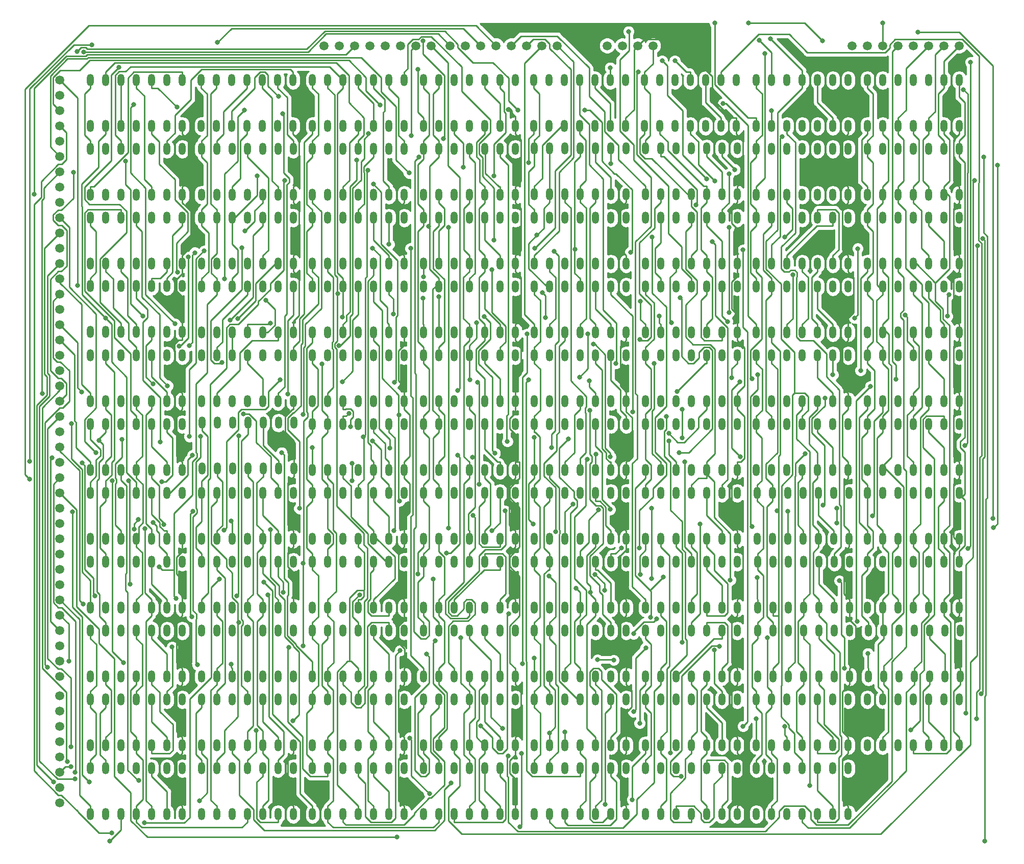
<source format=gbr>
G04 #@! TF.GenerationSoftware,KiCad,Pcbnew,(5.0.0)*
G04 #@! TF.CreationDate,2018-09-23T08:44:06-04:00*
G04 #@! TF.ProjectId,Multiplexer,4D756C7469706C657865722E6B696361,rev?*
G04 #@! TF.SameCoordinates,Original*
G04 #@! TF.FileFunction,Copper,L2,Bot,Signal*
G04 #@! TF.FilePolarity,Positive*
%FSLAX46Y46*%
G04 Gerber Fmt 4.6, Leading zero omitted, Abs format (unit mm)*
G04 Created by KiCad (PCBNEW (5.0.0)) date 09/23/18 08:44:06*
%MOMM*%
%LPD*%
G01*
G04 APERTURE LIST*
G04 #@! TA.AperFunction,ComponentPad*
%ADD10C,1.500000*%
G04 #@! TD*
G04 #@! TA.AperFunction,ComponentPad*
%ADD11O,1.200000X2.000000*%
G04 #@! TD*
G04 #@! TA.AperFunction,ViaPad*
%ADD12C,0.800000*%
G04 #@! TD*
G04 #@! TA.AperFunction,Conductor*
%ADD13C,0.250000*%
G04 #@! TD*
G04 #@! TA.AperFunction,Conductor*
%ADD14C,0.254000*%
G04 #@! TD*
G04 APERTURE END LIST*
D10*
G04 #@! TO.P,J1,1*
G04 #@! TO.N,/64:4 Multiplexer/D93*
X38735000Y-38735000D03*
G04 #@! TO.P,J1,2*
G04 #@! TO.N,/64:4 Multiplexer/D92*
X38735000Y-41275000D03*
G04 #@! TO.P,J1,3*
G04 #@! TO.N,/64:4 Multiplexer/D91*
X38735000Y-43815000D03*
G04 #@! TO.P,J1,4*
G04 #@! TO.N,/64:4 Multiplexer/D90*
X38735000Y-46355000D03*
G04 #@! TO.P,J1,5*
G04 #@! TO.N,/64:4 Multiplexer/D83*
X38735000Y-48895000D03*
G04 #@! TO.P,J1,6*
G04 #@! TO.N,/64:4 Multiplexer/D82*
X38735000Y-51435000D03*
G04 #@! TO.P,J1,7*
G04 #@! TO.N,/64:4 Multiplexer/D81*
X38735000Y-53975000D03*
G04 #@! TO.P,J1,8*
G04 #@! TO.N,/64:4 Multiplexer/D80*
X38735000Y-56515000D03*
G04 #@! TO.P,J1,9*
G04 #@! TO.N,/64:4 Multiplexer/D73*
X38735000Y-59055000D03*
G04 #@! TO.P,J1,10*
G04 #@! TO.N,/64:4 Multiplexer/D72*
X38735000Y-61595000D03*
G04 #@! TO.P,J1,11*
G04 #@! TO.N,/64:4 Multiplexer/D71*
X38735000Y-64135000D03*
G04 #@! TO.P,J1,12*
G04 #@! TO.N,/64:4 Multiplexer/D70*
X38735000Y-66675000D03*
G04 #@! TO.P,J1,13*
G04 #@! TO.N,/64:4 Multiplexer/D63*
X38735000Y-69215000D03*
G04 #@! TO.P,J1,14*
G04 #@! TO.N,/64:4 Multiplexer/D62*
X38735000Y-71755000D03*
G04 #@! TO.P,J1,15*
G04 #@! TO.N,/64:4 Multiplexer/D61*
X38735000Y-74295000D03*
G04 #@! TO.P,J1,16*
G04 #@! TO.N,/64:4 Multiplexer/D60*
X38735000Y-76835000D03*
G04 #@! TO.P,J1,17*
G04 #@! TO.N,/64:4 Multiplexer/D53*
X38735000Y-79375000D03*
G04 #@! TO.P,J1,18*
G04 #@! TO.N,/64:4 Multiplexer/D52*
X38735000Y-81915000D03*
G04 #@! TO.P,J1,19*
G04 #@! TO.N,/64:4 Multiplexer/D51*
X38735000Y-84455000D03*
G04 #@! TO.P,J1,20*
G04 #@! TO.N,/64:4 Multiplexer/D50*
X38735000Y-86995000D03*
G04 #@! TO.P,J1,21*
G04 #@! TO.N,/64:4 Multiplexer/D43*
X38735000Y-89535000D03*
G04 #@! TO.P,J1,22*
G04 #@! TO.N,/64:4 Multiplexer/D42*
X38735000Y-92075000D03*
G04 #@! TO.P,J1,23*
G04 #@! TO.N,/64:4 Multiplexer/D41*
X38735000Y-94615000D03*
G04 #@! TO.P,J1,24*
G04 #@! TO.N,/64:4 Multiplexer/D40*
X38735000Y-97155000D03*
G04 #@! TO.P,J1,25*
G04 #@! TO.N,/64:4 Multiplexer/D33*
X38735000Y-99695000D03*
G04 #@! TO.P,J1,26*
G04 #@! TO.N,/64:4 Multiplexer/D32*
X38735000Y-102235000D03*
G04 #@! TO.P,J1,27*
G04 #@! TO.N,/64:4 Multiplexer/D31*
X38735000Y-104775000D03*
G04 #@! TO.P,J1,28*
G04 #@! TO.N,/64:4 Multiplexer/D30*
X38735000Y-107315000D03*
G04 #@! TO.P,J1,29*
G04 #@! TO.N,/64:4 Multiplexer/D23*
X38735000Y-109855000D03*
G04 #@! TO.P,J1,30*
G04 #@! TO.N,/64:4 Multiplexer/D22*
X38735000Y-112395000D03*
G04 #@! TO.P,J1,31*
G04 #@! TO.N,/64:4 Multiplexer/D21*
X38735000Y-114935000D03*
G04 #@! TO.P,J1,32*
G04 #@! TO.N,/64:4 Multiplexer/D20*
X38735000Y-117475000D03*
G04 #@! TO.P,J1,33*
G04 #@! TO.N,/64:4 Multiplexer/D13*
X38735000Y-120015000D03*
G04 #@! TO.P,J1,34*
G04 #@! TO.N,/64:4 Multiplexer/D12*
X38735000Y-122555000D03*
G04 #@! TO.P,J1,35*
G04 #@! TO.N,/64:4 Multiplexer/D11*
X38735000Y-125095000D03*
G04 #@! TO.P,J1,36*
G04 #@! TO.N,/64:4 Multiplexer/D10*
X38735000Y-127635000D03*
G04 #@! TO.P,J1,37*
G04 #@! TO.N,/64:4 Multiplexer/D03*
X38735000Y-130175000D03*
G04 #@! TO.P,J1,38*
G04 #@! TO.N,/64:4 Multiplexer/D02*
X38735000Y-132715000D03*
G04 #@! TO.P,J1,39*
G04 #@! TO.N,/64:4 Multiplexer/D01*
X38735000Y-135255000D03*
G04 #@! TO.P,J1,40*
G04 #@! TO.N,/64:4 Multiplexer/D00*
X38735000Y-137795000D03*
G04 #@! TD*
G04 #@! TO.P,J2,1*
G04 #@! TO.N,/64:4 Multiplexer/Db3*
X38735000Y-140970000D03*
G04 #@! TO.P,J2,2*
G04 #@! TO.N,/64:4 Multiplexer/Db2*
X38735000Y-143510000D03*
G04 #@! TO.P,J2,3*
G04 #@! TO.N,/64:4 Multiplexer/Db1*
X38735000Y-146050000D03*
G04 #@! TO.P,J2,4*
G04 #@! TO.N,/64:4 Multiplexer/Db0*
X38735000Y-148590000D03*
G04 #@! TO.P,J2,5*
G04 #@! TO.N,/64:4 Multiplexer/Da3*
X38735000Y-151130000D03*
G04 #@! TO.P,J2,6*
G04 #@! TO.N,/64:4 Multiplexer/Da2*
X38735000Y-153670000D03*
G04 #@! TO.P,J2,7*
G04 #@! TO.N,/64:4 Multiplexer/Da1*
X38735000Y-156210000D03*
G04 #@! TO.P,J2,8*
G04 #@! TO.N,/64:4 Multiplexer/Da0*
X38735000Y-158750000D03*
G04 #@! TD*
G04 #@! TO.P,J3,8*
G04 #@! TO.N,/64:4 Multiplexer/Dc0*
X103505000Y-33020000D03*
G04 #@! TO.P,J3,7*
G04 #@! TO.N,/64:4 Multiplexer/Dc1*
X106045000Y-33020000D03*
G04 #@! TO.P,J3,6*
G04 #@! TO.N,/64:4 Multiplexer/Dc2*
X108585000Y-33020000D03*
G04 #@! TO.P,J3,5*
G04 #@! TO.N,/64:4 Multiplexer/Dc3*
X111125000Y-33020000D03*
G04 #@! TO.P,J3,4*
G04 #@! TO.N,/64:4 Multiplexer/Dd0*
X113665000Y-33020000D03*
G04 #@! TO.P,J3,3*
G04 #@! TO.N,/64:4 Multiplexer/Dd1*
X116205000Y-33020000D03*
G04 #@! TO.P,J3,2*
G04 #@! TO.N,/64:4 Multiplexer/Dd2*
X118745000Y-33020000D03*
G04 #@! TO.P,J3,1*
G04 #@! TO.N,/64:4 Multiplexer/Dd3*
X121285000Y-33020000D03*
G04 #@! TD*
G04 #@! TO.P,J4,1*
G04 #@! TO.N,/64:4 Multiplexer/Df3*
X100330000Y-33020000D03*
G04 #@! TO.P,J4,2*
G04 #@! TO.N,/64:4 Multiplexer/Df2*
X97790000Y-33020000D03*
G04 #@! TO.P,J4,3*
G04 #@! TO.N,/64:4 Multiplexer/Df1*
X95250000Y-33020000D03*
G04 #@! TO.P,J4,4*
G04 #@! TO.N,/64:4 Multiplexer/Df0*
X92710000Y-33020000D03*
G04 #@! TO.P,J4,5*
G04 #@! TO.N,/64:4 Multiplexer/De3*
X90170000Y-33020000D03*
G04 #@! TO.P,J4,6*
G04 #@! TO.N,/64:4 Multiplexer/De2*
X87630000Y-33020000D03*
G04 #@! TO.P,J4,7*
G04 #@! TO.N,/64:4 Multiplexer/D81*
X85090000Y-33020000D03*
G04 #@! TO.P,J4,8*
G04 #@! TO.N,/64:4 Multiplexer/De0*
X82550000Y-33020000D03*
G04 #@! TD*
G04 #@! TO.P,J5,8*
G04 #@! TO.N,/64:4 Multiplexer/Q0*
X170180000Y-33020000D03*
G04 #@! TO.P,J5,7*
G04 #@! TO.N,/64:4 Multiplexer/Q1*
X172720000Y-33020000D03*
G04 #@! TO.P,J5,6*
G04 #@! TO.N,/64:4 Multiplexer/Q2*
X175260000Y-33020000D03*
G04 #@! TO.P,J5,5*
G04 #@! TO.N,/64:4 Multiplexer/Q3*
X177800000Y-33020000D03*
G04 #@! TO.P,J5,4*
G04 #@! TO.N,/64:4 Multiplexer/S0*
X180340000Y-33020000D03*
G04 #@! TO.P,J5,3*
G04 #@! TO.N,/64:4 Multiplexer/S1*
X182880000Y-33020000D03*
G04 #@! TO.P,J5,2*
G04 #@! TO.N,/64:4 Multiplexer/S2*
X185420000Y-33020000D03*
G04 #@! TO.P,J5,1*
G04 #@! TO.N,/64:4 Multiplexer/S3*
X187960000Y-33020000D03*
G04 #@! TD*
G04 #@! TO.P,J6,1*
G04 #@! TO.N,VCC*
X137160000Y-33020000D03*
G04 #@! TO.P,J6,2*
G04 #@! TO.N,GND*
X134620000Y-33020000D03*
G04 #@! TO.P,J6,3*
G04 #@! TO.N,Net-(J6-Pad3)*
X132080000Y-33020000D03*
G04 #@! TO.P,J6,4*
G04 #@! TO.N,Net-(J6-Pad4)*
X129540000Y-33020000D03*
G04 #@! TD*
D11*
G04 #@! TO.P,U1,14*
G04 #@! TO.N,VCC*
X172720000Y-50165000D03*
G04 #@! TO.P,U1,1*
G04 #@! TO.N,/64:4 Multiplexer/S0*
X172720000Y-57785000D03*
G04 #@! TO.P,U1,13*
G04 #@! TO.N,N/C*
X175260000Y-50165000D03*
G04 #@! TO.P,U1,2*
G04 #@! TO.N,/64:4 Multiplexer/16;1_Multiplexer/5:1_AND/e*
X175260000Y-57785000D03*
G04 #@! TO.P,U1,12*
G04 #@! TO.N,N/C*
X177800000Y-50165000D03*
G04 #@! TO.P,U1,3*
G04 #@! TO.N,/64:4 Multiplexer/S1*
X177800000Y-57785000D03*
G04 #@! TO.P,U1,11*
G04 #@! TO.N,N/C*
X180340000Y-50165000D03*
G04 #@! TO.P,U1,4*
G04 #@! TO.N,/64:4 Multiplexer/16;1_Multiplexer/5:1_AND/d*
X180340000Y-57785000D03*
G04 #@! TO.P,U1,10*
G04 #@! TO.N,N/C*
X182880000Y-50165000D03*
G04 #@! TO.P,U1,5*
G04 #@! TO.N,/64:4 Multiplexer/S2*
X182880000Y-57785000D03*
G04 #@! TO.P,U1,9*
G04 #@! TO.N,/64:4 Multiplexer/S3*
X185420000Y-50165000D03*
G04 #@! TO.P,U1,6*
G04 #@! TO.N,/64:4 Multiplexer/16;1_Multiplexer/5:1_AND/c*
X185420000Y-57785000D03*
G04 #@! TO.P,U1,8*
G04 #@! TO.N,/64:4 Multiplexer/16;1_Multiplexer/5:1_AND/b*
X187960000Y-50165000D03*
G04 #@! TO.P,U1,7*
G04 #@! TO.N,GND*
X187960000Y-57785000D03*
G04 #@! TD*
G04 #@! TO.P,U2,7*
G04 #@! TO.N,GND*
X151130000Y-160655000D03*
G04 #@! TO.P,U2,8*
G04 #@! TO.N,Net-(U2-Pad12)*
X151130000Y-153035000D03*
G04 #@! TO.P,U2,6*
G04 #@! TO.N,Net-(U2-Pad10)*
X148590000Y-160655000D03*
G04 #@! TO.P,U2,9*
G04 #@! TO.N,Net-(U2-Pad3)*
X148590000Y-153035000D03*
G04 #@! TO.P,U2,5*
G04 #@! TO.N,/64:4 Multiplexer/S1*
X146050000Y-160655000D03*
G04 #@! TO.P,U2,10*
G04 #@! TO.N,Net-(U2-Pad10)*
X146050000Y-153035000D03*
G04 #@! TO.P,U2,4*
G04 #@! TO.N,/64:4 Multiplexer/16;1_Multiplexer/5:1_AND/c*
X143510000Y-160655000D03*
G04 #@! TO.P,U2,11*
G04 #@! TO.N,/64:4 Multiplexer/16;1_Multiplexer/Sheet5BB0E1EE/D3*
X143510000Y-153035000D03*
G04 #@! TO.P,U2,3*
G04 #@! TO.N,Net-(U2-Pad3)*
X140970000Y-160655000D03*
G04 #@! TO.P,U2,12*
G04 #@! TO.N,Net-(U2-Pad12)*
X140970000Y-153035000D03*
G04 #@! TO.P,U2,2*
G04 #@! TO.N,/64:4 Multiplexer/16;1_Multiplexer/5:1_AND/b*
X138430000Y-160655000D03*
G04 #@! TO.P,U2,13*
G04 #@! TO.N,/64:4 Multiplexer/S0*
X138430000Y-153035000D03*
G04 #@! TO.P,U2,1*
G04 #@! TO.N,/64:4 Multiplexer/D30*
X135890000Y-160655000D03*
G04 #@! TO.P,U2,14*
G04 #@! TO.N,VCC*
X135890000Y-153035000D03*
G04 #@! TD*
G04 #@! TO.P,U3,14*
G04 #@! TO.N,VCC*
X117475000Y-107315000D03*
G04 #@! TO.P,U3,1*
G04 #@! TO.N,/64:4 Multiplexer/D20*
X117475000Y-114935000D03*
G04 #@! TO.P,U3,13*
G04 #@! TO.N,/64:4 Multiplexer/16;1_Multiplexer/5:1_AND/e*
X120015000Y-107315000D03*
G04 #@! TO.P,U3,2*
G04 #@! TO.N,/64:4 Multiplexer/16;1_Multiplexer/5:1_AND/b*
X120015000Y-114935000D03*
G04 #@! TO.P,U3,12*
G04 #@! TO.N,Net-(U3-Pad12)*
X122555000Y-107315000D03*
G04 #@! TO.P,U3,3*
G04 #@! TO.N,Net-(U3-Pad3)*
X122555000Y-114935000D03*
G04 #@! TO.P,U3,11*
G04 #@! TO.N,/64:4 Multiplexer/16;1_Multiplexer/Sheet5BB0E1EE/D2*
X125095000Y-107315000D03*
G04 #@! TO.P,U3,4*
G04 #@! TO.N,/64:4 Multiplexer/16;1_Multiplexer/5:1_AND/c*
X125095000Y-114935000D03*
G04 #@! TO.P,U3,10*
G04 #@! TO.N,Net-(U3-Pad10)*
X127635000Y-107315000D03*
G04 #@! TO.P,U3,5*
G04 #@! TO.N,/64:4 Multiplexer/S1*
X127635000Y-114935000D03*
G04 #@! TO.P,U3,9*
G04 #@! TO.N,Net-(U3-Pad3)*
X130175000Y-107315000D03*
G04 #@! TO.P,U3,6*
G04 #@! TO.N,Net-(U3-Pad10)*
X130175000Y-114935000D03*
G04 #@! TO.P,U3,8*
G04 #@! TO.N,Net-(U3-Pad12)*
X132715000Y-107315000D03*
G04 #@! TO.P,U3,7*
G04 #@! TO.N,GND*
X132715000Y-114935000D03*
G04 #@! TD*
G04 #@! TO.P,U4,7*
G04 #@! TO.N,GND*
X169545000Y-149225000D03*
G04 #@! TO.P,U4,8*
G04 #@! TO.N,Net-(U4-Pad12)*
X169545000Y-141605000D03*
G04 #@! TO.P,U4,6*
G04 #@! TO.N,Net-(U4-Pad10)*
X167005000Y-149225000D03*
G04 #@! TO.P,U4,9*
G04 #@! TO.N,Net-(U4-Pad3)*
X167005000Y-141605000D03*
G04 #@! TO.P,U4,5*
G04 #@! TO.N,/64:4 Multiplexer/16;1_Multiplexer/5:1_AND/d*
X164465000Y-149225000D03*
G04 #@! TO.P,U4,10*
G04 #@! TO.N,Net-(U4-Pad10)*
X164465000Y-141605000D03*
G04 #@! TO.P,U4,4*
G04 #@! TO.N,/64:4 Multiplexer/16;1_Multiplexer/5:1_AND/c*
X161925000Y-149225000D03*
G04 #@! TO.P,U4,11*
G04 #@! TO.N,/64:4 Multiplexer/16;1_Multiplexer/Sheet5BB0E1EE/D1*
X161925000Y-141605000D03*
G04 #@! TO.P,U4,3*
G04 #@! TO.N,Net-(U4-Pad3)*
X159385000Y-149225000D03*
G04 #@! TO.P,U4,12*
G04 #@! TO.N,Net-(U4-Pad12)*
X159385000Y-141605000D03*
G04 #@! TO.P,U4,2*
G04 #@! TO.N,/64:4 Multiplexer/16;1_Multiplexer/5:1_AND/b*
X156845000Y-149225000D03*
G04 #@! TO.P,U4,13*
G04 #@! TO.N,/64:4 Multiplexer/S0*
X156845000Y-141605000D03*
G04 #@! TO.P,U4,1*
G04 #@! TO.N,/64:4 Multiplexer/D10*
X154305000Y-149225000D03*
G04 #@! TO.P,U4,14*
G04 #@! TO.N,VCC*
X154305000Y-141605000D03*
G04 #@! TD*
G04 #@! TO.P,U5,14*
G04 #@! TO.N,VCC*
X99060000Y-153035000D03*
G04 #@! TO.P,U5,1*
G04 #@! TO.N,/64:4 Multiplexer/D00*
X99060000Y-160655000D03*
G04 #@! TO.P,U5,13*
G04 #@! TO.N,/64:4 Multiplexer/16;1_Multiplexer/5:1_AND/e*
X101600000Y-153035000D03*
G04 #@! TO.P,U5,2*
G04 #@! TO.N,/64:4 Multiplexer/16;1_Multiplexer/5:1_AND/b*
X101600000Y-160655000D03*
G04 #@! TO.P,U5,12*
G04 #@! TO.N,Net-(U5-Pad12)*
X104140000Y-153035000D03*
G04 #@! TO.P,U5,3*
G04 #@! TO.N,Net-(U5-Pad3)*
X104140000Y-160655000D03*
G04 #@! TO.P,U5,11*
G04 #@! TO.N,/64:4 Multiplexer/16;1_Multiplexer/Sheet5BB0E1EE/D0*
X106680000Y-153035000D03*
G04 #@! TO.P,U5,4*
G04 #@! TO.N,/64:4 Multiplexer/16;1_Multiplexer/5:1_AND/c*
X106680000Y-160655000D03*
G04 #@! TO.P,U5,10*
G04 #@! TO.N,Net-(U5-Pad10)*
X109220000Y-153035000D03*
G04 #@! TO.P,U5,5*
G04 #@! TO.N,/64:4 Multiplexer/16;1_Multiplexer/5:1_AND/d*
X109220000Y-160655000D03*
G04 #@! TO.P,U5,9*
G04 #@! TO.N,Net-(U5-Pad3)*
X111760000Y-153035000D03*
G04 #@! TO.P,U5,6*
G04 #@! TO.N,Net-(U5-Pad10)*
X111760000Y-160655000D03*
G04 #@! TO.P,U5,8*
G04 #@! TO.N,Net-(U5-Pad12)*
X114300000Y-153035000D03*
G04 #@! TO.P,U5,7*
G04 #@! TO.N,GND*
X114300000Y-160655000D03*
G04 #@! TD*
G04 #@! TO.P,U6,7*
G04 #@! TO.N,GND*
X169545000Y-103505000D03*
G04 #@! TO.P,U6,8*
G04 #@! TO.N,Net-(U6-Pad12)*
X169545000Y-95885000D03*
G04 #@! TO.P,U6,6*
G04 #@! TO.N,Net-(U6-Pad10)*
X167005000Y-103505000D03*
G04 #@! TO.P,U6,9*
G04 #@! TO.N,Net-(U6-Pad3)*
X167005000Y-95885000D03*
G04 #@! TO.P,U6,5*
G04 #@! TO.N,/64:4 Multiplexer/S1*
X164465000Y-103505000D03*
G04 #@! TO.P,U6,10*
G04 #@! TO.N,Net-(U6-Pad10)*
X164465000Y-95885000D03*
G04 #@! TO.P,U6,4*
G04 #@! TO.N,/64:4 Multiplexer/S2*
X161925000Y-103505000D03*
G04 #@! TO.P,U6,11*
G04 #@! TO.N,/64:4 Multiplexer/16;1_Multiplexer/Sheet5BB0E1EE/D7*
X161925000Y-95885000D03*
G04 #@! TO.P,U6,3*
G04 #@! TO.N,Net-(U6-Pad3)*
X159385000Y-103505000D03*
G04 #@! TO.P,U6,12*
G04 #@! TO.N,Net-(U6-Pad12)*
X159385000Y-95885000D03*
G04 #@! TO.P,U6,2*
G04 #@! TO.N,/64:4 Multiplexer/16;1_Multiplexer/5:1_AND/b*
X156845000Y-103505000D03*
G04 #@! TO.P,U6,13*
G04 #@! TO.N,/64:4 Multiplexer/S0*
X156845000Y-95885000D03*
G04 #@! TO.P,U6,1*
G04 #@! TO.N,/64:4 Multiplexer/D70*
X154305000Y-103505000D03*
G04 #@! TO.P,U6,14*
G04 #@! TO.N,VCC*
X154305000Y-95885000D03*
G04 #@! TD*
G04 #@! TO.P,U7,14*
G04 #@! TO.N,VCC*
X172720000Y-73025000D03*
G04 #@! TO.P,U7,1*
G04 #@! TO.N,/64:4 Multiplexer/D60*
X172720000Y-80645000D03*
G04 #@! TO.P,U7,13*
G04 #@! TO.N,/64:4 Multiplexer/16;1_Multiplexer/5:1_AND/e*
X175260000Y-73025000D03*
G04 #@! TO.P,U7,2*
G04 #@! TO.N,/64:4 Multiplexer/16;1_Multiplexer/5:1_AND/b*
X175260000Y-80645000D03*
G04 #@! TO.P,U7,12*
G04 #@! TO.N,Net-(U7-Pad12)*
X177800000Y-73025000D03*
G04 #@! TO.P,U7,3*
G04 #@! TO.N,Net-(U7-Pad3)*
X177800000Y-80645000D03*
G04 #@! TO.P,U7,11*
G04 #@! TO.N,/64:4 Multiplexer/16;1_Multiplexer/Sheet5BB0E1EE/D6*
X180340000Y-73025000D03*
G04 #@! TO.P,U7,4*
G04 #@! TO.N,/64:4 Multiplexer/S2*
X180340000Y-80645000D03*
G04 #@! TO.P,U7,10*
G04 #@! TO.N,Net-(U7-Pad10)*
X182880000Y-73025000D03*
G04 #@! TO.P,U7,5*
G04 #@! TO.N,/64:4 Multiplexer/S1*
X182880000Y-80645000D03*
G04 #@! TO.P,U7,9*
G04 #@! TO.N,Net-(U7-Pad3)*
X185420000Y-73025000D03*
G04 #@! TO.P,U7,6*
G04 #@! TO.N,Net-(U7-Pad10)*
X185420000Y-80645000D03*
G04 #@! TO.P,U7,8*
G04 #@! TO.N,Net-(U7-Pad12)*
X187960000Y-73025000D03*
G04 #@! TO.P,U7,7*
G04 #@! TO.N,GND*
X187960000Y-80645000D03*
G04 #@! TD*
G04 #@! TO.P,U8,7*
G04 #@! TO.N,GND*
X169545000Y-69215000D03*
G04 #@! TO.P,U8,8*
G04 #@! TO.N,Net-(U8-Pad12)*
X169545000Y-61595000D03*
G04 #@! TO.P,U8,6*
G04 #@! TO.N,Net-(U8-Pad10)*
X167005000Y-69215000D03*
G04 #@! TO.P,U8,9*
G04 #@! TO.N,Net-(U8-Pad3)*
X167005000Y-61595000D03*
G04 #@! TO.P,U8,5*
G04 #@! TO.N,/64:4 Multiplexer/16;1_Multiplexer/5:1_AND/d*
X164465000Y-69215000D03*
G04 #@! TO.P,U8,10*
G04 #@! TO.N,Net-(U8-Pad10)*
X164465000Y-61595000D03*
G04 #@! TO.P,U8,4*
G04 #@! TO.N,/64:4 Multiplexer/S2*
X161925000Y-69215000D03*
G04 #@! TO.P,U8,11*
G04 #@! TO.N,/64:4 Multiplexer/16;1_Multiplexer/Sheet5BB0E1EE/D5*
X161925000Y-61595000D03*
G04 #@! TO.P,U8,3*
G04 #@! TO.N,Net-(U8-Pad3)*
X159385000Y-69215000D03*
G04 #@! TO.P,U8,12*
G04 #@! TO.N,Net-(U8-Pad12)*
X159385000Y-61595000D03*
G04 #@! TO.P,U8,2*
G04 #@! TO.N,/64:4 Multiplexer/16;1_Multiplexer/5:1_AND/b*
X156845000Y-69215000D03*
G04 #@! TO.P,U8,13*
G04 #@! TO.N,/64:4 Multiplexer/S0*
X156845000Y-61595000D03*
G04 #@! TO.P,U8,1*
G04 #@! TO.N,/64:4 Multiplexer/D50*
X154305000Y-69215000D03*
G04 #@! TO.P,U8,14*
G04 #@! TO.N,VCC*
X154305000Y-61595000D03*
G04 #@! TD*
G04 #@! TO.P,U9,14*
G04 #@! TO.N,VCC*
X80645000Y-130175000D03*
G04 #@! TO.P,U9,1*
G04 #@! TO.N,/64:4 Multiplexer/D40*
X80645000Y-137795000D03*
G04 #@! TO.P,U9,13*
G04 #@! TO.N,/64:4 Multiplexer/16;1_Multiplexer/5:1_AND/e*
X83185000Y-130175000D03*
G04 #@! TO.P,U9,2*
G04 #@! TO.N,/64:4 Multiplexer/16;1_Multiplexer/5:1_AND/b*
X83185000Y-137795000D03*
G04 #@! TO.P,U9,12*
G04 #@! TO.N,Net-(U9-Pad12)*
X85725000Y-130175000D03*
G04 #@! TO.P,U9,3*
G04 #@! TO.N,Net-(U9-Pad3)*
X85725000Y-137795000D03*
G04 #@! TO.P,U9,11*
G04 #@! TO.N,/64:4 Multiplexer/16;1_Multiplexer/Sheet5BB0E1EE/D4*
X88265000Y-130175000D03*
G04 #@! TO.P,U9,4*
G04 #@! TO.N,/64:4 Multiplexer/S2*
X88265000Y-137795000D03*
G04 #@! TO.P,U9,10*
G04 #@! TO.N,Net-(U9-Pad10)*
X90805000Y-130175000D03*
G04 #@! TO.P,U9,5*
G04 #@! TO.N,/64:4 Multiplexer/16;1_Multiplexer/5:1_AND/d*
X90805000Y-137795000D03*
G04 #@! TO.P,U9,9*
G04 #@! TO.N,Net-(U9-Pad3)*
X93345000Y-130175000D03*
G04 #@! TO.P,U9,6*
G04 #@! TO.N,Net-(U9-Pad10)*
X93345000Y-137795000D03*
G04 #@! TO.P,U9,8*
G04 #@! TO.N,Net-(U9-Pad12)*
X95885000Y-130175000D03*
G04 #@! TO.P,U9,7*
G04 #@! TO.N,GND*
X95885000Y-137795000D03*
G04 #@! TD*
G04 #@! TO.P,U10,7*
G04 #@! TO.N,GND*
X77470000Y-80645000D03*
G04 #@! TO.P,U10,8*
G04 #@! TO.N,Net-(U10-Pad8)*
X77470000Y-73025000D03*
G04 #@! TO.P,U10,6*
G04 #@! TO.N,Net-(U10-Pad6)*
X74930000Y-80645000D03*
G04 #@! TO.P,U10,9*
G04 #@! TO.N,/64:4 Multiplexer/16;1_Multiplexer/Sheet5BB0E1EE/D7*
X74930000Y-73025000D03*
G04 #@! TO.P,U10,5*
G04 #@! TO.N,/64:4 Multiplexer/16;1_Multiplexer/Sheet5BB0E1EE/D4*
X72390000Y-80645000D03*
G04 #@! TO.P,U10,10*
G04 #@! TO.N,/64:4 Multiplexer/16;1_Multiplexer/Sheet5BB0E1EE/D6*
X72390000Y-73025000D03*
G04 #@! TO.P,U10,4*
G04 #@! TO.N,/64:4 Multiplexer/16;1_Multiplexer/Sheet5BB0E1EE/D5*
X69850000Y-80645000D03*
G04 #@! TO.P,U10,11*
G04 #@! TO.N,Net-(U10-Pad11)*
X69850000Y-73025000D03*
G04 #@! TO.P,U10,3*
G04 #@! TO.N,Net-(U10-Pad3)*
X67310000Y-80645000D03*
G04 #@! TO.P,U10,12*
G04 #@! TO.N,/64:4 Multiplexer/16;1_Multiplexer/Sheet5BB0E1EE/D1*
X67310000Y-73025000D03*
G04 #@! TO.P,U10,2*
G04 #@! TO.N,/64:4 Multiplexer/16;1_Multiplexer/Sheet5BB0E1EE/D2*
X64770000Y-80645000D03*
G04 #@! TO.P,U10,13*
G04 #@! TO.N,/64:4 Multiplexer/16;1_Multiplexer/Sheet5BB0E1EE/D0*
X64770000Y-73025000D03*
G04 #@! TO.P,U10,1*
G04 #@! TO.N,/64:4 Multiplexer/16;1_Multiplexer/Sheet5BB0E1EE/D3*
X62230000Y-80645000D03*
G04 #@! TO.P,U10,14*
G04 #@! TO.N,VCC*
X62230000Y-73025000D03*
G04 #@! TD*
G04 #@! TO.P,U11,14*
G04 #@! TO.N,VCC*
X62230000Y-84455000D03*
G04 #@! TO.P,U11,1*
G04 #@! TO.N,Net-(U10-Pad8)*
X62230000Y-92075000D03*
G04 #@! TO.P,U11,13*
G04 #@! TO.N,Net-(U10-Pad11)*
X64770000Y-84455000D03*
G04 #@! TO.P,U11,2*
G04 #@! TO.N,Net-(U10-Pad6)*
X64770000Y-92075000D03*
G04 #@! TO.P,U11,12*
G04 #@! TO.N,Net-(U10-Pad3)*
X67310000Y-84455000D03*
G04 #@! TO.P,U11,3*
G04 #@! TO.N,Net-(U11-Pad3)*
X67310000Y-92075000D03*
G04 #@! TO.P,U11,11*
G04 #@! TO.N,Net-(U11-Pad11)*
X69850000Y-84455000D03*
G04 #@! TO.P,U11,4*
G04 #@! TO.N,Net-(U11-Pad3)*
X69850000Y-92075000D03*
G04 #@! TO.P,U11,10*
G04 #@! TO.N,Net-(U11-Pad10)*
X72390000Y-84455000D03*
G04 #@! TO.P,U11,5*
G04 #@! TO.N,Net-(U11-Pad11)*
X72390000Y-92075000D03*
G04 #@! TO.P,U11,9*
G04 #@! TO.N,Net-(U11-Pad9)*
X74930000Y-84455000D03*
G04 #@! TO.P,U11,6*
G04 #@! TO.N,Net-(U11-Pad6)*
X74930000Y-92075000D03*
G04 #@! TO.P,U11,8*
G04 #@! TO.N,Net-(U11-Pad8)*
X77470000Y-84455000D03*
G04 #@! TO.P,U11,7*
G04 #@! TO.N,GND*
X77470000Y-92075000D03*
G04 #@! TD*
G04 #@! TO.P,U12,7*
G04 #@! TO.N,GND*
X95885000Y-46355000D03*
G04 #@! TO.P,U12,8*
G04 #@! TO.N,Net-(U11-Pad9)*
X95885000Y-38735000D03*
G04 #@! TO.P,U12,6*
G04 #@! TO.N,Net-(U11-Pad10)*
X93345000Y-46355000D03*
G04 #@! TO.P,U12,9*
G04 #@! TO.N,Net-(U12-Pad9)*
X93345000Y-38735000D03*
G04 #@! TO.P,U12,5*
G04 #@! TO.N,Net-(U12-Pad11)*
X90805000Y-46355000D03*
G04 #@! TO.P,U12,10*
G04 #@! TO.N,Net-(U12-Pad10)*
X90805000Y-38735000D03*
G04 #@! TO.P,U12,4*
G04 #@! TO.N,Net-(U12-Pad4)*
X88265000Y-46355000D03*
G04 #@! TO.P,U12,11*
G04 #@! TO.N,Net-(U12-Pad11)*
X88265000Y-38735000D03*
G04 #@! TO.P,U12,3*
G04 #@! TO.N,/64:4 Multiplexer/Q0*
X85725000Y-46355000D03*
G04 #@! TO.P,U12,12*
G04 #@! TO.N,/64:4 Multiplexer/16;1_Multiplexer/Sheet5BB0E1EE/D9*
X85725000Y-38735000D03*
G04 #@! TO.P,U12,2*
G04 #@! TO.N,Net-(U11-Pad6)*
X83185000Y-46355000D03*
G04 #@! TO.P,U12,13*
G04 #@! TO.N,/64:4 Multiplexer/16;1_Multiplexer/Sheet5BB0E1EE/D8*
X83185000Y-38735000D03*
G04 #@! TO.P,U12,1*
G04 #@! TO.N,Net-(U11-Pad8)*
X80645000Y-46355000D03*
G04 #@! TO.P,U12,14*
G04 #@! TO.N,VCC*
X80645000Y-38735000D03*
G04 #@! TD*
G04 #@! TO.P,U13,7*
G04 #@! TO.N,GND*
X95885000Y-57785000D03*
G04 #@! TO.P,U13,8*
G04 #@! TO.N,Net-(U12-Pad9)*
X95885000Y-50165000D03*
G04 #@! TO.P,U13,6*
G04 #@! TO.N,Net-(U12-Pad10)*
X93345000Y-57785000D03*
G04 #@! TO.P,U13,9*
G04 #@! TO.N,/64:4 Multiplexer/16;1_Multiplexer/Sheet5BB0E1EE/Df*
X93345000Y-50165000D03*
G04 #@! TO.P,U13,5*
G04 #@! TO.N,/64:4 Multiplexer/16;1_Multiplexer/Sheet5BB0E1EE/Dc*
X90805000Y-57785000D03*
G04 #@! TO.P,U13,10*
G04 #@! TO.N,/64:4 Multiplexer/16;1_Multiplexer/Sheet5BB0E1EE/De*
X90805000Y-50165000D03*
G04 #@! TO.P,U13,4*
G04 #@! TO.N,/64:4 Multiplexer/16;1_Multiplexer/Sheet5BB0E1EE/Dd*
X88265000Y-57785000D03*
G04 #@! TO.P,U13,11*
G04 #@! TO.N,Net-(U13-Pad11)*
X88265000Y-50165000D03*
G04 #@! TO.P,U13,3*
G04 #@! TO.N,Net-(U12-Pad4)*
X85725000Y-57785000D03*
G04 #@! TO.P,U13,12*
G04 #@! TO.N,/64:4 Multiplexer/16;1_Multiplexer/Sheet5BB0E1EE/D1*
X85725000Y-50165000D03*
G04 #@! TO.P,U13,2*
G04 #@! TO.N,/64:4 Multiplexer/16;1_Multiplexer/Sheet5BB0E1EE/Da*
X83185000Y-57785000D03*
G04 #@! TO.P,U13,13*
G04 #@! TO.N,/64:4 Multiplexer/16;1_Multiplexer/Sheet5BB0E1EE/D0*
X83185000Y-50165000D03*
G04 #@! TO.P,U13,1*
G04 #@! TO.N,/64:4 Multiplexer/16;1_Multiplexer/Sheet5BB0E1EE/Db*
X80645000Y-57785000D03*
G04 #@! TO.P,U13,14*
G04 #@! TO.N,VCC*
X80645000Y-50165000D03*
G04 #@! TD*
G04 #@! TO.P,U14,7*
G04 #@! TO.N,GND*
X151130000Y-137795000D03*
G04 #@! TO.P,U14,8*
G04 #@! TO.N,Net-(U14-Pad12)*
X151130000Y-130175000D03*
G04 #@! TO.P,U14,6*
G04 #@! TO.N,Net-(U14-Pad10)*
X148590000Y-137795000D03*
G04 #@! TO.P,U14,9*
G04 #@! TO.N,Net-(U14-Pad3)*
X148590000Y-130175000D03*
G04 #@! TO.P,U14,5*
G04 #@! TO.N,/64:4 Multiplexer/S1*
X146050000Y-137795000D03*
G04 #@! TO.P,U14,10*
G04 #@! TO.N,Net-(U14-Pad10)*
X146050000Y-130175000D03*
G04 #@! TO.P,U14,4*
G04 #@! TO.N,/64:4 Multiplexer/16;1_Multiplexer/5:1_AND/c*
X143510000Y-137795000D03*
G04 #@! TO.P,U14,11*
G04 #@! TO.N,/64:4 Multiplexer/16;1_Multiplexer/Sheet5BB0E1EE/Db*
X143510000Y-130175000D03*
G04 #@! TO.P,U14,3*
G04 #@! TO.N,Net-(U14-Pad3)*
X140970000Y-137795000D03*
G04 #@! TO.P,U14,12*
G04 #@! TO.N,Net-(U14-Pad12)*
X140970000Y-130175000D03*
G04 #@! TO.P,U14,2*
G04 #@! TO.N,/64:4 Multiplexer/S3*
X138430000Y-137795000D03*
G04 #@! TO.P,U14,13*
G04 #@! TO.N,/64:4 Multiplexer/S0*
X138430000Y-130175000D03*
G04 #@! TO.P,U14,1*
G04 #@! TO.N,/64:4 Multiplexer/Db0*
X135890000Y-137795000D03*
G04 #@! TO.P,U14,14*
G04 #@! TO.N,VCC*
X135890000Y-130175000D03*
G04 #@! TD*
G04 #@! TO.P,U15,14*
G04 #@! TO.N,VCC*
X99060000Y-107315000D03*
G04 #@! TO.P,U15,1*
G04 #@! TO.N,/64:4 Multiplexer/Da0*
X99060000Y-114935000D03*
G04 #@! TO.P,U15,13*
G04 #@! TO.N,/64:4 Multiplexer/16;1_Multiplexer/5:1_AND/e*
X101600000Y-107315000D03*
G04 #@! TO.P,U15,2*
G04 #@! TO.N,/64:4 Multiplexer/S3*
X101600000Y-114935000D03*
G04 #@! TO.P,U15,12*
G04 #@! TO.N,Net-(U15-Pad12)*
X104140000Y-107315000D03*
G04 #@! TO.P,U15,3*
G04 #@! TO.N,Net-(U15-Pad3)*
X104140000Y-114935000D03*
G04 #@! TO.P,U15,11*
G04 #@! TO.N,/64:4 Multiplexer/16;1_Multiplexer/Sheet5BB0E1EE/Da*
X106680000Y-107315000D03*
G04 #@! TO.P,U15,4*
G04 #@! TO.N,/64:4 Multiplexer/16;1_Multiplexer/5:1_AND/c*
X106680000Y-114935000D03*
G04 #@! TO.P,U15,10*
G04 #@! TO.N,Net-(U15-Pad10)*
X109220000Y-107315000D03*
G04 #@! TO.P,U15,5*
G04 #@! TO.N,/64:4 Multiplexer/S1*
X109220000Y-114935000D03*
G04 #@! TO.P,U15,9*
G04 #@! TO.N,Net-(U15-Pad3)*
X111760000Y-107315000D03*
G04 #@! TO.P,U15,6*
G04 #@! TO.N,Net-(U15-Pad10)*
X111760000Y-114935000D03*
G04 #@! TO.P,U15,8*
G04 #@! TO.N,Net-(U15-Pad12)*
X114300000Y-107315000D03*
G04 #@! TO.P,U15,7*
G04 #@! TO.N,GND*
X114300000Y-114935000D03*
G04 #@! TD*
G04 #@! TO.P,U16,7*
G04 #@! TO.N,GND*
X132715000Y-160655000D03*
G04 #@! TO.P,U16,8*
G04 #@! TO.N,Net-(U16-Pad12)*
X132715000Y-153035000D03*
G04 #@! TO.P,U16,6*
G04 #@! TO.N,Net-(U16-Pad10)*
X130175000Y-160655000D03*
G04 #@! TO.P,U16,9*
G04 #@! TO.N,Net-(U16-Pad3)*
X130175000Y-153035000D03*
G04 #@! TO.P,U16,5*
G04 #@! TO.N,/64:4 Multiplexer/16;1_Multiplexer/5:1_AND/d*
X127635000Y-160655000D03*
G04 #@! TO.P,U16,10*
G04 #@! TO.N,Net-(U16-Pad10)*
X127635000Y-153035000D03*
G04 #@! TO.P,U16,4*
G04 #@! TO.N,/64:4 Multiplexer/16;1_Multiplexer/5:1_AND/c*
X125095000Y-160655000D03*
G04 #@! TO.P,U16,11*
G04 #@! TO.N,/64:4 Multiplexer/16;1_Multiplexer/Sheet5BB0E1EE/D9*
X125095000Y-153035000D03*
G04 #@! TO.P,U16,3*
G04 #@! TO.N,Net-(U16-Pad3)*
X122555000Y-160655000D03*
G04 #@! TO.P,U16,12*
G04 #@! TO.N,Net-(U16-Pad12)*
X122555000Y-153035000D03*
G04 #@! TO.P,U16,2*
G04 #@! TO.N,/64:4 Multiplexer/S3*
X120015000Y-160655000D03*
G04 #@! TO.P,U16,13*
G04 #@! TO.N,/64:4 Multiplexer/S0*
X120015000Y-153035000D03*
G04 #@! TO.P,U16,1*
G04 #@! TO.N,/64:4 Multiplexer/D90*
X117475000Y-160655000D03*
G04 #@! TO.P,U16,14*
G04 #@! TO.N,VCC*
X117475000Y-153035000D03*
G04 #@! TD*
G04 #@! TO.P,U17,14*
G04 #@! TO.N,VCC*
X135890000Y-73025000D03*
G04 #@! TO.P,U17,1*
G04 #@! TO.N,/64:4 Multiplexer/D80*
X135890000Y-80645000D03*
G04 #@! TO.P,U17,13*
G04 #@! TO.N,/64:4 Multiplexer/16;1_Multiplexer/5:1_AND/e*
X138430000Y-73025000D03*
G04 #@! TO.P,U17,2*
G04 #@! TO.N,/64:4 Multiplexer/S3*
X138430000Y-80645000D03*
G04 #@! TO.P,U17,12*
G04 #@! TO.N,Net-(U17-Pad12)*
X140970000Y-73025000D03*
G04 #@! TO.P,U17,3*
G04 #@! TO.N,Net-(U17-Pad3)*
X140970000Y-80645000D03*
G04 #@! TO.P,U17,11*
G04 #@! TO.N,/64:4 Multiplexer/16;1_Multiplexer/Sheet5BB0E1EE/D8*
X143510000Y-73025000D03*
G04 #@! TO.P,U17,4*
G04 #@! TO.N,/64:4 Multiplexer/16;1_Multiplexer/5:1_AND/c*
X143510000Y-80645000D03*
G04 #@! TO.P,U17,10*
G04 #@! TO.N,Net-(U17-Pad10)*
X146050000Y-73025000D03*
G04 #@! TO.P,U17,5*
G04 #@! TO.N,/64:4 Multiplexer/16;1_Multiplexer/5:1_AND/d*
X146050000Y-80645000D03*
G04 #@! TO.P,U17,9*
G04 #@! TO.N,Net-(U17-Pad3)*
X148590000Y-73025000D03*
G04 #@! TO.P,U17,6*
G04 #@! TO.N,Net-(U17-Pad10)*
X148590000Y-80645000D03*
G04 #@! TO.P,U17,8*
G04 #@! TO.N,Net-(U17-Pad12)*
X151130000Y-73025000D03*
G04 #@! TO.P,U17,7*
G04 #@! TO.N,GND*
X151130000Y-80645000D03*
G04 #@! TD*
G04 #@! TO.P,U18,7*
G04 #@! TO.N,GND*
X114300000Y-126365000D03*
G04 #@! TO.P,U18,8*
G04 #@! TO.N,Net-(U18-Pad12)*
X114300000Y-118745000D03*
G04 #@! TO.P,U18,6*
G04 #@! TO.N,Net-(U18-Pad10)*
X111760000Y-126365000D03*
G04 #@! TO.P,U18,9*
G04 #@! TO.N,Net-(U18-Pad3)*
X111760000Y-118745000D03*
G04 #@! TO.P,U18,5*
G04 #@! TO.N,/64:4 Multiplexer/S1*
X109220000Y-126365000D03*
G04 #@! TO.P,U18,10*
G04 #@! TO.N,Net-(U18-Pad10)*
X109220000Y-118745000D03*
G04 #@! TO.P,U18,4*
G04 #@! TO.N,/64:4 Multiplexer/S2*
X106680000Y-126365000D03*
G04 #@! TO.P,U18,11*
G04 #@! TO.N,/64:4 Multiplexer/16;1_Multiplexer/Sheet5BB0E1EE/Df*
X106680000Y-118745000D03*
G04 #@! TO.P,U18,3*
G04 #@! TO.N,Net-(U18-Pad3)*
X104140000Y-126365000D03*
G04 #@! TO.P,U18,12*
G04 #@! TO.N,Net-(U18-Pad12)*
X104140000Y-118745000D03*
G04 #@! TO.P,U18,2*
G04 #@! TO.N,/64:4 Multiplexer/S3*
X101600000Y-126365000D03*
G04 #@! TO.P,U18,13*
G04 #@! TO.N,/64:4 Multiplexer/S0*
X101600000Y-118745000D03*
G04 #@! TO.P,U18,1*
G04 #@! TO.N,/64:4 Multiplexer/Df0*
X99060000Y-126365000D03*
G04 #@! TO.P,U18,14*
G04 #@! TO.N,VCC*
X99060000Y-118745000D03*
G04 #@! TD*
G04 #@! TO.P,U19,14*
G04 #@! TO.N,VCC*
X154485000Y-107315000D03*
G04 #@! TO.P,U19,1*
G04 #@! TO.N,/64:4 Multiplexer/De0*
X154485000Y-114935000D03*
G04 #@! TO.P,U19,13*
G04 #@! TO.N,/64:4 Multiplexer/16;1_Multiplexer/5:1_AND/e*
X157025000Y-107315000D03*
G04 #@! TO.P,U19,2*
G04 #@! TO.N,/64:4 Multiplexer/S2*
X157025000Y-114935000D03*
G04 #@! TO.P,U19,12*
G04 #@! TO.N,Net-(U19-Pad12)*
X159565000Y-107315000D03*
G04 #@! TO.P,U19,3*
G04 #@! TO.N,Net-(U19-Pad3)*
X159565000Y-114935000D03*
G04 #@! TO.P,U19,11*
G04 #@! TO.N,/64:4 Multiplexer/16;1_Multiplexer/Sheet5BB0E1EE/De*
X162105000Y-107315000D03*
G04 #@! TO.P,U19,4*
G04 #@! TO.N,/64:4 Multiplexer/S2*
X162105000Y-114935000D03*
G04 #@! TO.P,U19,10*
G04 #@! TO.N,Net-(U19-Pad10)*
X164645000Y-107315000D03*
G04 #@! TO.P,U19,5*
G04 #@! TO.N,/64:4 Multiplexer/S1*
X164645000Y-114935000D03*
G04 #@! TO.P,U19,9*
G04 #@! TO.N,Net-(U19-Pad3)*
X167185000Y-107315000D03*
G04 #@! TO.P,U19,6*
G04 #@! TO.N,Net-(U19-Pad10)*
X167185000Y-114935000D03*
G04 #@! TO.P,U19,8*
G04 #@! TO.N,Net-(U19-Pad12)*
X169725000Y-107315000D03*
G04 #@! TO.P,U19,7*
G04 #@! TO.N,GND*
X169725000Y-114935000D03*
G04 #@! TD*
G04 #@! TO.P,U20,14*
G04 #@! TO.N,VCC*
X135890000Y-50080000D03*
G04 #@! TO.P,U20,1*
G04 #@! TO.N,/64:4 Multiplexer/Dd0*
X135890000Y-57700000D03*
G04 #@! TO.P,U20,13*
G04 #@! TO.N,/64:4 Multiplexer/16;1_Multiplexer/5:1_AND/e*
X138430000Y-50080000D03*
G04 #@! TO.P,U20,2*
G04 #@! TO.N,/64:4 Multiplexer/S3*
X138430000Y-57700000D03*
G04 #@! TO.P,U20,12*
G04 #@! TO.N,Net-(U20-Pad12)*
X140970000Y-50080000D03*
G04 #@! TO.P,U20,3*
G04 #@! TO.N,Net-(U20-Pad3)*
X140970000Y-57700000D03*
G04 #@! TO.P,U20,11*
G04 #@! TO.N,/64:4 Multiplexer/16;1_Multiplexer/Sheet5BB0E1EE/Dc*
X143510000Y-50080000D03*
G04 #@! TO.P,U20,4*
G04 #@! TO.N,/64:4 Multiplexer/S2*
X143510000Y-57700000D03*
G04 #@! TO.P,U20,10*
G04 #@! TO.N,Net-(U20-Pad10)*
X146050000Y-50080000D03*
G04 #@! TO.P,U20,5*
G04 #@! TO.N,/64:4 Multiplexer/16;1_Multiplexer/5:1_AND/d*
X146050000Y-57700000D03*
G04 #@! TO.P,U20,9*
G04 #@! TO.N,Net-(U20-Pad9)*
X148590000Y-50080000D03*
G04 #@! TO.P,U20,6*
G04 #@! TO.N,Net-(U20-Pad10)*
X148590000Y-57700000D03*
G04 #@! TO.P,U20,8*
G04 #@! TO.N,Net-(U20-Pad12)*
X151130000Y-50080000D03*
G04 #@! TO.P,U20,7*
G04 #@! TO.N,GND*
X151130000Y-57700000D03*
G04 #@! TD*
G04 #@! TO.P,U21,7*
G04 #@! TO.N,GND*
X150965000Y-46355000D03*
G04 #@! TO.P,U21,8*
G04 #@! TO.N,Net-(U21-Pad12)*
X150965000Y-38735000D03*
G04 #@! TO.P,U21,6*
G04 #@! TO.N,Net-(U21-Pad10)*
X148425000Y-46355000D03*
G04 #@! TO.P,U21,9*
G04 #@! TO.N,Net-(U21-Pad9)*
X148425000Y-38735000D03*
G04 #@! TO.P,U21,5*
G04 #@! TO.N,/64:4 Multiplexer/S1*
X145885000Y-46355000D03*
G04 #@! TO.P,U21,10*
G04 #@! TO.N,Net-(U21-Pad10)*
X145885000Y-38735000D03*
G04 #@! TO.P,U21,4*
G04 #@! TO.N,/64:4 Multiplexer/16;1_Multiplexer/5:1_AND/c*
X143345000Y-46355000D03*
G04 #@! TO.P,U21,11*
G04 #@! TO.N,/64:4 Multiplexer/16;1_Multiplexer/Sheet5BB0E1EE/D3*
X143345000Y-38735000D03*
G04 #@! TO.P,U21,3*
G04 #@! TO.N,Net-(U21-Pad3)*
X140805000Y-46355000D03*
G04 #@! TO.P,U21,12*
G04 #@! TO.N,Net-(U21-Pad12)*
X140805000Y-38735000D03*
G04 #@! TO.P,U21,2*
G04 #@! TO.N,/64:4 Multiplexer/16;1_Multiplexer/5:1_AND/d*
X138265000Y-46355000D03*
G04 #@! TO.P,U21,13*
G04 #@! TO.N,/64:4 Multiplexer/S0*
X138265000Y-38735000D03*
G04 #@! TO.P,U21,1*
G04 #@! TO.N,/64:4 Multiplexer/S2*
X135725000Y-46355000D03*
G04 #@! TO.P,U21,14*
G04 #@! TO.N,VCC*
X135725000Y-38735000D03*
G04 #@! TD*
G04 #@! TO.P,U22,14*
G04 #@! TO.N,VCC*
X117340000Y-38735000D03*
G04 #@! TO.P,U22,1*
G04 #@! TO.N,Net-(U20-Pad3)*
X117340000Y-46355000D03*
G04 #@! TO.P,U22,13*
G04 #@! TO.N,/64:4 Multiplexer/16;1_Multiplexer/5:1_AND/e*
X119880000Y-38735000D03*
G04 #@! TO.P,U22,2*
G04 #@! TO.N,Net-(U21-Pad3)*
X119880000Y-46355000D03*
G04 #@! TO.P,U22,12*
G04 #@! TO.N,Net-(U22-Pad12)*
X122420000Y-38735000D03*
G04 #@! TO.P,U22,3*
G04 #@! TO.N,Net-(U22-Pad3)*
X122420000Y-46355000D03*
G04 #@! TO.P,U22,11*
G04 #@! TO.N,/64:4 Multiplexer/16;1_Multiplexer/Sheet5BB0E1EE/D2*
X124960000Y-38735000D03*
G04 #@! TO.P,U22,4*
G04 #@! TO.N,/64:4 Multiplexer/16;1_Multiplexer/5:1_AND/c*
X124960000Y-46355000D03*
G04 #@! TO.P,U22,10*
G04 #@! TO.N,Net-(U22-Pad10)*
X127500000Y-38735000D03*
G04 #@! TO.P,U22,5*
G04 #@! TO.N,/64:4 Multiplexer/S1*
X127500000Y-46355000D03*
G04 #@! TO.P,U22,9*
G04 #@! TO.N,Net-(U22-Pad9)*
X130040000Y-38735000D03*
G04 #@! TO.P,U22,6*
G04 #@! TO.N,Net-(U22-Pad10)*
X130040000Y-46355000D03*
G04 #@! TO.P,U22,8*
G04 #@! TO.N,Net-(U22-Pad12)*
X132580000Y-38735000D03*
G04 #@! TO.P,U22,7*
G04 #@! TO.N,GND*
X132580000Y-46355000D03*
G04 #@! TD*
G04 #@! TO.P,U23,14*
G04 #@! TO.N,VCC*
X117475000Y-50080000D03*
G04 #@! TO.P,U23,1*
G04 #@! TO.N,Net-(U22-Pad3)*
X117475000Y-57700000D03*
G04 #@! TO.P,U23,13*
G04 #@! TO.N,/64:4 Multiplexer/S0*
X120015000Y-50080000D03*
G04 #@! TO.P,U23,2*
X120015000Y-57700000D03*
G04 #@! TO.P,U23,12*
G04 #@! TO.N,Net-(U23-Pad12)*
X122555000Y-50080000D03*
G04 #@! TO.P,U23,3*
G04 #@! TO.N,/64:4 Multiplexer/16;1_Multiplexer/Sheet5BB0E1EE/Dd*
X122555000Y-57700000D03*
G04 #@! TO.P,U23,11*
G04 #@! TO.N,/64:4 Multiplexer/16;1_Multiplexer/Sheet5BB0E1EE/D1*
X125095000Y-50080000D03*
G04 #@! TO.P,U23,4*
G04 #@! TO.N,/64:4 Multiplexer/16;1_Multiplexer/5:1_AND/c*
X125095000Y-57700000D03*
G04 #@! TO.P,U23,10*
G04 #@! TO.N,Net-(U23-Pad10)*
X127635000Y-50080000D03*
G04 #@! TO.P,U23,5*
G04 #@! TO.N,/64:4 Multiplexer/16;1_Multiplexer/5:1_AND/d*
X127635000Y-57700000D03*
G04 #@! TO.P,U23,9*
G04 #@! TO.N,Net-(U23-Pad9)*
X130175000Y-50080000D03*
G04 #@! TO.P,U23,6*
G04 #@! TO.N,Net-(U23-Pad10)*
X130175000Y-57700000D03*
G04 #@! TO.P,U23,8*
G04 #@! TO.N,Net-(U23-Pad12)*
X132715000Y-50080000D03*
G04 #@! TO.P,U23,7*
G04 #@! TO.N,GND*
X132715000Y-57700000D03*
G04 #@! TD*
G04 #@! TO.P,U24,7*
G04 #@! TO.N,GND*
X114300000Y-149225000D03*
G04 #@! TO.P,U24,8*
G04 #@! TO.N,Net-(U24-Pad12)*
X114300000Y-141605000D03*
G04 #@! TO.P,U24,6*
G04 #@! TO.N,Net-(U24-Pad10)*
X111760000Y-149225000D03*
G04 #@! TO.P,U24,9*
G04 #@! TO.N,Net-(U24-Pad9)*
X111760000Y-141605000D03*
G04 #@! TO.P,U24,5*
G04 #@! TO.N,/64:4 Multiplexer/16;1_Multiplexer/5:1_AND/d*
X109220000Y-149225000D03*
G04 #@! TO.P,U24,10*
G04 #@! TO.N,Net-(U24-Pad10)*
X109220000Y-141605000D03*
G04 #@! TO.P,U24,4*
G04 #@! TO.N,/64:4 Multiplexer/16;1_Multiplexer/5:1_AND/c*
X106680000Y-149225000D03*
G04 #@! TO.P,U24,11*
G04 #@! TO.N,/64:4 Multiplexer/16;1_Multiplexer/Sheet5BB0E1EE/D0*
X106680000Y-141605000D03*
G04 #@! TO.P,U24,3*
G04 #@! TO.N,Net-(U20-Pad9)*
X104140000Y-149225000D03*
G04 #@! TO.P,U24,12*
G04 #@! TO.N,Net-(U24-Pad12)*
X104140000Y-141605000D03*
G04 #@! TO.P,U24,2*
G04 #@! TO.N,/64:4 Multiplexer/S3*
X101600000Y-149225000D03*
G04 #@! TO.P,U24,13*
G04 #@! TO.N,/64:4 Multiplexer/16;1_Multiplexer/5:1_AND/e*
X101600000Y-141605000D03*
G04 #@! TO.P,U24,1*
G04 #@! TO.N,/64:4 Multiplexer/Dc0*
X99060000Y-149225000D03*
G04 #@! TO.P,U24,14*
G04 #@! TO.N,VCC*
X99060000Y-141605000D03*
G04 #@! TD*
G04 #@! TO.P,U25,14*
G04 #@! TO.N,VCC*
X172720000Y-118745000D03*
G04 #@! TO.P,U25,1*
G04 #@! TO.N,/64:4 Multiplexer/S0*
X172720000Y-126365000D03*
G04 #@! TO.P,U25,13*
G04 #@! TO.N,N/C*
X175260000Y-118745000D03*
G04 #@! TO.P,U25,2*
G04 #@! TO.N,/64:4 Multiplexer/16;1_Multiplexer/5:1_AND/e*
X175260000Y-126365000D03*
G04 #@! TO.P,U25,12*
G04 #@! TO.N,N/C*
X177800000Y-118745000D03*
G04 #@! TO.P,U25,3*
G04 #@! TO.N,/64:4 Multiplexer/S1*
X177800000Y-126365000D03*
G04 #@! TO.P,U25,11*
G04 #@! TO.N,N/C*
X180340000Y-118745000D03*
G04 #@! TO.P,U25,4*
G04 #@! TO.N,/64:4 Multiplexer/16;1_Multiplexer/5:1_AND/d*
X180340000Y-126365000D03*
G04 #@! TO.P,U25,10*
G04 #@! TO.N,N/C*
X182880000Y-118745000D03*
G04 #@! TO.P,U25,5*
G04 #@! TO.N,/64:4 Multiplexer/S2*
X182880000Y-126365000D03*
G04 #@! TO.P,U25,9*
G04 #@! TO.N,/64:4 Multiplexer/S3*
X185420000Y-118745000D03*
G04 #@! TO.P,U25,6*
G04 #@! TO.N,/64:4 Multiplexer/16;1_Multiplexer/5:1_AND/c*
X185420000Y-126365000D03*
G04 #@! TO.P,U25,8*
G04 #@! TO.N,/64:4 Multiplexer/16;1_Multiplexer/5:1_AND/b*
X187960000Y-118745000D03*
G04 #@! TO.P,U25,7*
G04 #@! TO.N,GND*
X187960000Y-126365000D03*
G04 #@! TD*
G04 #@! TO.P,U26,7*
G04 #@! TO.N,GND*
X169545000Y-160655000D03*
G04 #@! TO.P,U26,8*
G04 #@! TO.N,Net-(U26-Pad12)*
X169545000Y-153035000D03*
G04 #@! TO.P,U26,6*
G04 #@! TO.N,Net-(U26-Pad10)*
X167005000Y-160655000D03*
G04 #@! TO.P,U26,9*
G04 #@! TO.N,Net-(U26-Pad9)*
X167005000Y-153035000D03*
G04 #@! TO.P,U26,5*
G04 #@! TO.N,/64:4 Multiplexer/S1*
X164465000Y-160655000D03*
G04 #@! TO.P,U26,10*
G04 #@! TO.N,Net-(U26-Pad10)*
X164465000Y-153035000D03*
G04 #@! TO.P,U26,4*
G04 #@! TO.N,/64:4 Multiplexer/S2*
X161925000Y-160655000D03*
G04 #@! TO.P,U26,11*
G04 #@! TO.N,/64:4 Multiplexer/16;1_Multiplexer/Sheet5BB0E1EE/D7*
X161925000Y-153035000D03*
G04 #@! TO.P,U26,3*
G04 #@! TO.N,Net-(U21-Pad9)*
X159385000Y-160655000D03*
G04 #@! TO.P,U26,12*
G04 #@! TO.N,Net-(U26-Pad12)*
X159385000Y-153035000D03*
G04 #@! TO.P,U26,2*
G04 #@! TO.N,/64:4 Multiplexer/16;1_Multiplexer/5:1_AND/b*
X156845000Y-160655000D03*
G04 #@! TO.P,U26,13*
G04 #@! TO.N,/64:4 Multiplexer/S0*
X156845000Y-153035000D03*
G04 #@! TO.P,U26,1*
G04 #@! TO.N,/64:4 Multiplexer/D31*
X154305000Y-160655000D03*
G04 #@! TO.P,U26,14*
G04 #@! TO.N,VCC*
X154305000Y-153035000D03*
G04 #@! TD*
G04 #@! TO.P,U27,14*
G04 #@! TO.N,VCC*
X172720000Y-95885000D03*
G04 #@! TO.P,U27,1*
G04 #@! TO.N,/64:4 Multiplexer/D21*
X172720000Y-103505000D03*
G04 #@! TO.P,U27,13*
G04 #@! TO.N,/64:4 Multiplexer/16;1_Multiplexer/5:1_AND/e*
X175260000Y-95885000D03*
G04 #@! TO.P,U27,2*
G04 #@! TO.N,/64:4 Multiplexer/16;1_Multiplexer/5:1_AND/b*
X175260000Y-103505000D03*
G04 #@! TO.P,U27,12*
G04 #@! TO.N,Net-(U27-Pad12)*
X177800000Y-95885000D03*
G04 #@! TO.P,U27,3*
G04 #@! TO.N,Net-(U22-Pad9)*
X177800000Y-103505000D03*
G04 #@! TO.P,U27,11*
G04 #@! TO.N,/64:4 Multiplexer/16;1_Multiplexer/Sheet5BB0E1EE/D6*
X180340000Y-95885000D03*
G04 #@! TO.P,U27,4*
G04 #@! TO.N,/64:4 Multiplexer/S2*
X180340000Y-103505000D03*
G04 #@! TO.P,U27,10*
G04 #@! TO.N,Net-(U27-Pad10)*
X182880000Y-95885000D03*
G04 #@! TO.P,U27,5*
G04 #@! TO.N,/64:4 Multiplexer/S1*
X182880000Y-103505000D03*
G04 #@! TO.P,U27,9*
G04 #@! TO.N,Net-(U27-Pad9)*
X185420000Y-95885000D03*
G04 #@! TO.P,U27,6*
G04 #@! TO.N,Net-(U27-Pad10)*
X185420000Y-103505000D03*
G04 #@! TO.P,U27,8*
G04 #@! TO.N,Net-(U27-Pad12)*
X187960000Y-95885000D03*
G04 #@! TO.P,U27,7*
G04 #@! TO.N,GND*
X187960000Y-103505000D03*
G04 #@! TD*
G04 #@! TO.P,U28,7*
G04 #@! TO.N,GND*
X59055000Y-160655000D03*
G04 #@! TO.P,U28,8*
G04 #@! TO.N,Net-(U28-Pad12)*
X59055000Y-153035000D03*
G04 #@! TO.P,U28,6*
G04 #@! TO.N,Net-(U28-Pad10)*
X56515000Y-160655000D03*
G04 #@! TO.P,U28,9*
G04 #@! TO.N,Net-(U28-Pad9)*
X56515000Y-153035000D03*
G04 #@! TO.P,U28,5*
G04 #@! TO.N,/64:4 Multiplexer/16;1_Multiplexer/5:1_AND/d*
X53975000Y-160655000D03*
G04 #@! TO.P,U28,10*
G04 #@! TO.N,Net-(U28-Pad10)*
X53975000Y-153035000D03*
G04 #@! TO.P,U28,4*
G04 #@! TO.N,/64:4 Multiplexer/S2*
X51435000Y-160655000D03*
G04 #@! TO.P,U28,11*
G04 #@! TO.N,/64:4 Multiplexer/16;1_Multiplexer/Sheet5BB0E1EE/D5*
X51435000Y-153035000D03*
G04 #@! TO.P,U28,3*
G04 #@! TO.N,Net-(U23-Pad9)*
X48895000Y-160655000D03*
G04 #@! TO.P,U28,12*
G04 #@! TO.N,Net-(U28-Pad12)*
X48895000Y-153035000D03*
G04 #@! TO.P,U28,2*
G04 #@! TO.N,/64:4 Multiplexer/16;1_Multiplexer/5:1_AND/b*
X46355000Y-160655000D03*
G04 #@! TO.P,U28,13*
G04 #@! TO.N,/64:4 Multiplexer/S0*
X46355000Y-153035000D03*
G04 #@! TO.P,U28,1*
G04 #@! TO.N,/64:4 Multiplexer/D11*
X43815000Y-160655000D03*
G04 #@! TO.P,U28,14*
G04 #@! TO.N,VCC*
X43815000Y-153035000D03*
G04 #@! TD*
G04 #@! TO.P,U29,14*
G04 #@! TO.N,VCC*
X172900000Y-130175000D03*
G04 #@! TO.P,U29,1*
G04 #@! TO.N,/64:4 Multiplexer/D01*
X172900000Y-137795000D03*
G04 #@! TO.P,U29,13*
G04 #@! TO.N,/64:4 Multiplexer/16;1_Multiplexer/5:1_AND/e*
X175440000Y-130175000D03*
G04 #@! TO.P,U29,2*
G04 #@! TO.N,/64:4 Multiplexer/16;1_Multiplexer/5:1_AND/b*
X175440000Y-137795000D03*
G04 #@! TO.P,U29,12*
G04 #@! TO.N,Net-(U29-Pad12)*
X177980000Y-130175000D03*
G04 #@! TO.P,U29,3*
G04 #@! TO.N,Net-(U24-Pad9)*
X177980000Y-137795000D03*
G04 #@! TO.P,U29,11*
G04 #@! TO.N,/64:4 Multiplexer/16;1_Multiplexer/Sheet5BB0E1EE/D4*
X180520000Y-130175000D03*
G04 #@! TO.P,U29,4*
G04 #@! TO.N,/64:4 Multiplexer/S2*
X180520000Y-137795000D03*
G04 #@! TO.P,U29,10*
G04 #@! TO.N,Net-(U29-Pad10)*
X183060000Y-130175000D03*
G04 #@! TO.P,U29,5*
G04 #@! TO.N,/64:4 Multiplexer/16;1_Multiplexer/5:1_AND/d*
X183060000Y-137795000D03*
G04 #@! TO.P,U29,9*
G04 #@! TO.N,Net-(U29-Pad9)*
X185600000Y-130175000D03*
G04 #@! TO.P,U29,6*
G04 #@! TO.N,Net-(U29-Pad10)*
X185600000Y-137795000D03*
G04 #@! TO.P,U29,8*
G04 #@! TO.N,Net-(U29-Pad12)*
X188140000Y-130175000D03*
G04 #@! TO.P,U29,7*
G04 #@! TO.N,GND*
X188140000Y-137795000D03*
G04 #@! TD*
G04 #@! TO.P,U30,7*
G04 #@! TO.N,GND*
X77470000Y-149225000D03*
G04 #@! TO.P,U30,8*
G04 #@! TO.N,Net-(U30-Pad12)*
X77470000Y-141605000D03*
G04 #@! TO.P,U30,6*
G04 #@! TO.N,Net-(U30-Pad10)*
X74930000Y-149225000D03*
G04 #@! TO.P,U30,9*
G04 #@! TO.N,Net-(U30-Pad9)*
X74930000Y-141605000D03*
G04 #@! TO.P,U30,5*
G04 #@! TO.N,/64:4 Multiplexer/S1*
X72390000Y-149225000D03*
G04 #@! TO.P,U30,10*
G04 #@! TO.N,Net-(U30-Pad10)*
X72390000Y-141605000D03*
G04 #@! TO.P,U30,4*
G04 #@! TO.N,/64:4 Multiplexer/16;1_Multiplexer/5:1_AND/c*
X69850000Y-149225000D03*
G04 #@! TO.P,U30,11*
G04 #@! TO.N,/64:4 Multiplexer/16;1_Multiplexer/Sheet5BB0E1EE/Db*
X69850000Y-141605000D03*
G04 #@! TO.P,U30,3*
G04 #@! TO.N,Net-(U26-Pad9)*
X67310000Y-149225000D03*
G04 #@! TO.P,U30,12*
G04 #@! TO.N,Net-(U30-Pad12)*
X67310000Y-141605000D03*
G04 #@! TO.P,U30,2*
G04 #@! TO.N,/64:4 Multiplexer/16;1_Multiplexer/5:1_AND/b*
X64770000Y-149225000D03*
G04 #@! TO.P,U30,13*
G04 #@! TO.N,/64:4 Multiplexer/S0*
X64770000Y-141605000D03*
G04 #@! TO.P,U30,1*
G04 #@! TO.N,/64:4 Multiplexer/D71*
X62230000Y-149225000D03*
G04 #@! TO.P,U30,14*
G04 #@! TO.N,VCC*
X62230000Y-141605000D03*
G04 #@! TD*
G04 #@! TO.P,U31,14*
G04 #@! TO.N,VCC*
X117475000Y-141605000D03*
G04 #@! TO.P,U31,1*
G04 #@! TO.N,/64:4 Multiplexer/D61*
X117475000Y-149225000D03*
G04 #@! TO.P,U31,13*
G04 #@! TO.N,/64:4 Multiplexer/16;1_Multiplexer/5:1_AND/e*
X120015000Y-141605000D03*
G04 #@! TO.P,U31,2*
G04 #@! TO.N,/64:4 Multiplexer/16;1_Multiplexer/5:1_AND/b*
X120015000Y-149225000D03*
G04 #@! TO.P,U31,12*
G04 #@! TO.N,Net-(U31-Pad12)*
X122555000Y-141605000D03*
G04 #@! TO.P,U31,3*
G04 #@! TO.N,Net-(U27-Pad9)*
X122555000Y-149225000D03*
G04 #@! TO.P,U31,11*
G04 #@! TO.N,/64:4 Multiplexer/16;1_Multiplexer/Sheet5BB0E1EE/Da*
X125095000Y-141605000D03*
G04 #@! TO.P,U31,4*
G04 #@! TO.N,/64:4 Multiplexer/16;1_Multiplexer/5:1_AND/c*
X125095000Y-149225000D03*
G04 #@! TO.P,U31,10*
G04 #@! TO.N,Net-(U31-Pad10)*
X127635000Y-141605000D03*
G04 #@! TO.P,U31,5*
G04 #@! TO.N,/64:4 Multiplexer/S1*
X127635000Y-149225000D03*
G04 #@! TO.P,U31,9*
G04 #@! TO.N,Net-(U31-Pad9)*
X130175000Y-141605000D03*
G04 #@! TO.P,U31,6*
G04 #@! TO.N,Net-(U31-Pad10)*
X130175000Y-149225000D03*
G04 #@! TO.P,U31,8*
G04 #@! TO.N,Net-(U31-Pad12)*
X132715000Y-141605000D03*
G04 #@! TO.P,U31,7*
G04 #@! TO.N,GND*
X132715000Y-149225000D03*
G04 #@! TD*
G04 #@! TO.P,U32,7*
G04 #@! TO.N,GND*
X187960000Y-69215000D03*
G04 #@! TO.P,U32,8*
G04 #@! TO.N,Net-(U32-Pad12)*
X187960000Y-61595000D03*
G04 #@! TO.P,U32,6*
G04 #@! TO.N,Net-(U32-Pad10)*
X185420000Y-69215000D03*
G04 #@! TO.P,U32,9*
G04 #@! TO.N,Net-(U32-Pad9)*
X185420000Y-61595000D03*
G04 #@! TO.P,U32,5*
G04 #@! TO.N,/64:4 Multiplexer/16;1_Multiplexer/5:1_AND/d*
X182880000Y-69215000D03*
G04 #@! TO.P,U32,10*
G04 #@! TO.N,Net-(U32-Pad10)*
X182880000Y-61595000D03*
G04 #@! TO.P,U32,4*
G04 #@! TO.N,/64:4 Multiplexer/16;1_Multiplexer/5:1_AND/c*
X180340000Y-69215000D03*
G04 #@! TO.P,U32,11*
G04 #@! TO.N,/64:4 Multiplexer/16;1_Multiplexer/Sheet5BB0E1EE/D9*
X180340000Y-61595000D03*
G04 #@! TO.P,U32,3*
G04 #@! TO.N,Net-(U28-Pad9)*
X177800000Y-69215000D03*
G04 #@! TO.P,U32,12*
G04 #@! TO.N,Net-(U32-Pad12)*
X177800000Y-61595000D03*
G04 #@! TO.P,U32,2*
G04 #@! TO.N,/64:4 Multiplexer/16;1_Multiplexer/5:1_AND/b*
X175260000Y-69215000D03*
G04 #@! TO.P,U32,13*
G04 #@! TO.N,/64:4 Multiplexer/S0*
X175260000Y-61595000D03*
G04 #@! TO.P,U32,1*
G04 #@! TO.N,/64:4 Multiplexer/D51*
X172720000Y-69215000D03*
G04 #@! TO.P,U32,14*
G04 #@! TO.N,VCC*
X172720000Y-61595000D03*
G04 #@! TD*
G04 #@! TO.P,U33,7*
G04 #@! TO.N,GND*
X95885000Y-149225000D03*
G04 #@! TO.P,U33,8*
G04 #@! TO.N,Net-(U33-Pad12)*
X95885000Y-141605000D03*
G04 #@! TO.P,U33,6*
G04 #@! TO.N,Net-(U33-Pad10)*
X93345000Y-149225000D03*
G04 #@! TO.P,U33,9*
G04 #@! TO.N,Net-(U33-Pad9)*
X93345000Y-141605000D03*
G04 #@! TO.P,U33,5*
G04 #@! TO.N,/64:4 Multiplexer/16;1_Multiplexer/5:1_AND/d*
X90805000Y-149225000D03*
G04 #@! TO.P,U33,10*
G04 #@! TO.N,Net-(U33-Pad10)*
X90805000Y-141605000D03*
G04 #@! TO.P,U33,4*
G04 #@! TO.N,/64:4 Multiplexer/16;1_Multiplexer/5:1_AND/c*
X88265000Y-149225000D03*
G04 #@! TO.P,U33,11*
G04 #@! TO.N,/64:4 Multiplexer/16;1_Multiplexer/Sheet5BB0E1EE/D8*
X88265000Y-141605000D03*
G04 #@! TO.P,U33,3*
G04 #@! TO.N,Net-(U29-Pad9)*
X85725000Y-149225000D03*
G04 #@! TO.P,U33,12*
G04 #@! TO.N,Net-(U33-Pad12)*
X85725000Y-141605000D03*
G04 #@! TO.P,U33,2*
G04 #@! TO.N,/64:4 Multiplexer/16;1_Multiplexer/5:1_AND/b*
X83185000Y-149225000D03*
G04 #@! TO.P,U33,13*
G04 #@! TO.N,/64:4 Multiplexer/16;1_Multiplexer/5:1_AND/e*
X83185000Y-141605000D03*
G04 #@! TO.P,U33,1*
G04 #@! TO.N,/64:4 Multiplexer/D41*
X80645000Y-149225000D03*
G04 #@! TO.P,U33,14*
G04 #@! TO.N,VCC*
X80645000Y-141605000D03*
G04 #@! TD*
G04 #@! TO.P,U34,7*
G04 #@! TO.N,GND*
X59040000Y-46355000D03*
G04 #@! TO.P,U34,8*
G04 #@! TO.N,Net-(U34-Pad8)*
X59040000Y-38735000D03*
G04 #@! TO.P,U34,6*
G04 #@! TO.N,Net-(U34-Pad6)*
X56500000Y-46355000D03*
G04 #@! TO.P,U34,9*
G04 #@! TO.N,/64:4 Multiplexer/16;1_Multiplexer/Sheet5BB0E1EE/D7*
X56500000Y-38735000D03*
G04 #@! TO.P,U34,5*
G04 #@! TO.N,/64:4 Multiplexer/16;1_Multiplexer/Sheet5BB0E1EE/D4*
X53960000Y-46355000D03*
G04 #@! TO.P,U34,10*
G04 #@! TO.N,/64:4 Multiplexer/16;1_Multiplexer/Sheet5BB0E1EE/D6*
X53960000Y-38735000D03*
G04 #@! TO.P,U34,4*
G04 #@! TO.N,/64:4 Multiplexer/16;1_Multiplexer/Sheet5BB0E1EE/D5*
X51420000Y-46355000D03*
G04 #@! TO.P,U34,11*
G04 #@! TO.N,Net-(U34-Pad11)*
X51420000Y-38735000D03*
G04 #@! TO.P,U34,3*
G04 #@! TO.N,Net-(U34-Pad12)*
X48880000Y-46355000D03*
G04 #@! TO.P,U34,12*
X48880000Y-38735000D03*
G04 #@! TO.P,U34,2*
G04 #@! TO.N,/64:4 Multiplexer/16;1_Multiplexer/Sheet5BB0E1EE/D2*
X46340000Y-46355000D03*
G04 #@! TO.P,U34,13*
G04 #@! TO.N,Net-(U13-Pad11)*
X46340000Y-38735000D03*
G04 #@! TO.P,U34,1*
G04 #@! TO.N,/64:4 Multiplexer/16;1_Multiplexer/Sheet5BB0E1EE/D3*
X43800000Y-46355000D03*
G04 #@! TO.P,U34,14*
G04 #@! TO.N,VCC*
X43800000Y-38735000D03*
G04 #@! TD*
G04 #@! TO.P,U35,14*
G04 #@! TO.N,VCC*
X43800000Y-50165000D03*
G04 #@! TO.P,U35,1*
G04 #@! TO.N,Net-(U34-Pad8)*
X43800000Y-57785000D03*
G04 #@! TO.P,U35,13*
G04 #@! TO.N,/64:4 Multiplexer/16;1_Multiplexer/Sheet5BB0E1EE/D8*
X46340000Y-50165000D03*
G04 #@! TO.P,U35,2*
G04 #@! TO.N,Net-(U34-Pad6)*
X46340000Y-57785000D03*
G04 #@! TO.P,U35,12*
G04 #@! TO.N,/64:4 Multiplexer/16;1_Multiplexer/Sheet5BB0E1EE/D9*
X48880000Y-50165000D03*
G04 #@! TO.P,U35,3*
G04 #@! TO.N,Net-(U35-Pad3)*
X48880000Y-57785000D03*
G04 #@! TO.P,U35,11*
G04 #@! TO.N,Net-(U35-Pad11)*
X51420000Y-50165000D03*
G04 #@! TO.P,U35,4*
G04 #@! TO.N,Net-(U35-Pad3)*
X51420000Y-57785000D03*
G04 #@! TO.P,U35,10*
G04 #@! TO.N,Net-(U35-Pad10)*
X53960000Y-50165000D03*
G04 #@! TO.P,U35,5*
G04 #@! TO.N,Net-(U34-Pad11)*
X53960000Y-57785000D03*
G04 #@! TO.P,U35,9*
G04 #@! TO.N,Net-(U35-Pad9)*
X56500000Y-50165000D03*
G04 #@! TO.P,U35,6*
G04 #@! TO.N,Net-(U35-Pad6)*
X56500000Y-57785000D03*
G04 #@! TO.P,U35,8*
G04 #@! TO.N,Net-(U35-Pad8)*
X59040000Y-50165000D03*
G04 #@! TO.P,U35,7*
G04 #@! TO.N,GND*
X59040000Y-57785000D03*
G04 #@! TD*
G04 #@! TO.P,U36,14*
G04 #@! TO.N,VCC*
X62185000Y-38735000D03*
G04 #@! TO.P,U36,1*
G04 #@! TO.N,Net-(U35-Pad8)*
X62185000Y-46355000D03*
G04 #@! TO.P,U36,13*
G04 #@! TO.N,/64:4 Multiplexer/16;1_Multiplexer/Sheet5BB0E1EE/D0*
X64725000Y-38735000D03*
G04 #@! TO.P,U36,2*
G04 #@! TO.N,Net-(U35-Pad6)*
X64725000Y-46355000D03*
G04 #@! TO.P,U36,12*
G04 #@! TO.N,/64:4 Multiplexer/16;1_Multiplexer/Sheet5BB0E1EE/D1*
X67265000Y-38735000D03*
G04 #@! TO.P,U36,3*
G04 #@! TO.N,/64:4 Multiplexer/Q1*
X67265000Y-46355000D03*
G04 #@! TO.P,U36,11*
G04 #@! TO.N,Net-(U36-Pad11)*
X69805000Y-38735000D03*
G04 #@! TO.P,U36,4*
G04 #@! TO.N,Net-(U36-Pad4)*
X69805000Y-46355000D03*
G04 #@! TO.P,U36,10*
G04 #@! TO.N,Net-(U36-Pad10)*
X72345000Y-38735000D03*
G04 #@! TO.P,U36,5*
G04 #@! TO.N,Net-(U35-Pad11)*
X72345000Y-46355000D03*
G04 #@! TO.P,U36,9*
G04 #@! TO.N,Net-(U36-Pad9)*
X74885000Y-38735000D03*
G04 #@! TO.P,U36,6*
G04 #@! TO.N,Net-(U35-Pad10)*
X74885000Y-46355000D03*
G04 #@! TO.P,U36,8*
G04 #@! TO.N,Net-(U35-Pad9)*
X77425000Y-38735000D03*
G04 #@! TO.P,U36,7*
G04 #@! TO.N,GND*
X77425000Y-46355000D03*
G04 #@! TD*
G04 #@! TO.P,U37,7*
G04 #@! TO.N,GND*
X77470000Y-57785000D03*
G04 #@! TO.P,U37,8*
G04 #@! TO.N,Net-(U36-Pad9)*
X77470000Y-50165000D03*
G04 #@! TO.P,U37,6*
G04 #@! TO.N,Net-(U36-Pad10)*
X74930000Y-57785000D03*
G04 #@! TO.P,U37,9*
G04 #@! TO.N,/64:4 Multiplexer/16;1_Multiplexer/Sheet5BB0E1EE/Df*
X74930000Y-50165000D03*
G04 #@! TO.P,U37,5*
G04 #@! TO.N,/64:4 Multiplexer/16;1_Multiplexer/Sheet5BB0E1EE/Dc*
X72390000Y-57785000D03*
G04 #@! TO.P,U37,10*
G04 #@! TO.N,/64:4 Multiplexer/16;1_Multiplexer/Sheet5BB0E1EE/De*
X72390000Y-50165000D03*
G04 #@! TO.P,U37,4*
G04 #@! TO.N,/64:4 Multiplexer/16;1_Multiplexer/Sheet5BB0E1EE/Dd*
X69850000Y-57785000D03*
G04 #@! TO.P,U37,11*
G04 #@! TO.N,Net-(U37-Pad11)*
X69850000Y-50165000D03*
G04 #@! TO.P,U37,3*
G04 #@! TO.N,Net-(U36-Pad4)*
X67310000Y-57785000D03*
G04 #@! TO.P,U37,12*
G04 #@! TO.N,Net-(U37-Pad12)*
X67310000Y-50165000D03*
G04 #@! TO.P,U37,2*
G04 #@! TO.N,/64:4 Multiplexer/16;1_Multiplexer/Sheet5BB0E1EE/Da*
X64770000Y-57785000D03*
G04 #@! TO.P,U37,13*
G04 #@! TO.N,Net-(U36-Pad11)*
X64770000Y-50165000D03*
G04 #@! TO.P,U37,1*
G04 #@! TO.N,/64:4 Multiplexer/16;1_Multiplexer/Sheet5BB0E1EE/Db*
X62230000Y-57785000D03*
G04 #@! TO.P,U37,14*
G04 #@! TO.N,VCC*
X62230000Y-50165000D03*
G04 #@! TD*
G04 #@! TO.P,U38,7*
G04 #@! TO.N,GND*
X59055000Y-149225000D03*
G04 #@! TO.P,U38,8*
G04 #@! TO.N,Net-(U38-Pad12)*
X59055000Y-141605000D03*
G04 #@! TO.P,U38,6*
G04 #@! TO.N,Net-(U38-Pad10)*
X56515000Y-149225000D03*
G04 #@! TO.P,U38,9*
G04 #@! TO.N,Net-(U38-Pad9)*
X56515000Y-141605000D03*
G04 #@! TO.P,U38,5*
G04 #@! TO.N,/64:4 Multiplexer/S1*
X53975000Y-149225000D03*
G04 #@! TO.P,U38,10*
G04 #@! TO.N,Net-(U38-Pad10)*
X53975000Y-141605000D03*
G04 #@! TO.P,U38,4*
G04 #@! TO.N,/64:4 Multiplexer/S2*
X51435000Y-149225000D03*
G04 #@! TO.P,U38,11*
G04 #@! TO.N,/64:4 Multiplexer/16;1_Multiplexer/Sheet5BB0E1EE/Df*
X51435000Y-141605000D03*
G04 #@! TO.P,U38,3*
G04 #@! TO.N,Net-(U30-Pad9)*
X48895000Y-149225000D03*
G04 #@! TO.P,U38,12*
G04 #@! TO.N,Net-(U38-Pad12)*
X48895000Y-141605000D03*
G04 #@! TO.P,U38,2*
G04 #@! TO.N,/64:4 Multiplexer/S3*
X46355000Y-149225000D03*
G04 #@! TO.P,U38,13*
G04 #@! TO.N,/64:4 Multiplexer/S0*
X46355000Y-141605000D03*
G04 #@! TO.P,U38,1*
G04 #@! TO.N,/64:4 Multiplexer/Db1*
X43815000Y-149225000D03*
G04 #@! TO.P,U38,14*
G04 #@! TO.N,VCC*
X43815000Y-141605000D03*
G04 #@! TD*
G04 #@! TO.P,U39,14*
G04 #@! TO.N,VCC*
X62230000Y-153035000D03*
G04 #@! TO.P,U39,1*
G04 #@! TO.N,/64:4 Multiplexer/Da1*
X62230000Y-160655000D03*
G04 #@! TO.P,U39,13*
G04 #@! TO.N,/64:4 Multiplexer/16;1_Multiplexer/5:1_AND/e*
X64770000Y-153035000D03*
G04 #@! TO.P,U39,2*
G04 #@! TO.N,/64:4 Multiplexer/S3*
X64770000Y-160655000D03*
G04 #@! TO.P,U39,12*
G04 #@! TO.N,Net-(U39-Pad12)*
X67310000Y-153035000D03*
G04 #@! TO.P,U39,3*
G04 #@! TO.N,Net-(U31-Pad9)*
X67310000Y-160655000D03*
G04 #@! TO.P,U39,11*
G04 #@! TO.N,/64:4 Multiplexer/16;1_Multiplexer/Sheet5BB0E1EE/De*
X69850000Y-153035000D03*
G04 #@! TO.P,U39,4*
G04 #@! TO.N,/64:4 Multiplexer/S2*
X69850000Y-160655000D03*
G04 #@! TO.P,U39,10*
G04 #@! TO.N,Net-(U39-Pad10)*
X72390000Y-153035000D03*
G04 #@! TO.P,U39,5*
G04 #@! TO.N,/64:4 Multiplexer/S1*
X72390000Y-160655000D03*
G04 #@! TO.P,U39,9*
G04 #@! TO.N,Net-(U39-Pad9)*
X74930000Y-153035000D03*
G04 #@! TO.P,U39,6*
G04 #@! TO.N,Net-(U39-Pad10)*
X74930000Y-160655000D03*
G04 #@! TO.P,U39,8*
G04 #@! TO.N,Net-(U39-Pad12)*
X77470000Y-153035000D03*
G04 #@! TO.P,U39,7*
G04 #@! TO.N,GND*
X77470000Y-160655000D03*
G04 #@! TD*
G04 #@! TO.P,U40,7*
G04 #@! TO.N,GND*
X169545000Y-80645000D03*
G04 #@! TO.P,U40,8*
G04 #@! TO.N,Net-(U40-Pad12)*
X169545000Y-73025000D03*
G04 #@! TO.P,U40,6*
G04 #@! TO.N,Net-(U40-Pad10)*
X167005000Y-80645000D03*
G04 #@! TO.P,U40,9*
G04 #@! TO.N,Net-(U40-Pad9)*
X167005000Y-73025000D03*
G04 #@! TO.P,U40,5*
G04 #@! TO.N,/64:4 Multiplexer/16;1_Multiplexer/5:1_AND/d*
X164465000Y-80645000D03*
G04 #@! TO.P,U40,10*
G04 #@! TO.N,Net-(U40-Pad10)*
X164465000Y-73025000D03*
G04 #@! TO.P,U40,4*
G04 #@! TO.N,/64:4 Multiplexer/S2*
X161925000Y-80645000D03*
G04 #@! TO.P,U40,11*
G04 #@! TO.N,/64:4 Multiplexer/16;1_Multiplexer/Sheet5BB0E1EE/Dd*
X161925000Y-73025000D03*
G04 #@! TO.P,U40,3*
G04 #@! TO.N,Net-(U32-Pad9)*
X159385000Y-80645000D03*
G04 #@! TO.P,U40,12*
G04 #@! TO.N,Net-(U40-Pad12)*
X159385000Y-73025000D03*
G04 #@! TO.P,U40,2*
G04 #@! TO.N,/64:4 Multiplexer/S3*
X156845000Y-80645000D03*
G04 #@! TO.P,U40,13*
G04 #@! TO.N,/64:4 Multiplexer/S0*
X156845000Y-73025000D03*
G04 #@! TO.P,U40,1*
G04 #@! TO.N,/64:4 Multiplexer/D91*
X154305000Y-80645000D03*
G04 #@! TO.P,U40,14*
G04 #@! TO.N,VCC*
X154305000Y-73025000D03*
G04 #@! TD*
G04 #@! TO.P,U41,14*
G04 #@! TO.N,VCC*
X172720000Y-84455000D03*
G04 #@! TO.P,U41,1*
G04 #@! TO.N,/64:4 Multiplexer/D81*
X172720000Y-92075000D03*
G04 #@! TO.P,U41,13*
G04 #@! TO.N,/64:4 Multiplexer/16;1_Multiplexer/5:1_AND/e*
X175260000Y-84455000D03*
G04 #@! TO.P,U41,2*
G04 #@! TO.N,/64:4 Multiplexer/S3*
X175260000Y-92075000D03*
G04 #@! TO.P,U41,12*
G04 #@! TO.N,Net-(U41-Pad12)*
X177800000Y-84455000D03*
G04 #@! TO.P,U41,3*
G04 #@! TO.N,Net-(U33-Pad9)*
X177800000Y-92075000D03*
G04 #@! TO.P,U41,11*
G04 #@! TO.N,/64:4 Multiplexer/16;1_Multiplexer/Sheet5BB0E1EE/Dc*
X180340000Y-84455000D03*
G04 #@! TO.P,U41,4*
G04 #@! TO.N,/64:4 Multiplexer/S2*
X180340000Y-92075000D03*
G04 #@! TO.P,U41,10*
G04 #@! TO.N,Net-(U41-Pad10)*
X182880000Y-84455000D03*
G04 #@! TO.P,U41,5*
G04 #@! TO.N,/64:4 Multiplexer/16;1_Multiplexer/5:1_AND/d*
X182880000Y-92075000D03*
G04 #@! TO.P,U41,9*
G04 #@! TO.N,Net-(U41-Pad9)*
X185420000Y-84455000D03*
G04 #@! TO.P,U41,6*
G04 #@! TO.N,Net-(U41-Pad10)*
X185420000Y-92075000D03*
G04 #@! TO.P,U41,8*
G04 #@! TO.N,Net-(U41-Pad12)*
X187960000Y-84455000D03*
G04 #@! TO.P,U41,7*
G04 #@! TO.N,GND*
X187960000Y-92075000D03*
G04 #@! TD*
G04 #@! TO.P,U42,7*
G04 #@! TO.N,GND*
X169780000Y-126365000D03*
G04 #@! TO.P,U42,8*
G04 #@! TO.N,Net-(U42-Pad12)*
X169780000Y-118745000D03*
G04 #@! TO.P,U42,6*
G04 #@! TO.N,Net-(U42-Pad10)*
X167240000Y-126365000D03*
G04 #@! TO.P,U42,9*
G04 #@! TO.N,Net-(U42-Pad9)*
X167240000Y-118745000D03*
G04 #@! TO.P,U42,5*
G04 #@! TO.N,/64:4 Multiplexer/S1*
X164700000Y-126365000D03*
G04 #@! TO.P,U42,10*
G04 #@! TO.N,Net-(U42-Pad10)*
X164700000Y-118745000D03*
G04 #@! TO.P,U42,4*
G04 #@! TO.N,/64:4 Multiplexer/16;1_Multiplexer/5:1_AND/c*
X162160000Y-126365000D03*
G04 #@! TO.P,U42,11*
G04 #@! TO.N,/64:4 Multiplexer/16;1_Multiplexer/Sheet5BB0E1EE/D3*
X162160000Y-118745000D03*
G04 #@! TO.P,U42,3*
G04 #@! TO.N,Net-(U38-Pad9)*
X159620000Y-126365000D03*
G04 #@! TO.P,U42,12*
G04 #@! TO.N,Net-(U42-Pad12)*
X159620000Y-118745000D03*
G04 #@! TO.P,U42,2*
G04 #@! TO.N,/64:4 Multiplexer/S3*
X157080000Y-126365000D03*
G04 #@! TO.P,U42,13*
G04 #@! TO.N,/64:4 Multiplexer/D81*
X157080000Y-118745000D03*
G04 #@! TO.P,U42,1*
G04 #@! TO.N,/64:4 Multiplexer/Df1*
X154540000Y-126365000D03*
G04 #@! TO.P,U42,14*
G04 #@! TO.N,VCC*
X154540000Y-118745000D03*
G04 #@! TD*
G04 #@! TO.P,U43,14*
G04 #@! TO.N,VCC*
X154305000Y-84455000D03*
G04 #@! TO.P,U43,1*
G04 #@! TO.N,/64:4 Multiplexer/D81*
X154305000Y-92075000D03*
G04 #@! TO.P,U43,13*
G04 #@! TO.N,/64:4 Multiplexer/16;1_Multiplexer/5:1_AND/e*
X156845000Y-84455000D03*
G04 #@! TO.P,U43,2*
G04 #@! TO.N,/64:4 Multiplexer/S2*
X156845000Y-92075000D03*
G04 #@! TO.P,U43,12*
G04 #@! TO.N,Net-(U43-Pad12)*
X159385000Y-84455000D03*
G04 #@! TO.P,U43,3*
G04 #@! TO.N,Net-(U39-Pad9)*
X159385000Y-92075000D03*
G04 #@! TO.P,U43,11*
G04 #@! TO.N,/64:4 Multiplexer/16;1_Multiplexer/Sheet5BB0E1EE/D2*
X161925000Y-84455000D03*
G04 #@! TO.P,U43,4*
G04 #@! TO.N,/64:4 Multiplexer/16;1_Multiplexer/5:1_AND/c*
X161925000Y-92075000D03*
G04 #@! TO.P,U43,10*
G04 #@! TO.N,Net-(U43-Pad10)*
X164465000Y-84455000D03*
G04 #@! TO.P,U43,5*
G04 #@! TO.N,/64:4 Multiplexer/S1*
X164465000Y-92075000D03*
G04 #@! TO.P,U43,9*
G04 #@! TO.N,Net-(U43-Pad9)*
X167005000Y-84455000D03*
G04 #@! TO.P,U43,6*
G04 #@! TO.N,Net-(U43-Pad10)*
X167005000Y-92075000D03*
G04 #@! TO.P,U43,8*
G04 #@! TO.N,Net-(U43-Pad12)*
X169545000Y-84455000D03*
G04 #@! TO.P,U43,7*
G04 #@! TO.N,GND*
X169545000Y-92075000D03*
G04 #@! TD*
G04 #@! TO.P,U44,14*
G04 #@! TO.N,VCC*
X99060000Y-130175000D03*
G04 #@! TO.P,U44,1*
G04 #@! TO.N,/64:4 Multiplexer/Dd1*
X99060000Y-137795000D03*
G04 #@! TO.P,U44,13*
G04 #@! TO.N,/64:4 Multiplexer/D81*
X101600000Y-130175000D03*
G04 #@! TO.P,U44,2*
G04 #@! TO.N,/64:4 Multiplexer/S3*
X101600000Y-137795000D03*
G04 #@! TO.P,U44,12*
G04 #@! TO.N,Net-(U44-Pad12)*
X104140000Y-130175000D03*
G04 #@! TO.P,U44,3*
G04 #@! TO.N,Net-(U40-Pad9)*
X104140000Y-137795000D03*
G04 #@! TO.P,U44,11*
G04 #@! TO.N,/64:4 Multiplexer/16;1_Multiplexer/Sheet5BB0E1EE/D1*
X106680000Y-130175000D03*
G04 #@! TO.P,U44,4*
G04 #@! TO.N,/64:4 Multiplexer/16;1_Multiplexer/5:1_AND/c*
X106680000Y-137795000D03*
G04 #@! TO.P,U44,10*
G04 #@! TO.N,Net-(U44-Pad10)*
X109220000Y-130175000D03*
G04 #@! TO.P,U44,5*
G04 #@! TO.N,/64:4 Multiplexer/16;1_Multiplexer/5:1_AND/d*
X109220000Y-137795000D03*
G04 #@! TO.P,U44,9*
G04 #@! TO.N,Net-(U44-Pad9)*
X111760000Y-130175000D03*
G04 #@! TO.P,U44,6*
G04 #@! TO.N,Net-(U44-Pad10)*
X111760000Y-137795000D03*
G04 #@! TO.P,U44,8*
G04 #@! TO.N,Net-(U44-Pad12)*
X114300000Y-130175000D03*
G04 #@! TO.P,U44,7*
G04 #@! TO.N,GND*
X114300000Y-137795000D03*
G04 #@! TD*
G04 #@! TO.P,U45,14*
G04 #@! TO.N,VCC*
X154540000Y-130175000D03*
G04 #@! TO.P,U45,1*
G04 #@! TO.N,/64:4 Multiplexer/Dc1*
X154540000Y-137795000D03*
G04 #@! TO.P,U45,13*
G04 #@! TO.N,/64:4 Multiplexer/16;1_Multiplexer/5:1_AND/e*
X157080000Y-130175000D03*
G04 #@! TO.P,U45,2*
G04 #@! TO.N,/64:4 Multiplexer/S3*
X157080000Y-137795000D03*
G04 #@! TO.P,U45,12*
G04 #@! TO.N,Net-(U45-Pad12)*
X159620000Y-130175000D03*
G04 #@! TO.P,U45,3*
G04 #@! TO.N,Net-(U41-Pad9)*
X159620000Y-137795000D03*
G04 #@! TO.P,U45,11*
G04 #@! TO.N,/64:4 Multiplexer/16;1_Multiplexer/Sheet5BB0E1EE/D0*
X162160000Y-130175000D03*
G04 #@! TO.P,U45,4*
G04 #@! TO.N,/64:4 Multiplexer/16;1_Multiplexer/5:1_AND/c*
X162160000Y-137795000D03*
G04 #@! TO.P,U45,10*
G04 #@! TO.N,Net-(U45-Pad10)*
X164700000Y-130175000D03*
G04 #@! TO.P,U45,5*
G04 #@! TO.N,/64:4 Multiplexer/16;1_Multiplexer/5:1_AND/d*
X164700000Y-137795000D03*
G04 #@! TO.P,U45,9*
G04 #@! TO.N,Net-(U45-Pad9)*
X167240000Y-130175000D03*
G04 #@! TO.P,U45,6*
G04 #@! TO.N,Net-(U45-Pad10)*
X167240000Y-137795000D03*
G04 #@! TO.P,U45,8*
G04 #@! TO.N,Net-(U45-Pad12)*
X169780000Y-130175000D03*
G04 #@! TO.P,U45,7*
G04 #@! TO.N,GND*
X169780000Y-137795000D03*
G04 #@! TD*
G04 #@! TO.P,U46,14*
G04 #@! TO.N,VCC*
X172720000Y-107315000D03*
G04 #@! TO.P,U46,1*
G04 #@! TO.N,/64:4 Multiplexer/D81*
X172720000Y-114935000D03*
G04 #@! TO.P,U46,13*
G04 #@! TO.N,N/C*
X175260000Y-107315000D03*
G04 #@! TO.P,U46,2*
G04 #@! TO.N,/64:4 Multiplexer/16;1_Multiplexer/5:1_AND/e*
X175260000Y-114935000D03*
G04 #@! TO.P,U46,12*
G04 #@! TO.N,N/C*
X177800000Y-107315000D03*
G04 #@! TO.P,U46,3*
G04 #@! TO.N,/64:4 Multiplexer/S1*
X177800000Y-114935000D03*
G04 #@! TO.P,U46,11*
G04 #@! TO.N,N/C*
X180340000Y-107315000D03*
G04 #@! TO.P,U46,4*
G04 #@! TO.N,/64:4 Multiplexer/16;1_Multiplexer/5:1_AND/d*
X180340000Y-114935000D03*
G04 #@! TO.P,U46,10*
G04 #@! TO.N,N/C*
X182880000Y-107315000D03*
G04 #@! TO.P,U46,5*
G04 #@! TO.N,/64:4 Multiplexer/S2*
X182880000Y-114935000D03*
G04 #@! TO.P,U46,9*
G04 #@! TO.N,/64:4 Multiplexer/S3*
X185420000Y-107315000D03*
G04 #@! TO.P,U46,6*
G04 #@! TO.N,/64:4 Multiplexer/16;1_Multiplexer/5:1_AND/c*
X185420000Y-114935000D03*
G04 #@! TO.P,U46,8*
G04 #@! TO.N,/64:4 Multiplexer/16;1_Multiplexer/5:1_AND/b*
X187960000Y-107315000D03*
G04 #@! TO.P,U46,7*
G04 #@! TO.N,GND*
X187960000Y-114935000D03*
G04 #@! TD*
G04 #@! TO.P,U47,7*
G04 #@! TO.N,GND*
X169545000Y-46355000D03*
G04 #@! TO.P,U47,8*
G04 #@! TO.N,Net-(U47-Pad12)*
X169545000Y-38735000D03*
G04 #@! TO.P,U47,6*
G04 #@! TO.N,Net-(U47-Pad10)*
X167005000Y-46355000D03*
G04 #@! TO.P,U47,9*
G04 #@! TO.N,Net-(U47-Pad9)*
X167005000Y-38735000D03*
G04 #@! TO.P,U47,5*
G04 #@! TO.N,/64:4 Multiplexer/S1*
X164465000Y-46355000D03*
G04 #@! TO.P,U47,10*
G04 #@! TO.N,Net-(U47-Pad10)*
X164465000Y-38735000D03*
G04 #@! TO.P,U47,4*
G04 #@! TO.N,/64:4 Multiplexer/S2*
X161925000Y-46355000D03*
G04 #@! TO.P,U47,11*
G04 #@! TO.N,/64:4 Multiplexer/16;1_Multiplexer/Sheet5BB0E1EE/D7*
X161925000Y-38735000D03*
G04 #@! TO.P,U47,3*
G04 #@! TO.N,Net-(U42-Pad9)*
X159385000Y-46355000D03*
G04 #@! TO.P,U47,12*
G04 #@! TO.N,Net-(U47-Pad12)*
X159385000Y-38735000D03*
G04 #@! TO.P,U47,2*
G04 #@! TO.N,/64:4 Multiplexer/16;1_Multiplexer/5:1_AND/b*
X156845000Y-46355000D03*
G04 #@! TO.P,U47,13*
G04 #@! TO.N,/64:4 Multiplexer/D81*
X156845000Y-38735000D03*
G04 #@! TO.P,U47,1*
G04 #@! TO.N,/64:4 Multiplexer/D32*
X154305000Y-46355000D03*
G04 #@! TO.P,U47,14*
G04 #@! TO.N,VCC*
X154305000Y-38735000D03*
G04 #@! TD*
G04 #@! TO.P,U48,14*
G04 #@! TO.N,VCC*
X62230000Y-107315000D03*
G04 #@! TO.P,U48,1*
G04 #@! TO.N,/64:4 Multiplexer/D22*
X62230000Y-114935000D03*
G04 #@! TO.P,U48,13*
G04 #@! TO.N,/64:4 Multiplexer/16;1_Multiplexer/5:1_AND/e*
X64770000Y-107315000D03*
G04 #@! TO.P,U48,2*
G04 #@! TO.N,/64:4 Multiplexer/16;1_Multiplexer/5:1_AND/b*
X64770000Y-114935000D03*
G04 #@! TO.P,U48,12*
G04 #@! TO.N,Net-(U48-Pad12)*
X67310000Y-107315000D03*
G04 #@! TO.P,U48,3*
G04 #@! TO.N,Net-(U43-Pad9)*
X67310000Y-114935000D03*
G04 #@! TO.P,U48,11*
G04 #@! TO.N,/64:4 Multiplexer/16;1_Multiplexer/Sheet5BB0E1EE/D6*
X69850000Y-107315000D03*
G04 #@! TO.P,U48,4*
G04 #@! TO.N,/64:4 Multiplexer/S2*
X69850000Y-114935000D03*
G04 #@! TO.P,U48,10*
G04 #@! TO.N,Net-(U48-Pad10)*
X72390000Y-107315000D03*
G04 #@! TO.P,U48,5*
G04 #@! TO.N,/64:4 Multiplexer/S1*
X72390000Y-114935000D03*
G04 #@! TO.P,U48,9*
G04 #@! TO.N,Net-(U48-Pad9)*
X74930000Y-107315000D03*
G04 #@! TO.P,U48,6*
G04 #@! TO.N,Net-(U48-Pad10)*
X74930000Y-114935000D03*
G04 #@! TO.P,U48,8*
G04 #@! TO.N,Net-(U48-Pad12)*
X77470000Y-107315000D03*
G04 #@! TO.P,U48,7*
G04 #@! TO.N,GND*
X77470000Y-114935000D03*
G04 #@! TD*
G04 #@! TO.P,U49,7*
G04 #@! TO.N,GND*
X95885000Y-160655000D03*
G04 #@! TO.P,U49,8*
G04 #@! TO.N,Net-(U49-Pad12)*
X95885000Y-153035000D03*
G04 #@! TO.P,U49,6*
G04 #@! TO.N,Net-(U49-Pad10)*
X93345000Y-160655000D03*
G04 #@! TO.P,U49,9*
G04 #@! TO.N,Net-(U49-Pad9)*
X93345000Y-153035000D03*
G04 #@! TO.P,U49,5*
G04 #@! TO.N,/64:4 Multiplexer/16;1_Multiplexer/5:1_AND/d*
X90805000Y-160655000D03*
G04 #@! TO.P,U49,10*
G04 #@! TO.N,Net-(U49-Pad10)*
X90805000Y-153035000D03*
G04 #@! TO.P,U49,4*
G04 #@! TO.N,/64:4 Multiplexer/S2*
X88265000Y-160655000D03*
G04 #@! TO.P,U49,11*
G04 #@! TO.N,/64:4 Multiplexer/16;1_Multiplexer/Sheet5BB0E1EE/D5*
X88265000Y-153035000D03*
G04 #@! TO.P,U49,3*
G04 #@! TO.N,Net-(U44-Pad9)*
X85725000Y-160655000D03*
G04 #@! TO.P,U49,12*
G04 #@! TO.N,Net-(U49-Pad12)*
X85725000Y-153035000D03*
G04 #@! TO.P,U49,2*
G04 #@! TO.N,/64:4 Multiplexer/16;1_Multiplexer/5:1_AND/b*
X83185000Y-160655000D03*
G04 #@! TO.P,U49,13*
G04 #@! TO.N,/64:4 Multiplexer/D81*
X83185000Y-153035000D03*
G04 #@! TO.P,U49,1*
G04 #@! TO.N,/64:4 Multiplexer/D12*
X80645000Y-160655000D03*
G04 #@! TO.P,U49,14*
G04 #@! TO.N,VCC*
X80645000Y-153035000D03*
G04 #@! TD*
G04 #@! TO.P,U50,14*
G04 #@! TO.N,VCC*
X135890000Y-107315000D03*
G04 #@! TO.P,U50,1*
G04 #@! TO.N,/64:4 Multiplexer/D02*
X135890000Y-114935000D03*
G04 #@! TO.P,U50,13*
G04 #@! TO.N,/64:4 Multiplexer/16;1_Multiplexer/5:1_AND/e*
X138430000Y-107315000D03*
G04 #@! TO.P,U50,2*
G04 #@! TO.N,/64:4 Multiplexer/16;1_Multiplexer/5:1_AND/b*
X138430000Y-114935000D03*
G04 #@! TO.P,U50,12*
G04 #@! TO.N,Net-(U50-Pad12)*
X140970000Y-107315000D03*
G04 #@! TO.P,U50,3*
G04 #@! TO.N,Net-(U45-Pad9)*
X140970000Y-114935000D03*
G04 #@! TO.P,U50,11*
G04 #@! TO.N,/64:4 Multiplexer/16;1_Multiplexer/Sheet5BB0E1EE/D4*
X143510000Y-107315000D03*
G04 #@! TO.P,U50,4*
G04 #@! TO.N,/64:4 Multiplexer/S2*
X143510000Y-114935000D03*
G04 #@! TO.P,U50,10*
G04 #@! TO.N,Net-(U50-Pad10)*
X146050000Y-107315000D03*
G04 #@! TO.P,U50,5*
G04 #@! TO.N,/64:4 Multiplexer/16;1_Multiplexer/5:1_AND/d*
X146050000Y-114935000D03*
G04 #@! TO.P,U50,9*
G04 #@! TO.N,Net-(U50-Pad9)*
X148590000Y-107315000D03*
G04 #@! TO.P,U50,6*
G04 #@! TO.N,Net-(U50-Pad10)*
X148590000Y-114935000D03*
G04 #@! TO.P,U50,8*
G04 #@! TO.N,Net-(U50-Pad12)*
X151130000Y-107315000D03*
G04 #@! TO.P,U50,7*
G04 #@! TO.N,GND*
X151130000Y-114935000D03*
G04 #@! TD*
G04 #@! TO.P,U51,7*
G04 #@! TO.N,GND*
X77530000Y-103275000D03*
G04 #@! TO.P,U51,8*
G04 #@! TO.N,Net-(U51-Pad12)*
X77530000Y-95655000D03*
G04 #@! TO.P,U51,6*
G04 #@! TO.N,Net-(U51-Pad10)*
X74990000Y-103275000D03*
G04 #@! TO.P,U51,9*
G04 #@! TO.N,Net-(U51-Pad9)*
X74990000Y-95655000D03*
G04 #@! TO.P,U51,5*
G04 #@! TO.N,/64:4 Multiplexer/S1*
X72450000Y-103275000D03*
G04 #@! TO.P,U51,10*
G04 #@! TO.N,Net-(U51-Pad10)*
X72450000Y-95655000D03*
G04 #@! TO.P,U51,4*
G04 #@! TO.N,/64:4 Multiplexer/16;1_Multiplexer/5:1_AND/c*
X69910000Y-103275000D03*
G04 #@! TO.P,U51,11*
G04 #@! TO.N,/64:4 Multiplexer/16;1_Multiplexer/Sheet5BB0E1EE/Db*
X69910000Y-95655000D03*
G04 #@! TO.P,U51,3*
G04 #@! TO.N,Net-(U47-Pad9)*
X67370000Y-103275000D03*
G04 #@! TO.P,U51,12*
G04 #@! TO.N,Net-(U51-Pad12)*
X67370000Y-95655000D03*
G04 #@! TO.P,U51,2*
G04 #@! TO.N,/64:4 Multiplexer/16;1_Multiplexer/5:1_AND/b*
X64830000Y-103275000D03*
G04 #@! TO.P,U51,13*
G04 #@! TO.N,/64:4 Multiplexer/D81*
X64830000Y-95655000D03*
G04 #@! TO.P,U51,1*
G04 #@! TO.N,/64:4 Multiplexer/D72*
X62290000Y-103275000D03*
G04 #@! TO.P,U51,14*
G04 #@! TO.N,VCC*
X62290000Y-95655000D03*
G04 #@! TD*
G04 #@! TO.P,U52,14*
G04 #@! TO.N,Net-(U52-Pad14)*
X43800000Y-84455000D03*
G04 #@! TO.P,U52,1*
G04 #@! TO.N,/64:4 Multiplexer/D62*
X43800000Y-92075000D03*
G04 #@! TO.P,U52,13*
G04 #@! TO.N,/64:4 Multiplexer/16;1_Multiplexer/5:1_AND/e*
X46340000Y-84455000D03*
G04 #@! TO.P,U52,2*
G04 #@! TO.N,/64:4 Multiplexer/16;1_Multiplexer/5:1_AND/b*
X46340000Y-92075000D03*
G04 #@! TO.P,U52,12*
G04 #@! TO.N,Net-(U52-Pad12)*
X48880000Y-84455000D03*
G04 #@! TO.P,U52,3*
G04 #@! TO.N,Net-(U48-Pad9)*
X48880000Y-92075000D03*
G04 #@! TO.P,U52,11*
G04 #@! TO.N,/64:4 Multiplexer/16;1_Multiplexer/Sheet5BB0E1EE/Da*
X51420000Y-84455000D03*
G04 #@! TO.P,U52,4*
G04 #@! TO.N,/64:4 Multiplexer/16;1_Multiplexer/5:1_AND/c*
X51420000Y-92075000D03*
G04 #@! TO.P,U52,10*
G04 #@! TO.N,Net-(U52-Pad10)*
X53960000Y-84455000D03*
G04 #@! TO.P,U52,5*
G04 #@! TO.N,/64:4 Multiplexer/S1*
X53960000Y-92075000D03*
G04 #@! TO.P,U52,9*
G04 #@! TO.N,Net-(U52-Pad9)*
X56500000Y-84455000D03*
G04 #@! TO.P,U52,6*
G04 #@! TO.N,Net-(U52-Pad10)*
X56500000Y-92075000D03*
G04 #@! TO.P,U52,8*
G04 #@! TO.N,Net-(U52-Pad12)*
X59040000Y-84455000D03*
G04 #@! TO.P,U52,7*
G04 #@! TO.N,GND*
X59040000Y-92075000D03*
G04 #@! TD*
G04 #@! TO.P,U53,7*
G04 #@! TO.N,GND*
X59040000Y-103505000D03*
G04 #@! TO.P,U53,8*
G04 #@! TO.N,Net-(U53-Pad12)*
X59040000Y-95885000D03*
G04 #@! TO.P,U53,6*
G04 #@! TO.N,Net-(U53-Pad10)*
X56500000Y-103505000D03*
G04 #@! TO.P,U53,9*
G04 #@! TO.N,Net-(U53-Pad9)*
X56500000Y-95885000D03*
G04 #@! TO.P,U53,5*
G04 #@! TO.N,/64:4 Multiplexer/16;1_Multiplexer/5:1_AND/d*
X53960000Y-103505000D03*
G04 #@! TO.P,U53,10*
G04 #@! TO.N,Net-(U53-Pad10)*
X53960000Y-95885000D03*
G04 #@! TO.P,U53,4*
G04 #@! TO.N,/64:4 Multiplexer/16;1_Multiplexer/5:1_AND/c*
X51420000Y-103505000D03*
G04 #@! TO.P,U53,11*
G04 #@! TO.N,/64:4 Multiplexer/16;1_Multiplexer/Sheet5BB0E1EE/D9*
X51420000Y-95885000D03*
G04 #@! TO.P,U53,3*
G04 #@! TO.N,Net-(U49-Pad9)*
X48880000Y-103505000D03*
G04 #@! TO.P,U53,12*
G04 #@! TO.N,Net-(U53-Pad12)*
X48880000Y-95885000D03*
G04 #@! TO.P,U53,2*
G04 #@! TO.N,/64:4 Multiplexer/16;1_Multiplexer/5:1_AND/b*
X46340000Y-103505000D03*
G04 #@! TO.P,U53,13*
G04 #@! TO.N,/64:4 Multiplexer/D81*
X46340000Y-95885000D03*
G04 #@! TO.P,U53,1*
G04 #@! TO.N,/64:4 Multiplexer/D52*
X43800000Y-103505000D03*
G04 #@! TO.P,U53,14*
G04 #@! TO.N,VCC*
X43800000Y-95885000D03*
G04 #@! TD*
G04 #@! TO.P,U54,14*
G04 #@! TO.N,VCC*
X99060000Y-38735000D03*
G04 #@! TO.P,U54,1*
G04 #@! TO.N,/64:4 Multiplexer/D42*
X99060000Y-46355000D03*
G04 #@! TO.P,U54,13*
G04 #@! TO.N,/64:4 Multiplexer/16;1_Multiplexer/5:1_AND/e*
X101600000Y-38735000D03*
G04 #@! TO.P,U54,2*
G04 #@! TO.N,/64:4 Multiplexer/16;1_Multiplexer/5:1_AND/b*
X101600000Y-46355000D03*
G04 #@! TO.P,U54,12*
G04 #@! TO.N,Net-(U54-Pad12)*
X104140000Y-38735000D03*
G04 #@! TO.P,U54,3*
G04 #@! TO.N,Net-(U50-Pad9)*
X104140000Y-46355000D03*
G04 #@! TO.P,U54,11*
G04 #@! TO.N,/64:4 Multiplexer/16;1_Multiplexer/Sheet5BB0E1EE/D8*
X106680000Y-38735000D03*
G04 #@! TO.P,U54,4*
G04 #@! TO.N,/64:4 Multiplexer/16;1_Multiplexer/5:1_AND/c*
X106680000Y-46355000D03*
G04 #@! TO.P,U54,10*
G04 #@! TO.N,Net-(U54-Pad10)*
X109220000Y-38735000D03*
G04 #@! TO.P,U54,5*
G04 #@! TO.N,/64:4 Multiplexer/16;1_Multiplexer/5:1_AND/d*
X109220000Y-46355000D03*
G04 #@! TO.P,U54,9*
G04 #@! TO.N,Net-(U54-Pad9)*
X111760000Y-38735000D03*
G04 #@! TO.P,U54,6*
G04 #@! TO.N,Net-(U54-Pad10)*
X111760000Y-46355000D03*
G04 #@! TO.P,U54,8*
G04 #@! TO.N,Net-(U54-Pad12)*
X114300000Y-38735000D03*
G04 #@! TO.P,U54,7*
G04 #@! TO.N,GND*
X114300000Y-46355000D03*
G04 #@! TD*
G04 #@! TO.P,U55,7*
G04 #@! TO.N,GND*
X95885000Y-80645000D03*
G04 #@! TO.P,U55,8*
G04 #@! TO.N,Net-(U55-Pad8)*
X95885000Y-73025000D03*
G04 #@! TO.P,U55,6*
G04 #@! TO.N,Net-(U55-Pad6)*
X93345000Y-80645000D03*
G04 #@! TO.P,U55,9*
G04 #@! TO.N,/64:4 Multiplexer/16;1_Multiplexer/Sheet5BB0E1EE/D7*
X93345000Y-73025000D03*
G04 #@! TO.P,U55,5*
G04 #@! TO.N,/64:4 Multiplexer/16;1_Multiplexer/Sheet5BB0E1EE/D4*
X90805000Y-80645000D03*
G04 #@! TO.P,U55,10*
G04 #@! TO.N,/64:4 Multiplexer/16;1_Multiplexer/Sheet5BB0E1EE/D6*
X90805000Y-73025000D03*
G04 #@! TO.P,U55,4*
G04 #@! TO.N,/64:4 Multiplexer/16;1_Multiplexer/Sheet5BB0E1EE/D5*
X88265000Y-80645000D03*
G04 #@! TO.P,U55,11*
G04 #@! TO.N,Net-(U55-Pad11)*
X88265000Y-73025000D03*
G04 #@! TO.P,U55,3*
G04 #@! TO.N,Net-(U37-Pad12)*
X85725000Y-80645000D03*
G04 #@! TO.P,U55,12*
G04 #@! TO.N,/64:4 Multiplexer/16;1_Multiplexer/Sheet5BB0E1EE/D9*
X85725000Y-73025000D03*
G04 #@! TO.P,U55,2*
G04 #@! TO.N,/64:4 Multiplexer/16;1_Multiplexer/Sheet5BB0E1EE/D2*
X83185000Y-80645000D03*
G04 #@! TO.P,U55,13*
G04 #@! TO.N,/64:4 Multiplexer/16;1_Multiplexer/Sheet5BB0E1EE/D8*
X83185000Y-73025000D03*
G04 #@! TO.P,U55,1*
G04 #@! TO.N,/64:4 Multiplexer/16;1_Multiplexer/Sheet5BB0E1EE/D3*
X80645000Y-80645000D03*
G04 #@! TO.P,U55,14*
G04 #@! TO.N,VCC*
X80645000Y-73025000D03*
G04 #@! TD*
G04 #@! TO.P,U56,14*
G04 #@! TO.N,VCC*
X62230000Y-61595000D03*
G04 #@! TO.P,U56,1*
G04 #@! TO.N,Net-(U55-Pad8)*
X62230000Y-69215000D03*
G04 #@! TO.P,U56,13*
G04 #@! TO.N,/64:4 Multiplexer/16;1_Multiplexer/Sheet5BB0E1EE/D0*
X64770000Y-61595000D03*
G04 #@! TO.P,U56,2*
G04 #@! TO.N,Net-(U55-Pad6)*
X64770000Y-69215000D03*
G04 #@! TO.P,U56,12*
G04 #@! TO.N,/64:4 Multiplexer/16;1_Multiplexer/Sheet5BB0E1EE/D1*
X67310000Y-61595000D03*
G04 #@! TO.P,U56,3*
G04 #@! TO.N,Net-(U56-Pad3)*
X67310000Y-69215000D03*
G04 #@! TO.P,U56,11*
G04 #@! TO.N,Net-(U56-Pad11)*
X69850000Y-61595000D03*
G04 #@! TO.P,U56,4*
G04 #@! TO.N,Net-(U56-Pad3)*
X69850000Y-69215000D03*
G04 #@! TO.P,U56,10*
G04 #@! TO.N,Net-(U56-Pad10)*
X72390000Y-61595000D03*
G04 #@! TO.P,U56,5*
G04 #@! TO.N,Net-(U37-Pad11)*
X72390000Y-69215000D03*
G04 #@! TO.P,U56,9*
G04 #@! TO.N,Net-(U56-Pad9)*
X74930000Y-61595000D03*
G04 #@! TO.P,U56,6*
G04 #@! TO.N,Net-(U56-Pad6)*
X74930000Y-69215000D03*
G04 #@! TO.P,U56,8*
G04 #@! TO.N,Net-(U56-Pad8)*
X77470000Y-61595000D03*
G04 #@! TO.P,U56,7*
G04 #@! TO.N,GND*
X77470000Y-69215000D03*
G04 #@! TD*
G04 #@! TO.P,U57,7*
G04 #@! TO.N,GND*
X59040000Y-80570000D03*
G04 #@! TO.P,U57,8*
G04 #@! TO.N,Net-(U56-Pad9)*
X59040000Y-72950000D03*
G04 #@! TO.P,U57,6*
G04 #@! TO.N,Net-(U56-Pad10)*
X56500000Y-80570000D03*
G04 #@! TO.P,U57,9*
G04 #@! TO.N,Net-(U57-Pad9)*
X56500000Y-72950000D03*
G04 #@! TO.P,U57,5*
G04 #@! TO.N,Net-(U55-Pad11)*
X53960000Y-80570000D03*
G04 #@! TO.P,U57,10*
G04 #@! TO.N,Net-(U57-Pad10)*
X53960000Y-72950000D03*
G04 #@! TO.P,U57,4*
G04 #@! TO.N,Net-(U57-Pad4)*
X51420000Y-80570000D03*
G04 #@! TO.P,U57,11*
G04 #@! TO.N,Net-(U57-Pad11)*
X51420000Y-72950000D03*
G04 #@! TO.P,U57,3*
G04 #@! TO.N,/64:4 Multiplexer/Q2*
X48880000Y-80570000D03*
G04 #@! TO.P,U57,12*
G04 #@! TO.N,Net-(U57-Pad12)*
X48880000Y-72950000D03*
G04 #@! TO.P,U57,2*
G04 #@! TO.N,Net-(U56-Pad6)*
X46340000Y-80570000D03*
G04 #@! TO.P,U57,13*
G04 #@! TO.N,Net-(U56-Pad11)*
X46340000Y-72950000D03*
G04 #@! TO.P,U57,1*
G04 #@! TO.N,Net-(U56-Pad8)*
X43800000Y-80570000D03*
G04 #@! TO.P,U57,14*
G04 #@! TO.N,VCC*
X43800000Y-72950000D03*
G04 #@! TD*
G04 #@! TO.P,U58,14*
G04 #@! TO.N,VCC*
X43800000Y-61595000D03*
G04 #@! TO.P,U58,1*
G04 #@! TO.N,/64:4 Multiplexer/16;1_Multiplexer/Sheet5BB0E1EE/Db*
X43800000Y-69215000D03*
G04 #@! TO.P,U58,13*
G04 #@! TO.N,/64:4 Multiplexer/16;1_Multiplexer/Sheet5BB0E1EE/D8*
X46340000Y-61595000D03*
G04 #@! TO.P,U58,2*
G04 #@! TO.N,/64:4 Multiplexer/16;1_Multiplexer/Sheet5BB0E1EE/Da*
X46340000Y-69215000D03*
G04 #@! TO.P,U58,12*
G04 #@! TO.N,/64:4 Multiplexer/16;1_Multiplexer/Sheet5BB0E1EE/D9*
X48880000Y-61595000D03*
G04 #@! TO.P,U58,3*
G04 #@! TO.N,Net-(U57-Pad4)*
X48880000Y-69215000D03*
G04 #@! TO.P,U58,11*
G04 #@! TO.N,Net-(U58-Pad11)*
X51420000Y-61595000D03*
G04 #@! TO.P,U58,4*
G04 #@! TO.N,/64:4 Multiplexer/16;1_Multiplexer/Sheet5BB0E1EE/Dd*
X51420000Y-69215000D03*
G04 #@! TO.P,U58,10*
G04 #@! TO.N,/64:4 Multiplexer/16;1_Multiplexer/Sheet5BB0E1EE/De*
X53960000Y-61595000D03*
G04 #@! TO.P,U58,5*
G04 #@! TO.N,/64:4 Multiplexer/16;1_Multiplexer/Sheet5BB0E1EE/Dc*
X53960000Y-69215000D03*
G04 #@! TO.P,U58,9*
G04 #@! TO.N,/64:4 Multiplexer/16;1_Multiplexer/Sheet5BB0E1EE/Df*
X56500000Y-61595000D03*
G04 #@! TO.P,U58,6*
G04 #@! TO.N,Net-(U57-Pad10)*
X56500000Y-69215000D03*
G04 #@! TO.P,U58,8*
G04 #@! TO.N,Net-(U57-Pad9)*
X59040000Y-61595000D03*
G04 #@! TO.P,U58,7*
G04 #@! TO.N,GND*
X59040000Y-69215000D03*
G04 #@! TD*
G04 #@! TO.P,U59,14*
G04 #@! TO.N,VCC*
X43815000Y-130175000D03*
G04 #@! TO.P,U59,1*
G04 #@! TO.N,/64:4 Multiplexer/Db2*
X43815000Y-137795000D03*
G04 #@! TO.P,U59,13*
G04 #@! TO.N,/64:4 Multiplexer/D81*
X46355000Y-130175000D03*
G04 #@! TO.P,U59,2*
G04 #@! TO.N,/64:4 Multiplexer/S3*
X46355000Y-137795000D03*
G04 #@! TO.P,U59,12*
G04 #@! TO.N,Net-(U59-Pad12)*
X48895000Y-130175000D03*
G04 #@! TO.P,U59,3*
G04 #@! TO.N,Net-(U51-Pad9)*
X48895000Y-137795000D03*
G04 #@! TO.P,U59,11*
G04 #@! TO.N,/64:4 Multiplexer/16;1_Multiplexer/Sheet5BB0E1EE/Df*
X51435000Y-130175000D03*
G04 #@! TO.P,U59,4*
G04 #@! TO.N,/64:4 Multiplexer/S2*
X51435000Y-137795000D03*
G04 #@! TO.P,U59,10*
G04 #@! TO.N,Net-(U59-Pad10)*
X53975000Y-130175000D03*
G04 #@! TO.P,U59,5*
G04 #@! TO.N,/64:4 Multiplexer/S1*
X53975000Y-137795000D03*
G04 #@! TO.P,U59,9*
G04 #@! TO.N,Net-(U59-Pad9)*
X56515000Y-130175000D03*
G04 #@! TO.P,U59,6*
G04 #@! TO.N,Net-(U59-Pad10)*
X56515000Y-137795000D03*
G04 #@! TO.P,U59,8*
G04 #@! TO.N,Net-(U59-Pad12)*
X59055000Y-130175000D03*
G04 #@! TO.P,U59,7*
G04 #@! TO.N,GND*
X59055000Y-137795000D03*
G04 #@! TD*
G04 #@! TO.P,U60,7*
G04 #@! TO.N,GND*
X95885000Y-69215000D03*
G04 #@! TO.P,U60,8*
G04 #@! TO.N,Net-(U60-Pad12)*
X95885000Y-61595000D03*
G04 #@! TO.P,U60,6*
G04 #@! TO.N,Net-(U60-Pad10)*
X93345000Y-69215000D03*
G04 #@! TO.P,U60,9*
G04 #@! TO.N,Net-(U60-Pad9)*
X93345000Y-61595000D03*
G04 #@! TO.P,U60,5*
G04 #@! TO.N,/64:4 Multiplexer/S1*
X90805000Y-69215000D03*
G04 #@! TO.P,U60,10*
G04 #@! TO.N,Net-(U60-Pad10)*
X90805000Y-61595000D03*
G04 #@! TO.P,U60,4*
G04 #@! TO.N,/64:4 Multiplexer/S2*
X88265000Y-69215000D03*
G04 #@! TO.P,U60,11*
G04 #@! TO.N,/64:4 Multiplexer/16;1_Multiplexer/Sheet5BB0E1EE/De*
X88265000Y-61595000D03*
G04 #@! TO.P,U60,3*
G04 #@! TO.N,Net-(U52-Pad9)*
X85725000Y-69215000D03*
G04 #@! TO.P,U60,12*
G04 #@! TO.N,Net-(U60-Pad12)*
X85725000Y-61595000D03*
G04 #@! TO.P,U60,2*
G04 #@! TO.N,/64:4 Multiplexer/S3*
X83185000Y-69215000D03*
G04 #@! TO.P,U60,13*
G04 #@! TO.N,/64:4 Multiplexer/16;1_Multiplexer/5:1_AND/e*
X83185000Y-61595000D03*
G04 #@! TO.P,U60,1*
G04 #@! TO.N,/64:4 Multiplexer/Da2*
X80645000Y-69215000D03*
G04 #@! TO.P,U60,14*
G04 #@! TO.N,VCC*
X80645000Y-61595000D03*
G04 #@! TD*
G04 #@! TO.P,U61,14*
G04 #@! TO.N,Net-(U61-Pad14)*
X135890000Y-118745000D03*
G04 #@! TO.P,U61,1*
G04 #@! TO.N,/64:4 Multiplexer/D92*
X135890000Y-126365000D03*
G04 #@! TO.P,U61,13*
G04 #@! TO.N,/64:4 Multiplexer/D81*
X138430000Y-118745000D03*
G04 #@! TO.P,U61,2*
G04 #@! TO.N,/64:4 Multiplexer/S3*
X138430000Y-126365000D03*
G04 #@! TO.P,U61,12*
G04 #@! TO.N,Net-(U61-Pad12)*
X140970000Y-118745000D03*
G04 #@! TO.P,U61,3*
G04 #@! TO.N,Net-(U53-Pad9)*
X140970000Y-126365000D03*
G04 #@! TO.P,U61,11*
G04 #@! TO.N,/64:4 Multiplexer/16;1_Multiplexer/Sheet5BB0E1EE/Dd*
X143510000Y-118745000D03*
G04 #@! TO.P,U61,4*
G04 #@! TO.N,/64:4 Multiplexer/S2*
X143510000Y-126365000D03*
G04 #@! TO.P,U61,10*
G04 #@! TO.N,Net-(U61-Pad10)*
X146050000Y-118745000D03*
G04 #@! TO.P,U61,5*
G04 #@! TO.N,/64:4 Multiplexer/16;1_Multiplexer/5:1_AND/d*
X146050000Y-126365000D03*
G04 #@! TO.P,U61,9*
G04 #@! TO.N,Net-(U61-Pad9)*
X148590000Y-118745000D03*
G04 #@! TO.P,U61,6*
G04 #@! TO.N,Net-(U61-Pad10)*
X148590000Y-126365000D03*
G04 #@! TO.P,U61,8*
G04 #@! TO.N,Net-(U61-Pad12)*
X151130000Y-118745000D03*
G04 #@! TO.P,U61,7*
G04 #@! TO.N,GND*
X151130000Y-126365000D03*
G04 #@! TD*
G04 #@! TO.P,U62,7*
G04 #@! TO.N,GND*
X114300000Y-57785000D03*
G04 #@! TO.P,U62,8*
G04 #@! TO.N,Net-(U62-Pad12)*
X114300000Y-50165000D03*
G04 #@! TO.P,U62,6*
G04 #@! TO.N,Net-(U62-Pad10)*
X111760000Y-57785000D03*
G04 #@! TO.P,U62,9*
G04 #@! TO.N,Net-(U62-Pad9)*
X111760000Y-50165000D03*
G04 #@! TO.P,U62,5*
G04 #@! TO.N,/64:4 Multiplexer/16;1_Multiplexer/5:1_AND/d*
X109220000Y-57785000D03*
G04 #@! TO.P,U62,10*
G04 #@! TO.N,Net-(U62-Pad10)*
X109220000Y-50165000D03*
G04 #@! TO.P,U62,4*
G04 #@! TO.N,/64:4 Multiplexer/S2*
X106680000Y-57785000D03*
G04 #@! TO.P,U62,11*
G04 #@! TO.N,/64:4 Multiplexer/16;1_Multiplexer/Sheet5BB0E1EE/Dc*
X106680000Y-50165000D03*
G04 #@! TO.P,U62,3*
G04 #@! TO.N,Net-(U54-Pad9)*
X104140000Y-57785000D03*
G04 #@! TO.P,U62,12*
G04 #@! TO.N,Net-(U62-Pad12)*
X104140000Y-50165000D03*
G04 #@! TO.P,U62,2*
G04 #@! TO.N,/64:4 Multiplexer/S3*
X101600000Y-57785000D03*
G04 #@! TO.P,U62,13*
G04 #@! TO.N,/64:4 Multiplexer/16;1_Multiplexer/5:1_AND/e*
X101600000Y-50165000D03*
G04 #@! TO.P,U62,1*
G04 #@! TO.N,/64:4 Multiplexer/D82*
X99060000Y-57785000D03*
G04 #@! TO.P,U62,14*
G04 #@! TO.N,VCC*
X99060000Y-50165000D03*
G04 #@! TD*
G04 #@! TO.P,U63,14*
G04 #@! TO.N,VCC*
X62230000Y-118745000D03*
G04 #@! TO.P,U63,1*
G04 #@! TO.N,/64:4 Multiplexer/Df2*
X62230000Y-126365000D03*
G04 #@! TO.P,U63,13*
G04 #@! TO.N,/64:4 Multiplexer/S0*
X64770000Y-118745000D03*
G04 #@! TO.P,U63,2*
G04 #@! TO.N,/64:4 Multiplexer/S3*
X64770000Y-126365000D03*
G04 #@! TO.P,U63,12*
G04 #@! TO.N,Net-(U63-Pad12)*
X67310000Y-118745000D03*
G04 #@! TO.P,U63,3*
G04 #@! TO.N,Net-(U59-Pad9)*
X67310000Y-126365000D03*
G04 #@! TO.P,U63,11*
G04 #@! TO.N,/64:4 Multiplexer/16;1_Multiplexer/Sheet5BB0E1EE/D3*
X69850000Y-118745000D03*
G04 #@! TO.P,U63,4*
G04 #@! TO.N,/64:4 Multiplexer/16;1_Multiplexer/5:1_AND/c*
X69850000Y-126365000D03*
G04 #@! TO.P,U63,10*
G04 #@! TO.N,Net-(U63-Pad10)*
X72390000Y-118745000D03*
G04 #@! TO.P,U63,5*
G04 #@! TO.N,/64:4 Multiplexer/S1*
X72390000Y-126365000D03*
G04 #@! TO.P,U63,9*
G04 #@! TO.N,Net-(U63-Pad9)*
X74930000Y-118745000D03*
G04 #@! TO.P,U63,6*
G04 #@! TO.N,Net-(U63-Pad10)*
X74930000Y-126365000D03*
G04 #@! TO.P,U63,8*
G04 #@! TO.N,Net-(U63-Pad12)*
X77470000Y-118745000D03*
G04 #@! TO.P,U63,7*
G04 #@! TO.N,GND*
X77470000Y-126365000D03*
G04 #@! TD*
G04 #@! TO.P,U64,7*
G04 #@! TO.N,GND*
X59055000Y-114935000D03*
G04 #@! TO.P,U64,8*
G04 #@! TO.N,Net-(U64-Pad12)*
X59055000Y-107315000D03*
G04 #@! TO.P,U64,6*
G04 #@! TO.N,Net-(U64-Pad10)*
X56515000Y-114935000D03*
G04 #@! TO.P,U64,9*
G04 #@! TO.N,Net-(U64-Pad9)*
X56515000Y-107315000D03*
G04 #@! TO.P,U64,5*
G04 #@! TO.N,/64:4 Multiplexer/S1*
X53975000Y-114935000D03*
G04 #@! TO.P,U64,10*
G04 #@! TO.N,Net-(U64-Pad10)*
X53975000Y-107315000D03*
G04 #@! TO.P,U64,4*
G04 #@! TO.N,/64:4 Multiplexer/16;1_Multiplexer/5:1_AND/c*
X51435000Y-114935000D03*
G04 #@! TO.P,U64,11*
G04 #@! TO.N,/64:4 Multiplexer/16;1_Multiplexer/Sheet5BB0E1EE/D2*
X51435000Y-107315000D03*
G04 #@! TO.P,U64,3*
G04 #@! TO.N,Net-(U60-Pad9)*
X48895000Y-114935000D03*
G04 #@! TO.P,U64,12*
G04 #@! TO.N,Net-(U64-Pad12)*
X48895000Y-107315000D03*
G04 #@! TO.P,U64,2*
G04 #@! TO.N,/64:4 Multiplexer/S2*
X46355000Y-114935000D03*
G04 #@! TO.P,U64,13*
G04 #@! TO.N,/64:4 Multiplexer/16;1_Multiplexer/5:1_AND/e*
X46355000Y-107315000D03*
G04 #@! TO.P,U64,1*
G04 #@! TO.N,/64:4 Multiplexer/De2*
X43815000Y-114935000D03*
G04 #@! TO.P,U64,14*
G04 #@! TO.N,VCC*
X43815000Y-107315000D03*
G04 #@! TD*
G04 #@! TO.P,U65,7*
G04 #@! TO.N,GND*
X132715000Y-80645000D03*
G04 #@! TO.P,U65,8*
G04 #@! TO.N,Net-(U65-Pad12)*
X132715000Y-73025000D03*
G04 #@! TO.P,U65,6*
G04 #@! TO.N,Net-(U65-Pad10)*
X130175000Y-80645000D03*
G04 #@! TO.P,U65,9*
G04 #@! TO.N,Net-(U65-Pad9)*
X130175000Y-73025000D03*
G04 #@! TO.P,U65,5*
G04 #@! TO.N,/64:4 Multiplexer/16;1_Multiplexer/5:1_AND/d*
X127635000Y-80645000D03*
G04 #@! TO.P,U65,10*
G04 #@! TO.N,Net-(U65-Pad10)*
X127635000Y-73025000D03*
G04 #@! TO.P,U65,4*
G04 #@! TO.N,/64:4 Multiplexer/16;1_Multiplexer/5:1_AND/c*
X125095000Y-80645000D03*
G04 #@! TO.P,U65,11*
G04 #@! TO.N,/64:4 Multiplexer/16;1_Multiplexer/Sheet5BB0E1EE/D1*
X125095000Y-73025000D03*
G04 #@! TO.P,U65,3*
G04 #@! TO.N,Net-(U61-Pad9)*
X122555000Y-80645000D03*
G04 #@! TO.P,U65,12*
G04 #@! TO.N,Net-(U65-Pad12)*
X122555000Y-73025000D03*
G04 #@! TO.P,U65,2*
G04 #@! TO.N,/64:4 Multiplexer/S3*
X120015000Y-80645000D03*
G04 #@! TO.P,U65,13*
G04 #@! TO.N,/64:4 Multiplexer/S0*
X120015000Y-73025000D03*
G04 #@! TO.P,U65,1*
G04 #@! TO.N,/64:4 Multiplexer/Dd2*
X117475000Y-80645000D03*
G04 #@! TO.P,U65,14*
G04 #@! TO.N,VCC*
X117475000Y-73025000D03*
G04 #@! TD*
G04 #@! TO.P,U66,7*
G04 #@! TO.N,GND*
X59055000Y-126365000D03*
G04 #@! TO.P,U66,8*
G04 #@! TO.N,Net-(U66-Pad12)*
X59055000Y-118745000D03*
G04 #@! TO.P,U66,6*
G04 #@! TO.N,Net-(U66-Pad10)*
X56515000Y-126365000D03*
G04 #@! TO.P,U66,9*
G04 #@! TO.N,Net-(U66-Pad9)*
X56515000Y-118745000D03*
G04 #@! TO.P,U66,5*
G04 #@! TO.N,/64:4 Multiplexer/16;1_Multiplexer/5:1_AND/d*
X53975000Y-126365000D03*
G04 #@! TO.P,U66,10*
G04 #@! TO.N,Net-(U66-Pad10)*
X53975000Y-118745000D03*
G04 #@! TO.P,U66,4*
G04 #@! TO.N,/64:4 Multiplexer/16;1_Multiplexer/5:1_AND/c*
X51435000Y-126365000D03*
G04 #@! TO.P,U66,11*
G04 #@! TO.N,/64:4 Multiplexer/16;1_Multiplexer/Sheet5BB0E1EE/D0*
X51435000Y-118745000D03*
G04 #@! TO.P,U66,3*
G04 #@! TO.N,Net-(U62-Pad9)*
X48895000Y-126365000D03*
G04 #@! TO.P,U66,12*
G04 #@! TO.N,Net-(U66-Pad12)*
X48895000Y-118745000D03*
G04 #@! TO.P,U66,2*
G04 #@! TO.N,/64:4 Multiplexer/S3*
X46355000Y-126365000D03*
G04 #@! TO.P,U66,13*
G04 #@! TO.N,/64:4 Multiplexer/16;1_Multiplexer/5:1_AND/e*
X46355000Y-118745000D03*
G04 #@! TO.P,U66,1*
G04 #@! TO.N,/64:4 Multiplexer/Dc2*
X43815000Y-126365000D03*
G04 #@! TO.P,U66,14*
G04 #@! TO.N,Net-(U66-Pad14)*
X43815000Y-118745000D03*
G04 #@! TD*
G04 #@! TO.P,U67,14*
G04 #@! TO.N,VCC*
X172720000Y-38735000D03*
G04 #@! TO.P,U67,1*
G04 #@! TO.N,/64:4 Multiplexer/S0*
X172720000Y-46355000D03*
G04 #@! TO.P,U67,13*
G04 #@! TO.N,N/C*
X175260000Y-38735000D03*
G04 #@! TO.P,U67,2*
G04 #@! TO.N,/64:4 Multiplexer/16;1_Multiplexer/5:1_AND/e*
X175260000Y-46355000D03*
G04 #@! TO.P,U67,12*
G04 #@! TO.N,N/C*
X177800000Y-38735000D03*
G04 #@! TO.P,U67,3*
G04 #@! TO.N,/64:4 Multiplexer/S1*
X177800000Y-46355000D03*
G04 #@! TO.P,U67,11*
G04 #@! TO.N,N/C*
X180340000Y-38735000D03*
G04 #@! TO.P,U67,4*
G04 #@! TO.N,/64:4 Multiplexer/16;1_Multiplexer/5:1_AND/d*
X180340000Y-46355000D03*
G04 #@! TO.P,U67,10*
G04 #@! TO.N,N/C*
X182880000Y-38735000D03*
G04 #@! TO.P,U67,5*
G04 #@! TO.N,/64:4 Multiplexer/S2*
X182880000Y-46355000D03*
G04 #@! TO.P,U67,9*
G04 #@! TO.N,/64:4 Multiplexer/S3*
X185420000Y-38735000D03*
G04 #@! TO.P,U67,6*
G04 #@! TO.N,/64:4 Multiplexer/16;1_Multiplexer/5:1_AND/c*
X185420000Y-46355000D03*
G04 #@! TO.P,U67,8*
G04 #@! TO.N,/64:4 Multiplexer/16;1_Multiplexer/5:1_AND/b*
X187960000Y-38735000D03*
G04 #@! TO.P,U67,7*
G04 #@! TO.N,GND*
X187960000Y-46355000D03*
G04 #@! TD*
G04 #@! TO.P,U68,7*
G04 #@! TO.N,GND*
X95885000Y-126365000D03*
G04 #@! TO.P,U68,8*
G04 #@! TO.N,Net-(U68-Pad12)*
X95885000Y-118745000D03*
G04 #@! TO.P,U68,6*
G04 #@! TO.N,Net-(U68-Pad10)*
X93345000Y-126365000D03*
G04 #@! TO.P,U68,9*
G04 #@! TO.N,Net-(U68-Pad9)*
X93345000Y-118745000D03*
G04 #@! TO.P,U68,5*
G04 #@! TO.N,/64:4 Multiplexer/S1*
X90805000Y-126365000D03*
G04 #@! TO.P,U68,10*
G04 #@! TO.N,Net-(U68-Pad10)*
X90805000Y-118745000D03*
G04 #@! TO.P,U68,4*
G04 #@! TO.N,/64:4 Multiplexer/S2*
X88265000Y-126365000D03*
G04 #@! TO.P,U68,11*
G04 #@! TO.N,/64:4 Multiplexer/16;1_Multiplexer/Sheet5BB0E1EE/D7*
X88265000Y-118745000D03*
G04 #@! TO.P,U68,3*
G04 #@! TO.N,Net-(U63-Pad9)*
X85725000Y-126365000D03*
G04 #@! TO.P,U68,12*
G04 #@! TO.N,Net-(U68-Pad12)*
X85725000Y-118745000D03*
G04 #@! TO.P,U68,2*
G04 #@! TO.N,/64:4 Multiplexer/16;1_Multiplexer/5:1_AND/b*
X83185000Y-126365000D03*
G04 #@! TO.P,U68,13*
G04 #@! TO.N,/64:4 Multiplexer/S0*
X83185000Y-118745000D03*
G04 #@! TO.P,U68,1*
G04 #@! TO.N,/64:4 Multiplexer/D33*
X80645000Y-126365000D03*
G04 #@! TO.P,U68,14*
G04 #@! TO.N,VCC*
X80645000Y-118745000D03*
G04 #@! TD*
G04 #@! TO.P,U69,14*
G04 #@! TO.N,VCC*
X99060000Y-95885000D03*
G04 #@! TO.P,U69,1*
G04 #@! TO.N,/64:4 Multiplexer/D23*
X99060000Y-103505000D03*
G04 #@! TO.P,U69,13*
G04 #@! TO.N,/64:4 Multiplexer/16;1_Multiplexer/5:1_AND/e*
X101600000Y-95885000D03*
G04 #@! TO.P,U69,2*
G04 #@! TO.N,/64:4 Multiplexer/16;1_Multiplexer/5:1_AND/b*
X101600000Y-103505000D03*
G04 #@! TO.P,U69,12*
G04 #@! TO.N,Net-(U69-Pad12)*
X104140000Y-95885000D03*
G04 #@! TO.P,U69,3*
G04 #@! TO.N,Net-(U64-Pad9)*
X104140000Y-103505000D03*
G04 #@! TO.P,U69,11*
G04 #@! TO.N,/64:4 Multiplexer/16;1_Multiplexer/Sheet5BB0E1EE/D6*
X106680000Y-95885000D03*
G04 #@! TO.P,U69,4*
G04 #@! TO.N,/64:4 Multiplexer/S2*
X106680000Y-103505000D03*
G04 #@! TO.P,U69,10*
G04 #@! TO.N,Net-(U69-Pad10)*
X109220000Y-95885000D03*
G04 #@! TO.P,U69,5*
G04 #@! TO.N,/64:4 Multiplexer/S1*
X109220000Y-103505000D03*
G04 #@! TO.P,U69,9*
G04 #@! TO.N,Net-(U69-Pad9)*
X111760000Y-95885000D03*
G04 #@! TO.P,U69,6*
G04 #@! TO.N,Net-(U69-Pad10)*
X111760000Y-103505000D03*
G04 #@! TO.P,U69,8*
G04 #@! TO.N,Net-(U69-Pad12)*
X114300000Y-95885000D03*
G04 #@! TO.P,U69,7*
G04 #@! TO.N,GND*
X114300000Y-103505000D03*
G04 #@! TD*
G04 #@! TO.P,U70,7*
G04 #@! TO.N,GND*
X132715000Y-137795000D03*
G04 #@! TO.P,U70,8*
G04 #@! TO.N,Net-(U70-Pad12)*
X132715000Y-130175000D03*
G04 #@! TO.P,U70,6*
G04 #@! TO.N,Net-(U70-Pad10)*
X130175000Y-137795000D03*
G04 #@! TO.P,U70,9*
G04 #@! TO.N,Net-(U70-Pad9)*
X130175000Y-130175000D03*
G04 #@! TO.P,U70,5*
G04 #@! TO.N,/64:4 Multiplexer/16;1_Multiplexer/5:1_AND/d*
X127635000Y-137795000D03*
G04 #@! TO.P,U70,10*
G04 #@! TO.N,Net-(U70-Pad10)*
X127635000Y-130175000D03*
G04 #@! TO.P,U70,4*
G04 #@! TO.N,/64:4 Multiplexer/S2*
X125095000Y-137795000D03*
G04 #@! TO.P,U70,11*
G04 #@! TO.N,/64:4 Multiplexer/16;1_Multiplexer/Sheet5BB0E1EE/D5*
X125095000Y-130175000D03*
G04 #@! TO.P,U70,3*
G04 #@! TO.N,Net-(U65-Pad9)*
X122555000Y-137795000D03*
G04 #@! TO.P,U70,12*
G04 #@! TO.N,Net-(U70-Pad12)*
X122555000Y-130175000D03*
G04 #@! TO.P,U70,2*
G04 #@! TO.N,/64:4 Multiplexer/16;1_Multiplexer/5:1_AND/b*
X120015000Y-137795000D03*
G04 #@! TO.P,U70,13*
G04 #@! TO.N,/64:4 Multiplexer/S0*
X120015000Y-130175000D03*
G04 #@! TO.P,U70,1*
G04 #@! TO.N,/64:4 Multiplexer/D13*
X117475000Y-137795000D03*
G04 #@! TO.P,U70,14*
G04 #@! TO.N,VCC*
X117475000Y-130175000D03*
G04 #@! TD*
G04 #@! TO.P,U71,14*
G04 #@! TO.N,Net-(U71-Pad14)*
X135890000Y-61595000D03*
G04 #@! TO.P,U71,1*
G04 #@! TO.N,/64:4 Multiplexer/D03*
X135890000Y-69215000D03*
G04 #@! TO.P,U71,13*
G04 #@! TO.N,/64:4 Multiplexer/16;1_Multiplexer/5:1_AND/e*
X138430000Y-61595000D03*
G04 #@! TO.P,U71,2*
G04 #@! TO.N,/64:4 Multiplexer/16;1_Multiplexer/5:1_AND/b*
X138430000Y-69215000D03*
G04 #@! TO.P,U71,12*
G04 #@! TO.N,Net-(U71-Pad12)*
X140970000Y-61595000D03*
G04 #@! TO.P,U71,3*
G04 #@! TO.N,Net-(U66-Pad9)*
X140970000Y-69215000D03*
G04 #@! TO.P,U71,11*
G04 #@! TO.N,/64:4 Multiplexer/16;1_Multiplexer/Sheet5BB0E1EE/D4*
X143510000Y-61595000D03*
G04 #@! TO.P,U71,4*
G04 #@! TO.N,/64:4 Multiplexer/S2*
X143510000Y-69215000D03*
G04 #@! TO.P,U71,10*
G04 #@! TO.N,Net-(U71-Pad10)*
X146050000Y-61595000D03*
G04 #@! TO.P,U71,5*
G04 #@! TO.N,/64:4 Multiplexer/16;1_Multiplexer/5:1_AND/d*
X146050000Y-69215000D03*
G04 #@! TO.P,U71,9*
G04 #@! TO.N,Net-(U71-Pad9)*
X148590000Y-61595000D03*
G04 #@! TO.P,U71,6*
G04 #@! TO.N,Net-(U71-Pad10)*
X148590000Y-69215000D03*
G04 #@! TO.P,U71,8*
G04 #@! TO.N,Net-(U71-Pad12)*
X151130000Y-61595000D03*
G04 #@! TO.P,U71,7*
G04 #@! TO.N,GND*
X151130000Y-69215000D03*
G04 #@! TD*
G04 #@! TO.P,U72,7*
G04 #@! TO.N,GND*
X95885000Y-103505000D03*
G04 #@! TO.P,U72,8*
G04 #@! TO.N,Net-(U72-Pad12)*
X95885000Y-95885000D03*
G04 #@! TO.P,U72,6*
G04 #@! TO.N,Net-(U72-Pad10)*
X93345000Y-103505000D03*
G04 #@! TO.P,U72,9*
G04 #@! TO.N,Net-(U72-Pad9)*
X93345000Y-95885000D03*
G04 #@! TO.P,U72,5*
G04 #@! TO.N,/64:4 Multiplexer/S1*
X90805000Y-103505000D03*
G04 #@! TO.P,U72,10*
G04 #@! TO.N,Net-(U72-Pad10)*
X90805000Y-95885000D03*
G04 #@! TO.P,U72,4*
G04 #@! TO.N,/64:4 Multiplexer/16;1_Multiplexer/5:1_AND/c*
X88265000Y-103505000D03*
G04 #@! TO.P,U72,11*
G04 #@! TO.N,/64:4 Multiplexer/16;1_Multiplexer/Sheet5BB0E1EE/Db*
X88265000Y-95885000D03*
G04 #@! TO.P,U72,3*
G04 #@! TO.N,Net-(U68-Pad9)*
X85725000Y-103505000D03*
G04 #@! TO.P,U72,12*
G04 #@! TO.N,Net-(U72-Pad12)*
X85725000Y-95885000D03*
G04 #@! TO.P,U72,2*
G04 #@! TO.N,/64:4 Multiplexer/16;1_Multiplexer/5:1_AND/b*
X83185000Y-103505000D03*
G04 #@! TO.P,U72,13*
G04 #@! TO.N,/64:4 Multiplexer/S0*
X83185000Y-95885000D03*
G04 #@! TO.P,U72,1*
G04 #@! TO.N,/64:4 Multiplexer/D73*
X80645000Y-103505000D03*
G04 #@! TO.P,U72,14*
G04 #@! TO.N,VCC*
X80645000Y-95885000D03*
G04 #@! TD*
G04 #@! TO.P,U73,14*
G04 #@! TO.N,VCC*
X135890000Y-141605000D03*
G04 #@! TO.P,U73,1*
G04 #@! TO.N,/64:4 Multiplexer/D63*
X135890000Y-149225000D03*
G04 #@! TO.P,U73,13*
G04 #@! TO.N,/64:4 Multiplexer/16;1_Multiplexer/5:1_AND/e*
X138430000Y-141605000D03*
G04 #@! TO.P,U73,2*
G04 #@! TO.N,/64:4 Multiplexer/16;1_Multiplexer/5:1_AND/b*
X138430000Y-149225000D03*
G04 #@! TO.P,U73,12*
G04 #@! TO.N,Net-(U73-Pad12)*
X140970000Y-141605000D03*
G04 #@! TO.P,U73,3*
G04 #@! TO.N,Net-(U69-Pad9)*
X140970000Y-149225000D03*
G04 #@! TO.P,U73,11*
G04 #@! TO.N,/64:4 Multiplexer/16;1_Multiplexer/Sheet5BB0E1EE/Da*
X143510000Y-141605000D03*
G04 #@! TO.P,U73,4*
G04 #@! TO.N,/64:4 Multiplexer/16;1_Multiplexer/5:1_AND/c*
X143510000Y-149225000D03*
G04 #@! TO.P,U73,10*
G04 #@! TO.N,Net-(U73-Pad10)*
X146050000Y-141605000D03*
G04 #@! TO.P,U73,5*
G04 #@! TO.N,/64:4 Multiplexer/S1*
X146050000Y-149225000D03*
G04 #@! TO.P,U73,9*
G04 #@! TO.N,Net-(U73-Pad9)*
X148590000Y-141605000D03*
G04 #@! TO.P,U73,6*
G04 #@! TO.N,Net-(U73-Pad10)*
X148590000Y-149225000D03*
G04 #@! TO.P,U73,8*
G04 #@! TO.N,Net-(U73-Pad12)*
X151130000Y-141605000D03*
G04 #@! TO.P,U73,7*
G04 #@! TO.N,GND*
X151130000Y-149225000D03*
G04 #@! TD*
G04 #@! TO.P,U74,7*
G04 #@! TO.N,GND*
X114300000Y-92075000D03*
G04 #@! TO.P,U74,8*
G04 #@! TO.N,Net-(U74-Pad12)*
X114300000Y-84455000D03*
G04 #@! TO.P,U74,6*
G04 #@! TO.N,Net-(U74-Pad10)*
X111760000Y-92075000D03*
G04 #@! TO.P,U74,9*
G04 #@! TO.N,Net-(U74-Pad9)*
X111760000Y-84455000D03*
G04 #@! TO.P,U74,5*
G04 #@! TO.N,/64:4 Multiplexer/16;1_Multiplexer/5:1_AND/d*
X109220000Y-92075000D03*
G04 #@! TO.P,U74,10*
G04 #@! TO.N,Net-(U74-Pad10)*
X109220000Y-84455000D03*
G04 #@! TO.P,U74,4*
G04 #@! TO.N,/64:4 Multiplexer/16;1_Multiplexer/5:1_AND/c*
X106680000Y-92075000D03*
G04 #@! TO.P,U74,11*
G04 #@! TO.N,/64:4 Multiplexer/16;1_Multiplexer/Sheet5BB0E1EE/D9*
X106680000Y-84455000D03*
G04 #@! TO.P,U74,3*
G04 #@! TO.N,Net-(U70-Pad9)*
X104140000Y-92075000D03*
G04 #@! TO.P,U74,12*
G04 #@! TO.N,Net-(U74-Pad12)*
X104140000Y-84455000D03*
G04 #@! TO.P,U74,2*
G04 #@! TO.N,/64:4 Multiplexer/16;1_Multiplexer/5:1_AND/b*
X101600000Y-92075000D03*
G04 #@! TO.P,U74,13*
G04 #@! TO.N,/64:4 Multiplexer/S0*
X101600000Y-84455000D03*
G04 #@! TO.P,U74,1*
G04 #@! TO.N,/64:4 Multiplexer/D53*
X99060000Y-92075000D03*
G04 #@! TO.P,U74,14*
G04 #@! TO.N,VCC*
X99060000Y-84455000D03*
G04 #@! TD*
G04 #@! TO.P,U75,14*
G04 #@! TO.N,Net-(U75-Pad14)*
X172720000Y-141605000D03*
G04 #@! TO.P,U75,1*
G04 #@! TO.N,/64:4 Multiplexer/D43*
X172720000Y-149225000D03*
G04 #@! TO.P,U75,13*
G04 #@! TO.N,/64:4 Multiplexer/16;1_Multiplexer/5:1_AND/e*
X175260000Y-141605000D03*
G04 #@! TO.P,U75,2*
G04 #@! TO.N,/64:4 Multiplexer/16;1_Multiplexer/5:1_AND/b*
X175260000Y-149225000D03*
G04 #@! TO.P,U75,12*
G04 #@! TO.N,Net-(U75-Pad12)*
X177800000Y-141605000D03*
G04 #@! TO.P,U75,3*
G04 #@! TO.N,Net-(U71-Pad9)*
X177800000Y-149225000D03*
G04 #@! TO.P,U75,11*
G04 #@! TO.N,/64:4 Multiplexer/16;1_Multiplexer/Sheet5BB0E1EE/D8*
X180340000Y-141605000D03*
G04 #@! TO.P,U75,4*
G04 #@! TO.N,/64:4 Multiplexer/16;1_Multiplexer/5:1_AND/c*
X180340000Y-149225000D03*
G04 #@! TO.P,U75,10*
G04 #@! TO.N,Net-(U75-Pad10)*
X182880000Y-141605000D03*
G04 #@! TO.P,U75,5*
G04 #@! TO.N,/64:4 Multiplexer/16;1_Multiplexer/5:1_AND/d*
X182880000Y-149225000D03*
G04 #@! TO.P,U75,9*
G04 #@! TO.N,Net-(U75-Pad9)*
X185420000Y-141605000D03*
G04 #@! TO.P,U75,6*
G04 #@! TO.N,Net-(U75-Pad10)*
X185420000Y-149225000D03*
G04 #@! TO.P,U75,8*
G04 #@! TO.N,Net-(U75-Pad12)*
X187960000Y-141605000D03*
G04 #@! TO.P,U75,7*
G04 #@! TO.N,GND*
X187960000Y-149225000D03*
G04 #@! TD*
G04 #@! TO.P,U76,14*
G04 #@! TO.N,VCC*
X135890000Y-95885000D03*
G04 #@! TO.P,U76,1*
G04 #@! TO.N,/64:4 Multiplexer/16;1_Multiplexer/Sheet5BB0E1EE/D3*
X135890000Y-103505000D03*
G04 #@! TO.P,U76,13*
G04 #@! TO.N,N/C*
X138430000Y-95885000D03*
G04 #@! TO.P,U76,2*
G04 #@! TO.N,/64:4 Multiplexer/16;1_Multiplexer/Sheet5BB0E1EE/D2*
X138430000Y-103505000D03*
G04 #@! TO.P,U76,12*
G04 #@! TO.N,N/C*
X140970000Y-95885000D03*
G04 #@! TO.P,U76,3*
G04 #@! TO.N,Net-(U57-Pad12)*
X140970000Y-103505000D03*
G04 #@! TO.P,U76,11*
G04 #@! TO.N,N/C*
X143510000Y-95885000D03*
G04 #@! TO.P,U76,4*
G04 #@! TO.N,/64:4 Multiplexer/16;1_Multiplexer/Sheet5BB0E1EE/D5*
X143510000Y-103505000D03*
G04 #@! TO.P,U76,10*
G04 #@! TO.N,/64:4 Multiplexer/16;1_Multiplexer/Sheet5BB0E1EE/D6*
X146050000Y-95885000D03*
G04 #@! TO.P,U76,5*
G04 #@! TO.N,/64:4 Multiplexer/16;1_Multiplexer/Sheet5BB0E1EE/D4*
X146050000Y-103505000D03*
G04 #@! TO.P,U76,9*
G04 #@! TO.N,/64:4 Multiplexer/16;1_Multiplexer/Sheet5BB0E1EE/D7*
X148590000Y-95885000D03*
G04 #@! TO.P,U76,6*
G04 #@! TO.N,Net-(U76-Pad6)*
X148590000Y-103505000D03*
G04 #@! TO.P,U76,8*
G04 #@! TO.N,Net-(U76-Pad8)*
X151130000Y-95885000D03*
G04 #@! TO.P,U76,7*
G04 #@! TO.N,GND*
X151130000Y-103505000D03*
G04 #@! TD*
G04 #@! TO.P,U77,7*
G04 #@! TO.N,GND*
X151130000Y-92075000D03*
G04 #@! TO.P,U77,8*
G04 #@! TO.N,Net-(U77-Pad8)*
X151130000Y-84455000D03*
G04 #@! TO.P,U77,6*
G04 #@! TO.N,Net-(U77-Pad6)*
X148590000Y-92075000D03*
G04 #@! TO.P,U77,9*
G04 #@! TO.N,Net-(U77-Pad9)*
X148590000Y-84455000D03*
G04 #@! TO.P,U77,5*
G04 #@! TO.N,Net-(U57-Pad11)*
X146050000Y-92075000D03*
G04 #@! TO.P,U77,10*
G04 #@! TO.N,Net-(U77-Pad10)*
X146050000Y-84455000D03*
G04 #@! TO.P,U77,4*
G04 #@! TO.N,Net-(U77-Pad3)*
X143510000Y-92075000D03*
G04 #@! TO.P,U77,11*
G04 #@! TO.N,N/C*
X143510000Y-84455000D03*
G04 #@! TO.P,U77,3*
G04 #@! TO.N,Net-(U77-Pad3)*
X140970000Y-92075000D03*
G04 #@! TO.P,U77,12*
G04 #@! TO.N,N/C*
X140970000Y-84455000D03*
G04 #@! TO.P,U77,2*
G04 #@! TO.N,Net-(U76-Pad6)*
X138430000Y-92075000D03*
G04 #@! TO.P,U77,13*
G04 #@! TO.N,N/C*
X138430000Y-84455000D03*
G04 #@! TO.P,U77,1*
G04 #@! TO.N,Net-(U76-Pad8)*
X135890000Y-92075000D03*
G04 #@! TO.P,U77,14*
G04 #@! TO.N,VCC*
X135890000Y-84455000D03*
G04 #@! TD*
G04 #@! TO.P,U78,14*
G04 #@! TO.N,VCC*
X117475000Y-84455000D03*
G04 #@! TO.P,U78,1*
G04 #@! TO.N,Net-(U77-Pad8)*
X117475000Y-92075000D03*
G04 #@! TO.P,U78,13*
G04 #@! TO.N,N/C*
X120015000Y-84455000D03*
G04 #@! TO.P,U78,2*
G04 #@! TO.N,Net-(U77-Pad6)*
X120015000Y-92075000D03*
G04 #@! TO.P,U78,12*
G04 #@! TO.N,N/C*
X122555000Y-84455000D03*
G04 #@! TO.P,U78,3*
G04 #@! TO.N,/64:4 Multiplexer/Q3*
X122555000Y-92075000D03*
G04 #@! TO.P,U78,11*
G04 #@! TO.N,N/C*
X125095000Y-84455000D03*
G04 #@! TO.P,U78,4*
G04 #@! TO.N,Net-(U78-Pad4)*
X125095000Y-92075000D03*
G04 #@! TO.P,U78,10*
G04 #@! TO.N,Net-(U78-Pad10)*
X127635000Y-84455000D03*
G04 #@! TO.P,U78,5*
G04 #@! TO.N,Net-(U58-Pad11)*
X127635000Y-92075000D03*
G04 #@! TO.P,U78,9*
G04 #@! TO.N,Net-(U78-Pad9)*
X130175000Y-84455000D03*
G04 #@! TO.P,U78,6*
G04 #@! TO.N,Net-(U77-Pad10)*
X130175000Y-92075000D03*
G04 #@! TO.P,U78,8*
G04 #@! TO.N,Net-(U77-Pad9)*
X132715000Y-84455000D03*
G04 #@! TO.P,U78,7*
G04 #@! TO.N,GND*
X132715000Y-92075000D03*
G04 #@! TD*
G04 #@! TO.P,U79,14*
G04 #@! TO.N,VCC*
X117475000Y-95885000D03*
G04 #@! TO.P,U79,1*
G04 #@! TO.N,/64:4 Multiplexer/16;1_Multiplexer/Sheet5BB0E1EE/Db*
X117475000Y-103505000D03*
G04 #@! TO.P,U79,13*
G04 #@! TO.N,N/C*
X120015000Y-95885000D03*
G04 #@! TO.P,U79,2*
G04 #@! TO.N,/64:4 Multiplexer/16;1_Multiplexer/Sheet5BB0E1EE/Da*
X120015000Y-103505000D03*
G04 #@! TO.P,U79,12*
G04 #@! TO.N,N/C*
X122555000Y-95885000D03*
G04 #@! TO.P,U79,3*
G04 #@! TO.N,Net-(U78-Pad4)*
X122555000Y-103505000D03*
G04 #@! TO.P,U79,11*
G04 #@! TO.N,N/C*
X125095000Y-95885000D03*
G04 #@! TO.P,U79,4*
G04 #@! TO.N,/64:4 Multiplexer/16;1_Multiplexer/Sheet5BB0E1EE/Dd*
X125095000Y-103505000D03*
G04 #@! TO.P,U79,10*
G04 #@! TO.N,/64:4 Multiplexer/16;1_Multiplexer/Sheet5BB0E1EE/De*
X127635000Y-95885000D03*
G04 #@! TO.P,U79,5*
G04 #@! TO.N,/64:4 Multiplexer/16;1_Multiplexer/Sheet5BB0E1EE/Dc*
X127635000Y-103505000D03*
G04 #@! TO.P,U79,9*
G04 #@! TO.N,/64:4 Multiplexer/16;1_Multiplexer/Sheet5BB0E1EE/Df*
X130175000Y-95885000D03*
G04 #@! TO.P,U79,6*
G04 #@! TO.N,Net-(U78-Pad10)*
X130175000Y-103505000D03*
G04 #@! TO.P,U79,8*
G04 #@! TO.N,Net-(U78-Pad9)*
X132715000Y-95885000D03*
G04 #@! TO.P,U79,7*
G04 #@! TO.N,GND*
X132715000Y-103505000D03*
G04 #@! TD*
G04 #@! TO.P,U80,7*
G04 #@! TO.N,GND*
X95885000Y-114935000D03*
G04 #@! TO.P,U80,8*
G04 #@! TO.N,Net-(U80-Pad12)*
X95885000Y-107315000D03*
G04 #@! TO.P,U80,6*
G04 #@! TO.N,Net-(U80-Pad10)*
X93345000Y-114935000D03*
G04 #@! TO.P,U80,9*
G04 #@! TO.N,Net-(U80-Pad9)*
X93345000Y-107315000D03*
G04 #@! TO.P,U80,5*
G04 #@! TO.N,/64:4 Multiplexer/S1*
X90805000Y-114935000D03*
G04 #@! TO.P,U80,10*
G04 #@! TO.N,Net-(U80-Pad10)*
X90805000Y-107315000D03*
G04 #@! TO.P,U80,4*
G04 #@! TO.N,/64:4 Multiplexer/S2*
X88265000Y-114935000D03*
G04 #@! TO.P,U80,11*
G04 #@! TO.N,/64:4 Multiplexer/16;1_Multiplexer/Sheet5BB0E1EE/Df*
X88265000Y-107315000D03*
G04 #@! TO.P,U80,3*
G04 #@! TO.N,Net-(U72-Pad9)*
X85725000Y-114935000D03*
G04 #@! TO.P,U80,12*
G04 #@! TO.N,Net-(U80-Pad12)*
X85725000Y-107315000D03*
G04 #@! TO.P,U80,2*
G04 #@! TO.N,/64:4 Multiplexer/S3*
X83185000Y-114935000D03*
G04 #@! TO.P,U80,13*
G04 #@! TO.N,/64:4 Multiplexer/S0*
X83185000Y-107315000D03*
G04 #@! TO.P,U80,1*
G04 #@! TO.N,/64:4 Multiplexer/Db3*
X80645000Y-114935000D03*
G04 #@! TO.P,U80,14*
G04 #@! TO.N,VCC*
X80645000Y-107315000D03*
G04 #@! TD*
G04 #@! TO.P,U81,14*
G04 #@! TO.N,VCC*
X117475000Y-118745000D03*
G04 #@! TO.P,U81,1*
G04 #@! TO.N,/64:4 Multiplexer/Da3*
X117475000Y-126365000D03*
G04 #@! TO.P,U81,13*
G04 #@! TO.N,/64:4 Multiplexer/16;1_Multiplexer/5:1_AND/e*
X120015000Y-118745000D03*
G04 #@! TO.P,U81,2*
G04 #@! TO.N,/64:4 Multiplexer/S3*
X120015000Y-126365000D03*
G04 #@! TO.P,U81,12*
G04 #@! TO.N,Net-(U81-Pad12)*
X122555000Y-118745000D03*
G04 #@! TO.P,U81,3*
G04 #@! TO.N,Net-(U73-Pad9)*
X122555000Y-126365000D03*
G04 #@! TO.P,U81,11*
G04 #@! TO.N,/64:4 Multiplexer/16;1_Multiplexer/Sheet5BB0E1EE/De*
X125095000Y-118745000D03*
G04 #@! TO.P,U81,4*
G04 #@! TO.N,/64:4 Multiplexer/S2*
X125095000Y-126365000D03*
G04 #@! TO.P,U81,10*
G04 #@! TO.N,Net-(U81-Pad10)*
X127635000Y-118745000D03*
G04 #@! TO.P,U81,5*
G04 #@! TO.N,/64:4 Multiplexer/S1*
X127635000Y-126365000D03*
G04 #@! TO.P,U81,9*
G04 #@! TO.N,Net-(U81-Pad9)*
X130175000Y-118745000D03*
G04 #@! TO.P,U81,6*
G04 #@! TO.N,Net-(U81-Pad10)*
X130175000Y-126365000D03*
G04 #@! TO.P,U81,8*
G04 #@! TO.N,Net-(U81-Pad12)*
X132715000Y-118745000D03*
G04 #@! TO.P,U81,7*
G04 #@! TO.N,GND*
X132715000Y-126365000D03*
G04 #@! TD*
G04 #@! TO.P,U82,7*
G04 #@! TO.N,GND*
X114300000Y-69215000D03*
G04 #@! TO.P,U82,8*
G04 #@! TO.N,Net-(U82-Pad12)*
X114300000Y-61595000D03*
G04 #@! TO.P,U82,6*
G04 #@! TO.N,Net-(U82-Pad10)*
X111760000Y-69215000D03*
G04 #@! TO.P,U82,9*
G04 #@! TO.N,Net-(U82-Pad9)*
X111760000Y-61595000D03*
G04 #@! TO.P,U82,5*
G04 #@! TO.N,/64:4 Multiplexer/16;1_Multiplexer/5:1_AND/d*
X109220000Y-69215000D03*
G04 #@! TO.P,U82,10*
G04 #@! TO.N,Net-(U82-Pad10)*
X109220000Y-61595000D03*
G04 #@! TO.P,U82,4*
G04 #@! TO.N,/64:4 Multiplexer/S2*
X106680000Y-69215000D03*
G04 #@! TO.P,U82,11*
G04 #@! TO.N,/64:4 Multiplexer/16;1_Multiplexer/Sheet5BB0E1EE/Dd*
X106680000Y-61595000D03*
G04 #@! TO.P,U82,3*
G04 #@! TO.N,Net-(U74-Pad9)*
X104140000Y-69215000D03*
G04 #@! TO.P,U82,12*
G04 #@! TO.N,Net-(U82-Pad12)*
X104140000Y-61595000D03*
G04 #@! TO.P,U82,2*
G04 #@! TO.N,/64:4 Multiplexer/S3*
X101600000Y-69215000D03*
G04 #@! TO.P,U82,13*
G04 #@! TO.N,/64:4 Multiplexer/S0*
X101600000Y-61595000D03*
G04 #@! TO.P,U82,1*
G04 #@! TO.N,/64:4 Multiplexer/D93*
X99060000Y-69215000D03*
G04 #@! TO.P,U82,14*
G04 #@! TO.N,VCC*
X99060000Y-61595000D03*
G04 #@! TD*
G04 #@! TO.P,U83,14*
G04 #@! TO.N,Net-(U83-Pad14)*
X99060000Y-73025000D03*
G04 #@! TO.P,U83,1*
G04 #@! TO.N,/64:4 Multiplexer/D83*
X99060000Y-80645000D03*
G04 #@! TO.P,U83,13*
G04 #@! TO.N,/64:4 Multiplexer/16;1_Multiplexer/5:1_AND/e*
X101600000Y-73025000D03*
G04 #@! TO.P,U83,2*
G04 #@! TO.N,/64:4 Multiplexer/S3*
X101600000Y-80645000D03*
G04 #@! TO.P,U83,12*
G04 #@! TO.N,Net-(U83-Pad12)*
X104140000Y-73025000D03*
G04 #@! TO.P,U83,3*
G04 #@! TO.N,Net-(U75-Pad9)*
X104140000Y-80645000D03*
G04 #@! TO.P,U83,11*
G04 #@! TO.N,/64:4 Multiplexer/16;1_Multiplexer/Sheet5BB0E1EE/Dc*
X106680000Y-73025000D03*
G04 #@! TO.P,U83,4*
G04 #@! TO.N,/64:4 Multiplexer/S2*
X106680000Y-80645000D03*
G04 #@! TO.P,U83,10*
G04 #@! TO.N,Net-(U83-Pad10)*
X109220000Y-73025000D03*
G04 #@! TO.P,U83,5*
G04 #@! TO.N,/64:4 Multiplexer/16;1_Multiplexer/5:1_AND/d*
X109220000Y-80645000D03*
G04 #@! TO.P,U83,9*
G04 #@! TO.N,Net-(U83-Pad9)*
X111760000Y-73025000D03*
G04 #@! TO.P,U83,6*
G04 #@! TO.N,Net-(U83-Pad10)*
X111760000Y-80645000D03*
G04 #@! TO.P,U83,8*
G04 #@! TO.N,Net-(U83-Pad12)*
X114300000Y-73025000D03*
G04 #@! TO.P,U83,7*
G04 #@! TO.N,GND*
X114300000Y-80645000D03*
G04 #@! TD*
G04 #@! TO.P,U84,7*
G04 #@! TO.N,GND*
X95885000Y-92075000D03*
G04 #@! TO.P,U84,8*
G04 #@! TO.N,N/C*
X95885000Y-84455000D03*
G04 #@! TO.P,U84,6*
X93345000Y-92075000D03*
G04 #@! TO.P,U84,9*
X93345000Y-84455000D03*
G04 #@! TO.P,U84,5*
X90805000Y-92075000D03*
G04 #@! TO.P,U84,10*
X90805000Y-84455000D03*
G04 #@! TO.P,U84,4*
X88265000Y-92075000D03*
G04 #@! TO.P,U84,11*
X88265000Y-84455000D03*
G04 #@! TO.P,U84,3*
G04 #@! TO.N,Net-(U80-Pad9)*
X85725000Y-92075000D03*
G04 #@! TO.P,U84,12*
G04 #@! TO.N,N/C*
X85725000Y-84455000D03*
G04 #@! TO.P,U84,2*
G04 #@! TO.N,/64:4 Multiplexer/S3*
X83185000Y-92075000D03*
G04 #@! TO.P,U84,13*
G04 #@! TO.N,N/C*
X83185000Y-84455000D03*
G04 #@! TO.P,U84,1*
G04 #@! TO.N,/64:4 Multiplexer/Df3*
X80645000Y-92075000D03*
G04 #@! TO.P,U84,14*
G04 #@! TO.N,VCC*
X80645000Y-84455000D03*
G04 #@! TD*
G04 #@! TO.P,U85,14*
G04 #@! TO.N,VCC*
X154305000Y-50165000D03*
G04 #@! TO.P,U85,1*
G04 #@! TO.N,/64:4 Multiplexer/De3*
X154305000Y-57785000D03*
G04 #@! TO.P,U85,13*
G04 #@! TO.N,N/C*
X156845000Y-50165000D03*
G04 #@! TO.P,U85,2*
G04 #@! TO.N,/64:4 Multiplexer/S2*
X156845000Y-57785000D03*
G04 #@! TO.P,U85,12*
G04 #@! TO.N,N/C*
X159385000Y-50165000D03*
G04 #@! TO.P,U85,3*
G04 #@! TO.N,Net-(U81-Pad9)*
X159385000Y-57785000D03*
G04 #@! TO.P,U85,11*
G04 #@! TO.N,N/C*
X161925000Y-50165000D03*
G04 #@! TO.P,U85,4*
X161925000Y-57785000D03*
G04 #@! TO.P,U85,10*
X164465000Y-50165000D03*
G04 #@! TO.P,U85,5*
X164465000Y-57785000D03*
G04 #@! TO.P,U85,9*
X167005000Y-50165000D03*
G04 #@! TO.P,U85,6*
X167005000Y-57785000D03*
G04 #@! TO.P,U85,8*
X169545000Y-50165000D03*
G04 #@! TO.P,U85,7*
G04 #@! TO.N,GND*
X169545000Y-57785000D03*
G04 #@! TD*
G04 #@! TO.P,U86,7*
G04 #@! TO.N,GND*
X132715000Y-69215000D03*
G04 #@! TO.P,U86,8*
G04 #@! TO.N,N/C*
X132715000Y-61595000D03*
G04 #@! TO.P,U86,6*
X130175000Y-69215000D03*
G04 #@! TO.P,U86,9*
X130175000Y-61595000D03*
G04 #@! TO.P,U86,5*
X127635000Y-69215000D03*
G04 #@! TO.P,U86,10*
X127635000Y-61595000D03*
G04 #@! TO.P,U86,4*
X125095000Y-69215000D03*
G04 #@! TO.P,U86,11*
X125095000Y-61595000D03*
G04 #@! TO.P,U86,3*
G04 #@! TO.N,Net-(U82-Pad9)*
X122555000Y-69215000D03*
G04 #@! TO.P,U86,12*
G04 #@! TO.N,N/C*
X122555000Y-61595000D03*
G04 #@! TO.P,U86,2*
G04 #@! TO.N,/64:4 Multiplexer/S3*
X120015000Y-69215000D03*
G04 #@! TO.P,U86,13*
G04 #@! TO.N,N/C*
X120015000Y-61595000D03*
G04 #@! TO.P,U86,1*
G04 #@! TO.N,/64:4 Multiplexer/Dd3*
X117475000Y-69215000D03*
G04 #@! TO.P,U86,14*
G04 #@! TO.N,VCC*
X117475000Y-61595000D03*
G04 #@! TD*
G04 #@! TO.P,U87,7*
G04 #@! TO.N,N/C*
X77470000Y-137795000D03*
G04 #@! TO.P,U87,8*
X77470000Y-130175000D03*
G04 #@! TO.P,U87,6*
X74930000Y-137795000D03*
G04 #@! TO.P,U87,9*
X74930000Y-130175000D03*
G04 #@! TO.P,U87,5*
X72390000Y-137795000D03*
G04 #@! TO.P,U87,10*
X72390000Y-130175000D03*
G04 #@! TO.P,U87,4*
X69850000Y-137795000D03*
G04 #@! TO.P,U87,11*
X69850000Y-130175000D03*
G04 #@! TO.P,U87,3*
G04 #@! TO.N,Net-(U83-Pad9)*
X67310000Y-137795000D03*
G04 #@! TO.P,U87,12*
G04 #@! TO.N,N/C*
X67310000Y-130175000D03*
G04 #@! TO.P,U87,2*
G04 #@! TO.N,/64:4 Multiplexer/S3*
X64770000Y-137795000D03*
G04 #@! TO.P,U87,13*
G04 #@! TO.N,N/C*
X64770000Y-130175000D03*
G04 #@! TO.P,U87,1*
G04 #@! TO.N,/64:4 Multiplexer/Dc3*
X62230000Y-137795000D03*
G04 #@! TO.P,U87,14*
G04 #@! TO.N,N/C*
X62230000Y-130175000D03*
G04 #@! TD*
D12*
G04 #@! TO.N,/64:4 Multiplexer/D93*
X41687300Y-72854400D03*
X99060000Y-71389100D03*
G04 #@! TO.N,/64:4 Multiplexer/D92*
X133097600Y-30669300D03*
G04 #@! TO.N,/64:4 Multiplexer/D91*
X91895100Y-42859100D03*
X148777600Y-42656300D03*
G04 #@! TO.N,/64:4 Multiplexer/D90*
X47326200Y-163770000D03*
G04 #@! TO.N,/64:4 Multiplexer/D83*
X99003100Y-74964000D03*
G04 #@! TO.N,/64:4 Multiplexer/D82*
X96665500Y-54173600D03*
G04 #@! TO.N,/64:4 Multiplexer/D81*
X76739700Y-132919100D03*
X35854600Y-90767600D03*
X45244000Y-98616100D03*
X154791500Y-32087900D03*
X100664000Y-121574500D03*
G04 #@! TO.N,/64:4 Multiplexer/D80*
X135085500Y-75442200D03*
G04 #@! TO.N,/64:4 Multiplexer/D73*
X80645000Y-99802300D03*
G04 #@! TO.N,/64:4 Multiplexer/D72*
X44722100Y-100656600D03*
G04 #@! TO.N,/64:4 Multiplexer/D71*
X37648400Y-155288700D03*
X61870500Y-158470300D03*
G04 #@! TO.N,/64:4 Multiplexer/D70*
X151589400Y-88812900D03*
X151633300Y-101267400D03*
G04 #@! TO.N,/64:4 Multiplexer/D63*
X133688800Y-158262800D03*
X41208800Y-154811300D03*
G04 #@! TO.N,/64:4 Multiplexer/D61*
X115345400Y-150550300D03*
X115033700Y-162758900D03*
X36708900Y-136264100D03*
G04 #@! TO.N,/64:4 Multiplexer/D53*
X42373200Y-90539500D03*
G04 #@! TO.N,/64:4 Multiplexer/D51*
X171592400Y-86975900D03*
G04 #@! TO.N,/64:4 Multiplexer/D50*
X153576500Y-88357400D03*
G04 #@! TO.N,/64:4 Multiplexer/D43*
X40005500Y-151892000D03*
G04 #@! TO.N,/64:4 Multiplexer/D42*
X40979300Y-54064000D03*
X98129100Y-36914600D03*
G04 #@! TO.N,/64:4 Multiplexer/D41*
X40539700Y-149470600D03*
G04 #@! TO.N,/64:4 Multiplexer/D40*
X75533900Y-100595900D03*
G04 #@! TO.N,/64:4 Multiplexer/D33*
X42612900Y-125779300D03*
G04 #@! TO.N,/64:4 Multiplexer/D32*
X33717100Y-102029200D03*
X44029800Y-32853400D03*
X147444700Y-29226200D03*
G04 #@! TO.N,/64:4 Multiplexer/D31*
X41243200Y-153699900D03*
G04 #@! TO.N,/64:4 Multiplexer/D30*
X94685100Y-164495000D03*
G04 #@! TO.N,/64:4 Multiplexer/D23*
X87224500Y-105297100D03*
X87224500Y-102389900D03*
G04 #@! TO.N,/64:4 Multiplexer/D21*
X167621800Y-112259600D03*
X167621800Y-109817200D03*
G04 #@! TO.N,/64:4 Multiplexer/D20*
X51060100Y-113277500D03*
X51767400Y-111723400D03*
G04 #@! TO.N,/64:4 Multiplexer/D13*
X117475000Y-134735100D03*
G04 #@! TO.N,/64:4 Multiplexer/D12*
X72568900Y-122147500D03*
G04 #@! TO.N,/64:4 Multiplexer/D10*
X40199600Y-135283900D03*
X154305000Y-144833500D03*
G04 #@! TO.N,/64:4 Multiplexer/D03*
X37419300Y-101497100D03*
X41581000Y-33948200D03*
X114714200Y-43758400D03*
X125801300Y-43758400D03*
X133419000Y-67323800D03*
G04 #@! TO.N,/64:4 Multiplexer/D02*
X135018000Y-120815400D03*
G04 #@! TO.N,/64:4 Multiplexer/D01*
X127947800Y-135027700D03*
X130638900Y-135080300D03*
X172795900Y-133958700D03*
G04 #@! TO.N,/64:4 Multiplexer/Db0*
X134938900Y-145558800D03*
G04 #@! TO.N,/64:4 Multiplexer/Da3*
X108569500Y-145996700D03*
X113213000Y-127385200D03*
G04 #@! TO.N,/64:4 Multiplexer/Da2*
X78471000Y-109883400D03*
X40798300Y-110438300D03*
X43576900Y-155307200D03*
X40546400Y-152769200D03*
G04 #@! TO.N,/64:4 Multiplexer/Da0*
X52720800Y-162108000D03*
X65246200Y-121585100D03*
X98177800Y-120787900D03*
G04 #@! TO.N,/64:4 Multiplexer/Dc0*
X42711300Y-34029100D03*
X42415500Y-102342800D03*
X44573300Y-124417300D03*
X99585400Y-134084600D03*
G04 #@! TO.N,/64:4 Multiplexer/Dc1*
X181116400Y-30748700D03*
X193526000Y-111572400D03*
X168075900Y-121870300D03*
X168880400Y-136465300D03*
G04 #@! TO.N,/64:4 Multiplexer/Dc2*
X64888600Y-32497400D03*
X40649000Y-95811700D03*
G04 #@! TO.N,/64:4 Multiplexer/Dc3*
X33717200Y-105003700D03*
X47400400Y-105289000D03*
X49251000Y-135460600D03*
G04 #@! TO.N,/64:4 Multiplexer/Dd1*
X117518400Y-66672700D03*
X96928400Y-66672700D03*
G04 #@! TO.N,/64:4 Multiplexer/Df3*
X104714400Y-90282600D03*
G04 #@! TO.N,/64:4 Multiplexer/Df2*
X97038700Y-47967600D03*
X76083900Y-55392700D03*
G04 #@! TO.N,/64:4 Multiplexer/Df1*
X189847800Y-35752200D03*
X189377500Y-116555800D03*
X154408900Y-121370200D03*
G04 #@! TO.N,/64:4 Multiplexer/Df0*
X99000500Y-32233600D03*
X102387100Y-48494200D03*
X98307400Y-51550700D03*
G04 #@! TO.N,/64:4 Multiplexer/De3*
X155742600Y-34340800D03*
G04 #@! TO.N,/64:4 Multiplexer/De2*
X34442400Y-57683300D03*
G04 #@! TO.N,/64:4 Multiplexer/De0*
X138653800Y-35498300D03*
X146039200Y-55172700D03*
X194282400Y-52860800D03*
X193666000Y-113081900D03*
G04 #@! TO.N,/64:4 Multiplexer/Q1*
X74998400Y-41456800D03*
G04 #@! TO.N,/64:4 Multiplexer/Q2*
X175260000Y-29241700D03*
X48543100Y-36596900D03*
G04 #@! TO.N,/64:4 Multiplexer/Q3*
X177441000Y-88422900D03*
G04 #@! TO.N,/64:4 Multiplexer/S0*
X119868700Y-121114300D03*
X82244500Y-85913400D03*
X117908200Y-64505300D03*
X156098600Y-131321300D03*
G04 #@! TO.N,/64:4 Multiplexer/S1*
X126777200Y-123852100D03*
G04 #@! TO.N,/64:4 Multiplexer/S2*
X124420000Y-123155600D03*
G04 #@! TO.N,/64:4 Multiplexer/S3*
X173588500Y-111083900D03*
X157754900Y-110278200D03*
X138219300Y-77915800D03*
X134966200Y-81820800D03*
X101600000Y-74678300D03*
G04 #@! TO.N,GND*
X113165200Y-43665200D03*
G04 #@! TO.N,/64:4 Multiplexer/16;1_Multiplexer/5:1_AND/c*
X107230700Y-101365600D03*
X147420700Y-55521600D03*
G04 #@! TO.N,/64:4 Multiplexer/16;1_Multiplexer/5:1_AND/d*
X55994800Y-112550600D03*
X52854000Y-113261300D03*
G04 #@! TO.N,/64:4 Multiplexer/16;1_Multiplexer/5:1_AND/b*
X120015000Y-147143000D03*
X158581400Y-48100300D03*
X156845000Y-43821600D03*
G04 #@! TO.N,/64:4 Multiplexer/16;1_Multiplexer/Sheet5BB0E1EE/D3*
X141802500Y-154360300D03*
X148140200Y-132798600D03*
X138882600Y-121271300D03*
X79057500Y-132707500D03*
X136706200Y-127963100D03*
X140772500Y-35521700D03*
X79057500Y-119016100D03*
X57812800Y-79230600D03*
X50991900Y-42767800D03*
G04 #@! TO.N,Net-(U3-Pad3)*
X123856700Y-109153300D03*
G04 #@! TO.N,/64:4 Multiplexer/16;1_Multiplexer/Sheet5BB0E1EE/D2*
X46358800Y-78300700D03*
X131004600Y-85801300D03*
X137342300Y-85801300D03*
G04 #@! TO.N,Net-(U4-Pad3)*
X158990700Y-146092600D03*
G04 #@! TO.N,/64:4 Multiplexer/16;1_Multiplexer/Sheet5BB0E1EE/D1*
X152086900Y-146061400D03*
X152080300Y-66908300D03*
X124224500Y-66802600D03*
X71458700Y-54608700D03*
X112191800Y-146447000D03*
G04 #@! TO.N,/64:4 Multiplexer/16;1_Multiplexer/Sheet5BB0E1EE/D0*
X55245000Y-119567700D03*
X58005700Y-124831900D03*
X105246400Y-131355900D03*
X163127800Y-155896200D03*
G04 #@! TO.N,/64:4 Multiplexer/16;1_Multiplexer/Sheet5BB0E1EE/D7*
X94038100Y-77559700D03*
X109171100Y-78000700D03*
X110944900Y-100727700D03*
X104741900Y-101017500D03*
X102867400Y-117274000D03*
X156655200Y-31877200D03*
G04 #@! TO.N,/64:4 Multiplexer/16;1_Multiplexer/Sheet5BB0E1EE/D6*
X95090300Y-108660600D03*
X58146900Y-43239700D03*
X69327000Y-43746900D03*
X66093500Y-71734600D03*
X95036400Y-94353800D03*
G04 #@! TO.N,/64:4 Multiplexer/16;1_Multiplexer/Sheet5BB0E1EE/D5*
X95192800Y-133482000D03*
X49630600Y-52215800D03*
X52516100Y-77913500D03*
X149754300Y-77352500D03*
X149754300Y-63166200D03*
X127238300Y-82618600D03*
X130093000Y-101308200D03*
X73641300Y-79146800D03*
X126272500Y-101711600D03*
G04 #@! TO.N,/64:4 Multiplexer/16;1_Multiplexer/Sheet5BB0E1EE/D4*
X58242500Y-70613200D03*
X72869000Y-75312700D03*
X149995100Y-121768500D03*
X93508800Y-99813300D03*
X88446300Y-124221500D03*
G04 #@! TO.N,Net-(U10-Pad8)*
X76536700Y-90837300D03*
G04 #@! TO.N,Net-(U11-Pad10)*
X85052800Y-82794700D03*
X89961800Y-47637300D03*
G04 #@! TO.N,Net-(U11-Pad9)*
X65659200Y-85665400D03*
X68924600Y-66569400D03*
X110761500Y-65275100D03*
G04 #@! TO.N,Net-(U11-Pad6)*
X75708400Y-44328900D03*
G04 #@! TO.N,/64:4 Multiplexer/16;1_Multiplexer/Sheet5BB0E1EE/D9*
X116511600Y-88502000D03*
X106795500Y-88474200D03*
X85579200Y-78094700D03*
X171124000Y-66710900D03*
X170583300Y-78239800D03*
X107907200Y-79045000D03*
G04 #@! TO.N,/64:4 Multiplexer/16;1_Multiplexer/Sheet5BB0E1EE/D8*
X134724000Y-37356100D03*
X84812400Y-74210800D03*
G04 #@! TO.N,/64:4 Multiplexer/16;1_Multiplexer/Sheet5BB0E1EE/Df*
X89880000Y-53751300D03*
X89107800Y-97954700D03*
X60777700Y-110337400D03*
X60641900Y-127884700D03*
X107269400Y-111064700D03*
G04 #@! TO.N,/64:4 Multiplexer/16;1_Multiplexer/Sheet5BB0E1EE/Dc*
X178969400Y-77795900D03*
X69456000Y-63767800D03*
X127707700Y-100857900D03*
X141523700Y-100582800D03*
X141691300Y-74858700D03*
G04 #@! TO.N,/64:4 Multiplexer/16;1_Multiplexer/Sheet5BB0E1EE/De*
X128151400Y-110124900D03*
X71264400Y-146724000D03*
X77403100Y-145108700D03*
X73644700Y-113405100D03*
X103209400Y-63202800D03*
X103209400Y-113152400D03*
X130052400Y-110052200D03*
G04 #@! TO.N,/64:4 Multiplexer/16;1_Multiplexer/Sheet5BB0E1EE/Dd*
X142406100Y-102166300D03*
G04 #@! TO.N,/64:4 Multiplexer/16;1_Multiplexer/Sheet5BB0E1EE/Da*
X108320500Y-105855400D03*
X108044300Y-88901500D03*
X94236300Y-88950800D03*
X90739900Y-56009200D03*
G04 #@! TO.N,/64:4 Multiplexer/16;1_Multiplexer/Sheet5BB0E1EE/Db*
X79109000Y-94279100D03*
X144952100Y-112499200D03*
X117308200Y-112506600D03*
X117434600Y-98107900D03*
G04 #@! TO.N,Net-(U15-Pad3)*
X110449400Y-113609700D03*
G04 #@! TO.N,Net-(U17-Pad3)*
X149506500Y-78819200D03*
G04 #@! TO.N,Net-(U19-Pad3)*
X159565000Y-110350000D03*
G04 #@! TO.N,Net-(U20-Pad3)*
X116548200Y-52458900D03*
G04 #@! TO.N,Net-(U20-Pad9)*
X150732100Y-53599700D03*
X190996100Y-66206200D03*
G04 #@! TO.N,Net-(U21-Pad9)*
X190850800Y-144828600D03*
G04 #@! TO.N,Net-(U22-Pad9)*
X130040000Y-36674000D03*
X188686300Y-40307100D03*
X188919800Y-99401200D03*
G04 #@! TO.N,Net-(U23-Pad9)*
X130175000Y-52633700D03*
X192019500Y-51509700D03*
X192198600Y-165123900D03*
X47033400Y-165123900D03*
G04 #@! TO.N,Net-(U26-Pad9)*
X103665400Y-155449600D03*
G04 #@! TO.N,Net-(U27-Pad9)*
X179946000Y-146674400D03*
X122555000Y-147021600D03*
G04 #@! TO.N,Net-(U28-Pad9)*
X113162400Y-150951200D03*
G04 #@! TO.N,Net-(U29-Pad9)*
X100048700Y-157251600D03*
X96765300Y-147988100D03*
G04 #@! TO.N,Net-(U31-Pad9)*
X129238700Y-159008600D03*
G04 #@! TO.N,Net-(U32-Pad9)*
X160337800Y-71064500D03*
G04 #@! TO.N,Net-(U33-Pad9)*
X173216200Y-89613700D03*
X171056200Y-128671300D03*
X135948700Y-133026500D03*
X133916300Y-143650500D03*
G04 #@! TO.N,Net-(U37-Pad12)*
X87956700Y-51978500D03*
G04 #@! TO.N,Net-(U38-Pad9)*
X57355700Y-132889300D03*
X133926400Y-130707300D03*
X137795000Y-128181600D03*
G04 #@! TO.N,Net-(U39-Pad9)*
X73249800Y-124197500D03*
X136950300Y-121543500D03*
X136950300Y-109818600D03*
X165403400Y-109342200D03*
X165679600Y-91580900D03*
G04 #@! TO.N,Net-(U40-Pad9)*
X186255900Y-74369700D03*
X185984400Y-77961900D03*
X112604500Y-110300700D03*
G04 #@! TO.N,Net-(U41-Pad9)*
X162392200Y-100784900D03*
G04 #@! TO.N,Net-(U43-Pad9)*
X167005000Y-87697600D03*
X154564900Y-87697600D03*
X153562400Y-112905400D03*
X67141900Y-112000100D03*
G04 #@! TO.N,Net-(U44-Pad9)*
X101014700Y-131838500D03*
G04 #@! TO.N,Net-(U45-Pad9)*
X142024700Y-132113700D03*
G04 #@! TO.N,Net-(U47-Pad9)*
X152997600Y-29234900D03*
X165273300Y-32226900D03*
G04 #@! TO.N,Net-(U48-Pad9)*
X69147500Y-94146400D03*
G04 #@! TO.N,Net-(U49-Pad9)*
X51810400Y-155054800D03*
G04 #@! TO.N,Net-(U50-Pad9)*
X146966300Y-65563700D03*
X105705200Y-53196700D03*
G04 #@! TO.N,Net-(U51-Pad9)*
X61581800Y-135874700D03*
X62045900Y-97944300D03*
G04 #@! TO.N,Net-(U52-Pad9)*
X60028400Y-68093500D03*
X58500300Y-82889900D03*
G04 #@! TO.N,Net-(U53-Pad9)*
X129137800Y-123452200D03*
X127542800Y-120809900D03*
X50415900Y-122442100D03*
X50130100Y-105261700D03*
X55639500Y-105419000D03*
G04 #@! TO.N,Net-(U54-Pad9)*
X110749800Y-54621700D03*
G04 #@! TO.N,Net-(U55-Pad6)*
X90638000Y-66658400D03*
G04 #@! TO.N,Net-(U55-Pad11)*
X85568600Y-88847100D03*
X54169500Y-89224400D03*
G04 #@! TO.N,Net-(U56-Pad10)*
X66985000Y-78578100D03*
G04 #@! TO.N,Net-(U56-Pad6)*
X68273100Y-78317300D03*
G04 #@! TO.N,Net-(U56-Pad8)*
X61125200Y-67397000D03*
X60169900Y-82807700D03*
G04 #@! TO.N,Net-(U57-Pad11)*
X55353300Y-98844900D03*
X139780300Y-97428600D03*
G04 #@! TO.N,Net-(U57-Pad12)*
X139779100Y-98645300D03*
X120331700Y-99737600D03*
X120770600Y-67172800D03*
G04 #@! TO.N,Net-(U58-Pad11)*
X56611000Y-89492700D03*
X126572500Y-88673100D03*
G04 #@! TO.N,Net-(U60-Pad9)*
X93345000Y-66011300D03*
X62663500Y-67125900D03*
X60215100Y-97944300D03*
X49070500Y-98394600D03*
G04 #@! TO.N,Net-(U61-Pad9)*
X120959700Y-113773200D03*
G04 #@! TO.N,Net-(U62-Pad9)*
X68092700Y-124390600D03*
X68431300Y-97822400D03*
X112983200Y-98755400D03*
G04 #@! TO.N,Net-(U63-Pad9)*
X75822600Y-123839000D03*
G04 #@! TO.N,Net-(U64-Pad9)*
X60739500Y-101060800D03*
G04 #@! TO.N,Net-(U65-Pad9)*
X133760500Y-93880100D03*
X123102000Y-98355700D03*
G04 #@! TO.N,Net-(U66-Pad9)*
X140186800Y-78997600D03*
X126365000Y-80856200D03*
X124961700Y-88089600D03*
X75284100Y-88485900D03*
X65934700Y-113504000D03*
X54224500Y-112178000D03*
G04 #@! TO.N,Net-(U69-Pad9)*
X139370400Y-94595300D03*
X140044700Y-150501800D03*
G04 #@! TO.N,Net-(U70-Pad9)*
X126658500Y-93595600D03*
G04 #@! TO.N,Net-(U71-Pad9)*
X149748900Y-54335500D03*
X190521100Y-55414300D03*
X189065400Y-143879400D03*
G04 #@! TO.N,Net-(U72-Pad12)*
X86690200Y-94086900D03*
G04 #@! TO.N,Net-(U72-Pad9)*
X94145400Y-113602700D03*
G04 #@! TO.N,Net-(U73-Pad9)*
X147320000Y-133403400D03*
G04 #@! TO.N,Net-(U74-Pad9)*
X110422500Y-70248700D03*
G04 #@! TO.N,Net-(U75-Pad9)*
X191896700Y-65028500D03*
X191597500Y-140680800D03*
G04 #@! TO.N,Net-(U76-Pad6)*
X141965300Y-98168000D03*
X141965300Y-93400300D03*
G04 #@! TO.N,Net-(U77-Pad8)*
X150250100Y-88168600D03*
G04 #@! TO.N,Net-(U77-Pad10)*
X141128200Y-90438600D03*
G04 #@! TO.N,Net-(U80-Pad9)*
X90617600Y-98689000D03*
X86995000Y-96271700D03*
G04 #@! TO.N,Net-(U81-Pad9)*
X131884900Y-116407400D03*
X134916500Y-116407400D03*
X137039300Y-64822300D03*
X158990200Y-64822300D03*
G04 #@! TO.N,Net-(U83-Pad9)*
X118766300Y-73995400D03*
X119309100Y-78138600D03*
X116262900Y-80904400D03*
X115473100Y-135641900D03*
X67141900Y-135715600D03*
G04 #@! TO.N,/64:4 Multiplexer/16;1_Multiplexer/5:1_AND/e*
X68380200Y-128852100D03*
X144294000Y-59473600D03*
X99890100Y-63054700D03*
G04 #@! TD*
D13*
G04 #@! TO.N,/64:4 Multiplexer/D93*
X41687300Y-72854400D02*
X41698800Y-72842900D01*
X41698800Y-72842900D02*
X41698800Y-54370300D01*
X41698800Y-54370300D02*
X41704600Y-54364500D01*
X41704600Y-54364500D02*
X41704600Y-53763500D01*
X41704600Y-53763500D02*
X41698800Y-53757700D01*
X41698800Y-53757700D02*
X41698800Y-41698800D01*
X41698800Y-41698800D02*
X38735000Y-38735000D01*
X99060000Y-69215000D02*
X99060000Y-71389100D01*
G04 #@! TO.N,/64:4 Multiplexer/D92*
X135890000Y-125039700D02*
X133740900Y-122890600D01*
X133740900Y-122890600D02*
X133740900Y-102405000D01*
X133740900Y-102405000D02*
X134530200Y-101615700D01*
X134530200Y-101615700D02*
X134530200Y-91083600D01*
X134530200Y-91083600D02*
X134240900Y-90794300D01*
X134240900Y-90794300D02*
X134240900Y-65603000D01*
X134240900Y-65603000D02*
X136815400Y-63028500D01*
X136815400Y-63028500D02*
X136815400Y-54882300D01*
X136815400Y-54882300D02*
X133922300Y-51989200D01*
X133922300Y-51989200D02*
X133922300Y-49504400D01*
X133922300Y-49504400D02*
X131640900Y-47223000D01*
X131640900Y-47223000D02*
X131640900Y-35362200D01*
X131640900Y-35362200D02*
X133176400Y-33826700D01*
X133176400Y-33826700D02*
X133176400Y-30748100D01*
X133176400Y-30748100D02*
X133097600Y-30669300D01*
X135890000Y-126365000D02*
X135890000Y-125039700D01*
G04 #@! TO.N,/64:4 Multiplexer/D91*
X38735000Y-43815000D02*
X37621100Y-42701100D01*
X37621100Y-42701100D02*
X37621100Y-38265000D01*
X37621100Y-38265000D02*
X38791600Y-37094500D01*
X38791600Y-37094500D02*
X41997400Y-37094500D01*
X41997400Y-37094500D02*
X43679900Y-35412000D01*
X43679900Y-35412000D02*
X86675500Y-35412000D01*
X86675500Y-35412000D02*
X89535000Y-38271500D01*
X89535000Y-38271500D02*
X89535000Y-40499000D01*
X89535000Y-40499000D02*
X91895100Y-42859100D01*
X154305000Y-80645000D02*
X154305000Y-79319700D01*
X154305000Y-79319700D02*
X152906700Y-77921400D01*
X152906700Y-77921400D02*
X152906700Y-46274600D01*
X152906700Y-46274600D02*
X149288400Y-42656300D01*
X149288400Y-42656300D02*
X148777600Y-42656300D01*
G04 #@! TO.N,/64:4 Multiplexer/D90*
X47326200Y-163770000D02*
X45192600Y-163770000D01*
X45192600Y-163770000D02*
X41764600Y-160342000D01*
X41764600Y-160342000D02*
X41764600Y-160251500D01*
X41764600Y-160251500D02*
X38993100Y-157480000D01*
X38993100Y-157480000D02*
X38482500Y-157480000D01*
X38482500Y-157480000D02*
X34442500Y-153440000D01*
X34442500Y-153440000D02*
X34442500Y-59384500D01*
X34442500Y-59384500D02*
X35618100Y-58208900D01*
X35618100Y-58208900D02*
X35618100Y-55552800D01*
X35618100Y-55552800D02*
X38465900Y-52705000D01*
X38465900Y-52705000D02*
X39054200Y-52705000D01*
X39054200Y-52705000D02*
X39841700Y-51917500D01*
X39841700Y-51917500D02*
X39841700Y-47461700D01*
X39841700Y-47461700D02*
X38735000Y-46355000D01*
G04 #@! TO.N,/64:4 Multiplexer/D83*
X99060000Y-80645000D02*
X99060000Y-79319700D01*
X99060000Y-79319700D02*
X99003100Y-79262800D01*
X99003100Y-79262800D02*
X99003100Y-74964000D01*
G04 #@! TO.N,/64:4 Multiplexer/D82*
X96665500Y-54173600D02*
X94509200Y-52017300D01*
X94509200Y-52017300D02*
X94509200Y-43127600D01*
X94509200Y-43127600D02*
X92075000Y-40693400D01*
X92075000Y-40693400D02*
X92075000Y-38271500D01*
X92075000Y-38271500D02*
X88765100Y-34961600D01*
X88765100Y-34961600D02*
X43441500Y-34961600D01*
X43441500Y-34961600D02*
X43198300Y-35204800D01*
X43198300Y-35204800D02*
X39971900Y-35204800D01*
X39971900Y-35204800D02*
X37154400Y-38022300D01*
X37154400Y-38022300D02*
X37154400Y-49854400D01*
X37154400Y-49854400D02*
X38735000Y-51435000D01*
G04 #@! TO.N,/64:4 Multiplexer/D81*
X38735000Y-53975000D02*
X36068400Y-56641600D01*
X36068400Y-56641600D02*
X36068400Y-58395600D01*
X36068400Y-58395600D02*
X35726300Y-58737700D01*
X35726300Y-58737700D02*
X35726300Y-90639300D01*
X35726300Y-90639300D02*
X35854600Y-90767600D01*
X46355000Y-128849700D02*
X45298600Y-127793300D01*
X45298600Y-127793300D02*
X45298600Y-124116800D01*
X45298600Y-124116800D02*
X44925700Y-123743900D01*
X44925700Y-123743900D02*
X44925700Y-105242200D01*
X44925700Y-105242200D02*
X45243900Y-104924000D01*
X45243900Y-104924000D02*
X45243900Y-102234100D01*
X45243900Y-102234100D02*
X45913000Y-101565000D01*
X45913000Y-101565000D02*
X45913000Y-99285100D01*
X45913000Y-99285100D02*
X45244000Y-98616100D01*
X83185000Y-154360300D02*
X80239800Y-154360300D01*
X80239800Y-154360300D02*
X79013200Y-153133700D01*
X79013200Y-153133700D02*
X79013200Y-147773700D01*
X79013200Y-147773700D02*
X76542700Y-145303200D01*
X76542700Y-145303200D02*
X76542700Y-133116100D01*
X76542700Y-133116100D02*
X76739700Y-132919100D01*
X83185000Y-153035000D02*
X83185000Y-154360300D01*
X172720000Y-92075000D02*
X172720000Y-93400300D01*
X172720000Y-114935000D02*
X172720000Y-113609700D01*
X172720000Y-113609700D02*
X171339800Y-112229500D01*
X171339800Y-112229500D02*
X171339800Y-94780500D01*
X171339800Y-94780500D02*
X172720000Y-93400300D01*
X156845000Y-38735000D02*
X156845000Y-34141400D01*
X156845000Y-34141400D02*
X154791500Y-32087900D01*
X101600000Y-128849700D02*
X100664000Y-127913700D01*
X100664000Y-127913700D02*
X100664000Y-121574500D01*
X46340000Y-95885000D02*
X46340000Y-97210300D01*
X46340000Y-97210300D02*
X45244000Y-98306300D01*
X45244000Y-98306300D02*
X45244000Y-98616100D01*
X101600000Y-130175000D02*
X101600000Y-128849700D01*
X46355000Y-130175000D02*
X46355000Y-128849700D01*
G04 #@! TO.N,/64:4 Multiplexer/D80*
X135890000Y-79319700D02*
X135085500Y-78515200D01*
X135085500Y-78515200D02*
X135085500Y-75442200D01*
X135890000Y-80645000D02*
X135890000Y-79319700D01*
G04 #@! TO.N,/64:4 Multiplexer/D73*
X80645000Y-102179700D02*
X80645000Y-99802300D01*
X80645000Y-103505000D02*
X80645000Y-102179700D01*
G04 #@! TO.N,/64:4 Multiplexer/D72*
X44722100Y-100656600D02*
X42834300Y-98768800D01*
X42834300Y-98768800D02*
X42834300Y-95085600D01*
X42834300Y-95085600D02*
X44725400Y-93194500D01*
X44725400Y-93194500D02*
X44725400Y-77556900D01*
X44725400Y-77556900D02*
X40298700Y-73130200D01*
X40298700Y-73130200D02*
X40298700Y-63158700D01*
X40298700Y-63158700D02*
X38735000Y-61595000D01*
G04 #@! TO.N,/64:4 Multiplexer/D71*
X38735000Y-64135000D02*
X36185900Y-66684100D01*
X36185900Y-66684100D02*
X36185900Y-87573000D01*
X36185900Y-87573000D02*
X36579900Y-87967000D01*
X36579900Y-87967000D02*
X36579900Y-91068100D01*
X36579900Y-91068100D02*
X34892800Y-92755200D01*
X34892800Y-92755200D02*
X34892800Y-152533100D01*
X34892800Y-152533100D02*
X37648400Y-155288700D01*
X62230000Y-149225000D02*
X62230000Y-150550300D01*
X62230000Y-150550300D02*
X63212400Y-151532700D01*
X63212400Y-151532700D02*
X63212400Y-157128400D01*
X63212400Y-157128400D02*
X61870500Y-158470300D01*
G04 #@! TO.N,/64:4 Multiplexer/D70*
X151633300Y-101267400D02*
X150182000Y-99816100D01*
X150182000Y-99816100D02*
X150182000Y-90220300D01*
X150182000Y-90220300D02*
X151589400Y-88812900D01*
G04 #@! TO.N,/64:4 Multiplexer/D63*
X38735000Y-69215000D02*
X36692500Y-71257500D01*
X36692500Y-71257500D02*
X36692500Y-87442600D01*
X36692500Y-87442600D02*
X37030200Y-87780300D01*
X37030200Y-87780300D02*
X37030200Y-91254700D01*
X37030200Y-91254700D02*
X35343100Y-92941800D01*
X35343100Y-92941800D02*
X35343100Y-151808900D01*
X35343100Y-151808900D02*
X38345500Y-154811300D01*
X38345500Y-154811300D02*
X41208800Y-154811300D01*
X135890000Y-150550300D02*
X133688800Y-152751500D01*
X133688800Y-152751500D02*
X133688800Y-158262800D01*
X135890000Y-149225000D02*
X135890000Y-150550300D01*
G04 #@! TO.N,/64:4 Multiplexer/D62*
X38735000Y-71755000D02*
X38735000Y-72391500D01*
X38735000Y-72391500D02*
X42362700Y-76019200D01*
X42362700Y-76019200D02*
X42362700Y-89312400D01*
X42362700Y-89312400D02*
X43800000Y-90749700D01*
X43800000Y-92075000D02*
X43800000Y-90749700D01*
G04 #@! TO.N,/64:4 Multiplexer/D61*
X36708900Y-136264100D02*
X36243700Y-135798900D01*
X36243700Y-135798900D02*
X36243700Y-95585500D01*
X36243700Y-95585500D02*
X38665400Y-93163800D01*
X38665400Y-93163800D02*
X39186200Y-93163800D01*
X39186200Y-93163800D02*
X40272400Y-92077600D01*
X40272400Y-92077600D02*
X40272400Y-87007400D01*
X40272400Y-87007400D02*
X38830700Y-85565700D01*
X38830700Y-85565700D02*
X38321800Y-85565700D01*
X38321800Y-85565700D02*
X37593100Y-84837000D01*
X37593100Y-84837000D02*
X37593100Y-75436900D01*
X37593100Y-75436900D02*
X38735000Y-74295000D01*
X115345400Y-150550300D02*
X115345400Y-162447200D01*
X115345400Y-162447200D02*
X115033700Y-162758900D01*
G04 #@! TO.N,/64:4 Multiplexer/D53*
X38735000Y-79375000D02*
X41648700Y-82288700D01*
X41648700Y-82288700D02*
X41648700Y-89815000D01*
X41648700Y-89815000D02*
X42373200Y-90539500D01*
G04 #@! TO.N,/64:4 Multiplexer/D52*
X43800000Y-102179700D02*
X41374300Y-99754000D01*
X41374300Y-99754000D02*
X41374300Y-95511200D01*
X41374300Y-95511200D02*
X41198400Y-95335300D01*
X41198400Y-95335300D02*
X41198400Y-84378400D01*
X41198400Y-84378400D02*
X38735000Y-81915000D01*
X43800000Y-103505000D02*
X43800000Y-102179700D01*
G04 #@! TO.N,/64:4 Multiplexer/D51*
X172720000Y-70540300D02*
X171592400Y-71667900D01*
X171592400Y-71667900D02*
X171592400Y-86975900D01*
X172720000Y-69215000D02*
X172720000Y-70540300D01*
G04 #@! TO.N,/64:4 Multiplexer/D50*
X154305000Y-70540300D02*
X155230400Y-71465700D01*
X155230400Y-71465700D02*
X155230400Y-81729400D01*
X155230400Y-81729400D02*
X153362400Y-83597400D01*
X153362400Y-83597400D02*
X153362400Y-88143300D01*
X153362400Y-88143300D02*
X153576500Y-88357400D01*
X154305000Y-69215000D02*
X154305000Y-70540300D01*
G04 #@! TO.N,/64:4 Multiplexer/D43*
X40005500Y-151892000D02*
X39814400Y-151700900D01*
X39814400Y-151700900D02*
X39814400Y-140413800D01*
X39814400Y-140413800D02*
X35793400Y-136392800D01*
X35793400Y-136392800D02*
X35793400Y-93128400D01*
X35793400Y-93128400D02*
X38735000Y-90186800D01*
X38735000Y-90186800D02*
X38735000Y-89535000D01*
G04 #@! TO.N,/64:4 Multiplexer/D42*
X99060000Y-46355000D02*
X99060000Y-45029700D01*
X38735000Y-92075000D02*
X39822000Y-90988000D01*
X39822000Y-90988000D02*
X39822000Y-89100600D01*
X39822000Y-89100600D02*
X38986400Y-88265000D01*
X38986400Y-88265000D02*
X38453000Y-88265000D01*
X38453000Y-88265000D02*
X37142800Y-86954800D01*
X37142800Y-86954800D02*
X37142800Y-71824800D01*
X37142800Y-71824800D02*
X38482600Y-70485000D01*
X38482600Y-70485000D02*
X38997900Y-70485000D01*
X38997900Y-70485000D02*
X39848300Y-69634600D01*
X39848300Y-69634600D02*
X39848300Y-63678500D01*
X39848300Y-63678500D02*
X39034800Y-62865000D01*
X39034800Y-62865000D02*
X38479200Y-62865000D01*
X38479200Y-62865000D02*
X37638400Y-62024200D01*
X37638400Y-62024200D02*
X37638400Y-61117400D01*
X37638400Y-61117400D02*
X38430800Y-60325000D01*
X38430800Y-60325000D02*
X38990400Y-60325000D01*
X38990400Y-60325000D02*
X40979300Y-58336100D01*
X40979300Y-58336100D02*
X40979300Y-54064000D01*
X99060000Y-45029700D02*
X98129100Y-44098800D01*
X98129100Y-44098800D02*
X98129100Y-36914600D01*
G04 #@! TO.N,/64:4 Multiplexer/D41*
X40539700Y-149470600D02*
X40539700Y-138068800D01*
X40539700Y-138068800D02*
X38995900Y-136525000D01*
X38995900Y-136525000D02*
X38416700Y-136525000D01*
X38416700Y-136525000D02*
X36694000Y-134802300D01*
X36694000Y-134802300D02*
X36694000Y-96656000D01*
X36694000Y-96656000D02*
X38735000Y-94615000D01*
G04 #@! TO.N,/64:4 Multiplexer/D40*
X80645000Y-137795000D02*
X80645000Y-135335000D01*
X80645000Y-135335000D02*
X77915300Y-132605300D01*
X77915300Y-132605300D02*
X77915300Y-132432000D01*
X77915300Y-132432000D02*
X76488700Y-131005400D01*
X76488700Y-131005400D02*
X76488700Y-124388000D01*
X76488700Y-124388000D02*
X76602300Y-124274400D01*
X76602300Y-124274400D02*
X76602300Y-122235100D01*
X76602300Y-122235100D02*
X75915400Y-121548200D01*
X75915400Y-121548200D02*
X75915400Y-100977400D01*
X75915400Y-100977400D02*
X75533900Y-100595900D01*
G04 #@! TO.N,/64:4 Multiplexer/D33*
X38735000Y-99695000D02*
X38735000Y-100331900D01*
X38735000Y-100331900D02*
X41974000Y-103570900D01*
X41974000Y-103570900D02*
X41974000Y-125140400D01*
X41974000Y-125140400D02*
X42612900Y-125779300D01*
G04 #@! TO.N,/64:4 Multiplexer/D32*
X33717100Y-102029200D02*
X33717100Y-40185000D01*
X33717100Y-40185000D02*
X41048600Y-32853500D01*
X41048600Y-32853500D02*
X44029800Y-32853500D01*
X44029800Y-32853500D02*
X44029800Y-32853400D01*
X154305000Y-45029700D02*
X152955500Y-45029700D01*
X152955500Y-45029700D02*
X147444700Y-39518900D01*
X147444700Y-39518900D02*
X147444700Y-29226200D01*
X154305000Y-46355000D02*
X154305000Y-45029700D01*
G04 #@! TO.N,/64:4 Multiplexer/D31*
X41243200Y-153699900D02*
X41319600Y-153623500D01*
X41319600Y-153623500D02*
X41319600Y-128651700D01*
X41319600Y-128651700D02*
X39032900Y-126365000D01*
X39032900Y-126365000D02*
X38474200Y-126365000D01*
X38474200Y-126365000D02*
X37658900Y-125549700D01*
X37658900Y-125549700D02*
X37658900Y-105851100D01*
X37658900Y-105851100D02*
X38735000Y-104775000D01*
G04 #@! TO.N,/64:4 Multiplexer/D30*
X38735000Y-107315000D02*
X41523700Y-110103700D01*
X41523700Y-110103700D02*
X41523700Y-126172400D01*
X41523700Y-126172400D02*
X45244300Y-129893000D01*
X45244300Y-129893000D02*
X45244300Y-132292700D01*
X45244300Y-132292700D02*
X47784300Y-134832700D01*
X47784300Y-134832700D02*
X47784300Y-154396000D01*
X47784300Y-154396000D02*
X50509600Y-157121300D01*
X50509600Y-157121300D02*
X50509600Y-161729800D01*
X50509600Y-161729800D02*
X53274800Y-164495000D01*
X53274800Y-164495000D02*
X94685100Y-164495000D01*
G04 #@! TO.N,/64:4 Multiplexer/D23*
X87224500Y-102389900D02*
X87224500Y-105297100D01*
G04 #@! TO.N,/64:4 Multiplexer/D21*
X167621800Y-109817200D02*
X167621800Y-112259600D01*
G04 #@! TO.N,/64:4 Multiplexer/D20*
X51060100Y-113277500D02*
X51060100Y-112430700D01*
X51060100Y-112430700D02*
X51767400Y-111723400D01*
G04 #@! TO.N,/64:4 Multiplexer/D13*
X117475000Y-137795000D02*
X117475000Y-134735100D01*
G04 #@! TO.N,/64:4 Multiplexer/D12*
X72568900Y-122147500D02*
X73986700Y-123565300D01*
X73986700Y-123565300D02*
X73986700Y-144020900D01*
X73986700Y-144020900D02*
X78562800Y-148597000D01*
X78562800Y-148597000D02*
X78562800Y-157247500D01*
X78562800Y-157247500D02*
X80645000Y-159329700D01*
X80645000Y-160655000D02*
X80645000Y-159329700D01*
G04 #@! TO.N,/64:4 Multiplexer/D11*
X38735000Y-125095000D02*
X41970000Y-128330000D01*
X41970000Y-128330000D02*
X41970000Y-157484700D01*
X41970000Y-157484700D02*
X43815000Y-159329700D01*
X43815000Y-160655000D02*
X43815000Y-159329700D01*
G04 #@! TO.N,/64:4 Multiplexer/D10*
X154305000Y-149225000D02*
X154305000Y-144833500D01*
X38735000Y-127635000D02*
X40199600Y-129099600D01*
X40199600Y-129099600D02*
X40199600Y-135283900D01*
G04 #@! TO.N,/64:4 Multiplexer/D03*
X114714200Y-43758400D02*
X113175300Y-42219500D01*
X113175300Y-42219500D02*
X113175300Y-38408600D01*
X113175300Y-38408600D02*
X110579600Y-35812900D01*
X110579600Y-35812900D02*
X107264900Y-35812900D01*
X107264900Y-35812900D02*
X104775000Y-33323000D01*
X104775000Y-33323000D02*
X104775000Y-32756500D01*
X104775000Y-32756500D02*
X102614300Y-30595800D01*
X102614300Y-30595800D02*
X82699500Y-30595800D01*
X82699500Y-30595800D02*
X79716500Y-33578800D01*
X79716500Y-33578800D02*
X43286800Y-33578800D01*
X43286800Y-33578800D02*
X43011800Y-33303800D01*
X43011800Y-33303800D02*
X42225400Y-33303800D01*
X42225400Y-33303800D02*
X41581000Y-33948200D01*
X133419000Y-67323800D02*
X133675000Y-67067800D01*
X133675000Y-67067800D02*
X133675000Y-56948100D01*
X133675000Y-56948100D02*
X130990500Y-54263600D01*
X130990500Y-54263600D02*
X130732100Y-54263600D01*
X130732100Y-54263600D02*
X128664200Y-52195700D01*
X128664200Y-52195700D02*
X128664200Y-45752900D01*
X128664200Y-45752900D02*
X126669700Y-43758400D01*
X126669700Y-43758400D02*
X125801300Y-43758400D01*
X38735000Y-130175000D02*
X37158700Y-128598700D01*
X37158700Y-128598700D02*
X37158700Y-101757700D01*
X37158700Y-101757700D02*
X37419300Y-101497100D01*
G04 #@! TO.N,/64:4 Multiplexer/D02*
X135890000Y-116260300D02*
X135890000Y-116808200D01*
X135890000Y-116808200D02*
X134933500Y-117764700D01*
X134933500Y-117764700D02*
X134933500Y-120730900D01*
X134933500Y-120730900D02*
X135018000Y-120815400D01*
X135890000Y-114935000D02*
X135890000Y-116260300D01*
G04 #@! TO.N,/64:4 Multiplexer/D01*
X172900000Y-136469700D02*
X172796000Y-136365700D01*
X172796000Y-136365700D02*
X172796000Y-133958700D01*
X172796000Y-133958700D02*
X172795900Y-133958700D01*
X172900000Y-137795000D02*
X172900000Y-136469700D01*
X130638900Y-135080300D02*
X130586300Y-135027700D01*
X130586300Y-135027700D02*
X127947800Y-135027700D01*
G04 #@! TO.N,/64:4 Multiplexer/Db0*
X135890000Y-139120300D02*
X134938900Y-140071400D01*
X134938900Y-140071400D02*
X134938900Y-145558800D01*
X135890000Y-137795000D02*
X135890000Y-139120300D01*
G04 #@! TO.N,/64:4 Multiplexer/Da3*
X113213000Y-127385200D02*
X112924400Y-127673800D01*
X112924400Y-127673800D02*
X112924400Y-149826400D01*
X112924400Y-149826400D02*
X112154200Y-150596600D01*
X112154200Y-150596600D02*
X111422900Y-150596600D01*
X111422900Y-150596600D02*
X110490000Y-149663700D01*
X110490000Y-149663700D02*
X110490000Y-147917200D01*
X110490000Y-147917200D02*
X108569500Y-145996700D01*
G04 #@! TO.N,/64:4 Multiplexer/Da2*
X43576900Y-155307200D02*
X42420300Y-154150600D01*
X42420300Y-154150600D02*
X42420300Y-127886100D01*
X42420300Y-127886100D02*
X40798300Y-126264100D01*
X40798300Y-126264100D02*
X40798300Y-110438300D01*
X80645000Y-70540300D02*
X81617500Y-71512800D01*
X81617500Y-71512800D02*
X81617500Y-75870000D01*
X81617500Y-75870000D02*
X78982200Y-78505300D01*
X78982200Y-78505300D02*
X78982200Y-82400000D01*
X78982200Y-82400000D02*
X78709200Y-82673000D01*
X78709200Y-82673000D02*
X78709200Y-92800000D01*
X78709200Y-92800000D02*
X77485000Y-94024200D01*
X77485000Y-94024200D02*
X77403200Y-94024200D01*
X77403200Y-94024200D02*
X76562600Y-94864800D01*
X76562600Y-94864800D02*
X76562600Y-96817900D01*
X76562600Y-96817900D02*
X78471000Y-98726300D01*
X78471000Y-98726300D02*
X78471000Y-109883400D01*
X80645000Y-69215000D02*
X80645000Y-70540300D01*
X38735000Y-153670000D02*
X39635800Y-152769200D01*
X39635800Y-152769200D02*
X40546400Y-152769200D01*
G04 #@! TO.N,/64:4 Multiplexer/Da0*
X99060000Y-116260300D02*
X98112300Y-117208000D01*
X98112300Y-117208000D02*
X98112300Y-120722400D01*
X98112300Y-120722400D02*
X98177800Y-120787900D01*
X99060000Y-114935000D02*
X99060000Y-116260300D01*
X65246200Y-121585100D02*
X63844600Y-122986700D01*
X63844600Y-122986700D02*
X63844600Y-137945400D01*
X63844600Y-137945400D02*
X60259400Y-141530600D01*
X60259400Y-141530600D02*
X60259400Y-161230100D01*
X60259400Y-161230100D02*
X59381500Y-162108000D01*
X59381500Y-162108000D02*
X52720800Y-162108000D01*
G04 #@! TO.N,/64:4 Multiplexer/Dc0*
X99060000Y-149225000D02*
X99060000Y-150550300D01*
X42711300Y-34029100D02*
X79903100Y-34029100D01*
X79903100Y-34029100D02*
X82886100Y-31046100D01*
X82886100Y-31046100D02*
X101531100Y-31046100D01*
X101531100Y-31046100D02*
X103505000Y-33020000D01*
X44573300Y-124417300D02*
X44289800Y-124133800D01*
X44289800Y-124133800D02*
X44289800Y-121444200D01*
X44289800Y-121444200D02*
X42874600Y-120029000D01*
X42874600Y-120029000D02*
X42874600Y-102801900D01*
X42874600Y-102801900D02*
X42415500Y-102342800D01*
X99060000Y-150550300D02*
X99996200Y-151486500D01*
X99996200Y-151486500D02*
X99996200Y-153818900D01*
X99996200Y-153818900D02*
X99416600Y-154398500D01*
X99416600Y-154398500D02*
X98666700Y-154398500D01*
X98666700Y-154398500D02*
X97645600Y-153377400D01*
X97645600Y-153377400D02*
X97645600Y-141254300D01*
X97645600Y-141254300D02*
X100037500Y-138862400D01*
X100037500Y-138862400D02*
X100037500Y-134536700D01*
X100037500Y-134536700D02*
X99585400Y-134084600D01*
G04 #@! TO.N,/64:4 Multiplexer/Dc1*
X181116400Y-30748700D02*
X187937500Y-30748700D01*
X187937500Y-30748700D02*
X193526000Y-36337200D01*
X193526000Y-36337200D02*
X193526000Y-111572400D01*
X168880400Y-136465300D02*
X168880400Y-131332000D01*
X168880400Y-131332000D02*
X168382900Y-130834500D01*
X168382900Y-130834500D02*
X168382900Y-122177300D01*
X168382900Y-122177300D02*
X168075900Y-121870300D01*
G04 #@! TO.N,/64:4 Multiplexer/Dc2*
X108585000Y-33020000D02*
X105710500Y-30145500D01*
X105710500Y-30145500D02*
X67240500Y-30145500D01*
X67240500Y-30145500D02*
X64888600Y-32497400D01*
X40649000Y-95811700D02*
X40649000Y-101609000D01*
X40649000Y-101609000D02*
X42424300Y-103384300D01*
X42424300Y-103384300D02*
X42424300Y-120440500D01*
X42424300Y-120440500D02*
X43815000Y-121831200D01*
X43815000Y-121831200D02*
X43815000Y-126365000D01*
G04 #@! TO.N,/64:4 Multiplexer/Dc3*
X111125000Y-33020000D02*
X107800200Y-29695200D01*
X107800200Y-29695200D02*
X43510600Y-29695200D01*
X43510600Y-29695200D02*
X32969600Y-40236200D01*
X32969600Y-40236200D02*
X32969600Y-104256100D01*
X32969600Y-104256100D02*
X33717200Y-105003700D01*
X49251000Y-135460600D02*
X47400400Y-133610000D01*
X47400400Y-133610000D02*
X47400400Y-105289000D01*
G04 #@! TO.N,/64:4 Multiplexer/Dd0*
X135890000Y-57700000D02*
X135890000Y-56374700D01*
X135890000Y-56374700D02*
X131445000Y-51929700D01*
X131445000Y-51929700D02*
X131445000Y-49567100D01*
X131445000Y-49567100D02*
X129114600Y-47236700D01*
X129114600Y-47236700D02*
X129114600Y-44002000D01*
X129114600Y-44002000D02*
X126574700Y-41462100D01*
X126574700Y-41462100D02*
X126574700Y-36731600D01*
X126574700Y-36731600D02*
X121269000Y-31425900D01*
X121269000Y-31425900D02*
X115259100Y-31425900D01*
X115259100Y-31425900D02*
X113665000Y-33020000D01*
G04 #@! TO.N,/64:4 Multiplexer/Dd1*
X99060000Y-136469700D02*
X96935000Y-134344700D01*
X96935000Y-134344700D02*
X96935000Y-111260400D01*
X96935000Y-111260400D02*
X97314600Y-110880800D01*
X97314600Y-110880800D02*
X97314600Y-91542400D01*
X97314600Y-91542400D02*
X96928400Y-91156200D01*
X96928400Y-91156200D02*
X96928400Y-66672700D01*
X116205000Y-33020000D02*
X117302800Y-31922200D01*
X117302800Y-31922200D02*
X119251100Y-31922200D01*
X119251100Y-31922200D02*
X120015100Y-32686200D01*
X120015100Y-32686200D02*
X120015100Y-33450300D01*
X120015100Y-33450300D02*
X123523700Y-36958900D01*
X123523700Y-36958900D02*
X123523700Y-51210000D01*
X123523700Y-51210000D02*
X120940300Y-53793400D01*
X120940300Y-53793400D02*
X120940300Y-63250800D01*
X120940300Y-63250800D02*
X117518400Y-66672700D01*
X99060000Y-137795000D02*
X99060000Y-136469700D01*
G04 #@! TO.N,/64:4 Multiplexer/Dd2*
X118745000Y-33020000D02*
X115805400Y-35959600D01*
X115805400Y-35959600D02*
X115805400Y-77650100D01*
X115805400Y-77650100D02*
X117475000Y-79319700D01*
X117475000Y-80645000D02*
X117475000Y-79319700D01*
G04 #@! TO.N,/64:4 Multiplexer/Dd3*
X117475000Y-67889700D02*
X121582500Y-63782200D01*
X121582500Y-63782200D02*
X121582500Y-54013100D01*
X121582500Y-54013100D02*
X123974000Y-51621600D01*
X123974000Y-51621600D02*
X123974000Y-35709000D01*
X123974000Y-35709000D02*
X121285000Y-33020000D01*
X117475000Y-69215000D02*
X117475000Y-67889700D01*
G04 #@! TO.N,/64:4 Multiplexer/Df3*
X100330000Y-33020000D02*
X103174200Y-35864200D01*
X103174200Y-35864200D02*
X103174200Y-52969700D01*
X103174200Y-52969700D02*
X105078000Y-54873500D01*
X105078000Y-54873500D02*
X105078000Y-89919000D01*
X105078000Y-89919000D02*
X104714400Y-90282600D01*
G04 #@! TO.N,/64:4 Multiplexer/Df2*
X97038700Y-47967600D02*
X97038700Y-33771300D01*
X97038700Y-33771300D02*
X97790000Y-33020000D01*
X62230000Y-126365000D02*
X62230000Y-125039700D01*
X62230000Y-125039700D02*
X63351400Y-123918300D01*
X63351400Y-123918300D02*
X63351400Y-105186600D01*
X63351400Y-105186600D02*
X63672200Y-104865800D01*
X63672200Y-104865800D02*
X63672200Y-89231500D01*
X63672200Y-89231500D02*
X66384500Y-86519200D01*
X66384500Y-86519200D02*
X66384500Y-79832200D01*
X66384500Y-79832200D02*
X66908900Y-79307800D01*
X66908900Y-79307800D02*
X68326000Y-79307800D01*
X68326000Y-79307800D02*
X71676200Y-75957600D01*
X71676200Y-75957600D02*
X71676200Y-75471300D01*
X71676200Y-75471300D02*
X73660000Y-73487500D01*
X73660000Y-73487500D02*
X73660000Y-72529900D01*
X73660000Y-72529900D02*
X75889500Y-70300400D01*
X75889500Y-70300400D02*
X75889500Y-55587100D01*
X75889500Y-55587100D02*
X76083900Y-55392700D01*
G04 #@! TO.N,/64:4 Multiplexer/Df1*
X189847800Y-35752200D02*
X189847800Y-54981000D01*
X189847800Y-54981000D02*
X189795800Y-55033000D01*
X189795800Y-55033000D02*
X189795800Y-116137500D01*
X189795800Y-116137500D02*
X189377500Y-116555800D01*
X154540000Y-126365000D02*
X154540000Y-125039700D01*
X154540000Y-125039700D02*
X154408900Y-124908600D01*
X154408900Y-124908600D02*
X154408900Y-121370200D01*
G04 #@! TO.N,/64:4 Multiplexer/Df0*
X99060000Y-126365000D02*
X99060000Y-127690300D01*
X102387100Y-48494200D02*
X102561100Y-48320200D01*
X102561100Y-48320200D02*
X102561100Y-37942500D01*
X102561100Y-37942500D02*
X99000500Y-34381900D01*
X99000500Y-34381900D02*
X99000500Y-32233600D01*
X99060000Y-127690300D02*
X99996900Y-128627200D01*
X99996900Y-128627200D02*
X99996900Y-130994300D01*
X99996900Y-130994300D02*
X99450900Y-131540300D01*
X99450900Y-131540300D02*
X98649900Y-131540300D01*
X98649900Y-131540300D02*
X97421600Y-130312000D01*
X97421600Y-130312000D02*
X97421600Y-113298400D01*
X97421600Y-113298400D02*
X97771800Y-112948200D01*
X97771800Y-112948200D02*
X97771800Y-87549500D01*
X97771800Y-87549500D02*
X97654100Y-87431800D01*
X97654100Y-87431800D02*
X97654100Y-52204000D01*
X97654100Y-52204000D02*
X98307400Y-51550700D01*
G04 #@! TO.N,/64:4 Multiplexer/De3*
X154305000Y-56459700D02*
X155742600Y-55022100D01*
X155742600Y-55022100D02*
X155742600Y-34340800D01*
X154305000Y-57785000D02*
X154305000Y-56459700D01*
G04 #@! TO.N,/64:4 Multiplexer/De2*
X34442400Y-57683300D02*
X34442400Y-40097400D01*
X34442400Y-40097400D02*
X39785400Y-34754400D01*
X39785400Y-34754400D02*
X43011800Y-34754400D01*
X43011800Y-34754400D02*
X43286800Y-34479400D01*
X43286800Y-34479400D02*
X86170600Y-34479400D01*
X86170600Y-34479400D02*
X87630000Y-33020000D01*
G04 #@! TO.N,/64:4 Multiplexer/De0*
X193666000Y-113081900D02*
X194282400Y-112465500D01*
X194282400Y-112465500D02*
X194282400Y-52860800D01*
X146039200Y-55172700D02*
X142075000Y-51208500D01*
X142075000Y-51208500D02*
X142075000Y-43775500D01*
X142075000Y-43775500D02*
X139535000Y-41235500D01*
X139535000Y-41235500D02*
X139535000Y-36379500D01*
X139535000Y-36379500D02*
X138653800Y-35498300D01*
G04 #@! TO.N,/64:4 Multiplexer/Q1*
X67265000Y-46355000D02*
X67265000Y-43900900D01*
X67265000Y-43900900D02*
X71075000Y-40090900D01*
X71075000Y-40090900D02*
X71075000Y-38283100D01*
X71075000Y-38283100D02*
X71948400Y-37409700D01*
X71948400Y-37409700D02*
X72774700Y-37409700D01*
X72774700Y-37409700D02*
X73270400Y-37905400D01*
X73270400Y-37905400D02*
X73270400Y-39728800D01*
X73270400Y-39728800D02*
X74998400Y-41456800D01*
G04 #@! TO.N,/64:4 Multiplexer/Q2*
X48880000Y-80570000D02*
X48880000Y-79101500D01*
X48880000Y-79101500D02*
X45409300Y-75630800D01*
X45409300Y-75630800D02*
X45409300Y-68415700D01*
X45409300Y-68415700D02*
X49811900Y-64013100D01*
X49811900Y-64013100D02*
X49811900Y-60526200D01*
X49811900Y-60526200D02*
X48633100Y-59347400D01*
X48633100Y-59347400D02*
X43641900Y-59347400D01*
X43641900Y-59347400D02*
X42859700Y-58565200D01*
X42859700Y-58565200D02*
X42859700Y-56530700D01*
X42859700Y-56530700D02*
X47265400Y-52125000D01*
X47265400Y-52125000D02*
X47265400Y-37874600D01*
X47265400Y-37874600D02*
X48543100Y-36596900D01*
X175260000Y-33020000D02*
X175260000Y-29241700D01*
G04 #@! TO.N,/64:4 Multiplexer/Q3*
X177800000Y-33020000D02*
X176871100Y-33948900D01*
X176871100Y-33948900D02*
X176871100Y-85498800D01*
X176871100Y-85498800D02*
X177441000Y-86068700D01*
X177441000Y-86068700D02*
X177441000Y-88422900D01*
G04 #@! TO.N,/64:4 Multiplexer/S0*
X120015000Y-130175000D02*
X120015000Y-128849700D01*
X120015000Y-128849700D02*
X120973400Y-127891300D01*
X120973400Y-127891300D02*
X120973400Y-122219000D01*
X120973400Y-122219000D02*
X119868700Y-121114300D01*
X120015000Y-130837600D02*
X120015000Y-130175000D01*
X120015000Y-130837600D02*
X120015000Y-131500300D01*
X83185000Y-95885000D02*
X83185000Y-94559700D01*
X82244500Y-85913400D02*
X82244500Y-93619200D01*
X82244500Y-93619200D02*
X83185000Y-94559700D01*
X64770000Y-140279700D02*
X66145600Y-138904100D01*
X66145600Y-138904100D02*
X66145600Y-121445900D01*
X66145600Y-121445900D02*
X64770000Y-120070300D01*
X172720000Y-46355000D02*
X172720000Y-47680300D01*
X172720000Y-57785000D02*
X172720000Y-56459700D01*
X172720000Y-56459700D02*
X171776800Y-55516500D01*
X171776800Y-55516500D02*
X171776800Y-48623500D01*
X171776800Y-48623500D02*
X172720000Y-47680300D01*
X120015000Y-73025000D02*
X119527300Y-73025000D01*
X119527300Y-73025000D02*
X116548200Y-70045900D01*
X116548200Y-70045900D02*
X116548200Y-65865300D01*
X116548200Y-65865300D02*
X117908200Y-64505300D01*
X117908200Y-64505300D02*
X119012200Y-63401300D01*
X119012200Y-63401300D02*
X119012200Y-60028100D01*
X119012200Y-60028100D02*
X120015000Y-59025300D01*
X156845000Y-140279700D02*
X156098600Y-139533300D01*
X156098600Y-139533300D02*
X156098600Y-131321300D01*
X156845000Y-141605000D02*
X156845000Y-142930300D01*
X156845000Y-153035000D02*
X156845000Y-151709700D01*
X156845000Y-151709700D02*
X155906200Y-150770900D01*
X155906200Y-150770900D02*
X155906200Y-143869100D01*
X155906200Y-143869100D02*
X156845000Y-142930300D01*
X101600000Y-62920300D02*
X100674600Y-63845700D01*
X100674600Y-63845700D02*
X100674600Y-70014000D01*
X100674600Y-70014000D02*
X102529700Y-71869100D01*
X102529700Y-71869100D02*
X102529700Y-82200000D01*
X102529700Y-82200000D02*
X101600000Y-83129700D01*
X120015000Y-57700000D02*
X120015000Y-59025300D01*
X46355000Y-151709700D02*
X45427400Y-150782100D01*
X45427400Y-150782100D02*
X45427400Y-143857900D01*
X45427400Y-143857900D02*
X46355000Y-142930300D01*
X101600000Y-61595000D02*
X101600000Y-62920300D01*
X46355000Y-153035000D02*
X46355000Y-151709700D01*
X46355000Y-141605000D02*
X46355000Y-142930300D01*
X120015000Y-151709700D02*
X121414200Y-150310500D01*
X121414200Y-150310500D02*
X121414200Y-139475900D01*
X121414200Y-139475900D02*
X121020200Y-139081900D01*
X121020200Y-139081900D02*
X121020200Y-132505500D01*
X121020200Y-132505500D02*
X120015000Y-131500300D01*
X83185000Y-117419700D02*
X83185000Y-116643500D01*
X83185000Y-116643500D02*
X83185100Y-116643500D01*
X83185100Y-116643500D02*
X84110300Y-115718300D01*
X84110300Y-115718300D02*
X84110300Y-114151700D01*
X84110300Y-114151700D02*
X83185000Y-113226400D01*
X83185000Y-113226400D02*
X83185000Y-108640300D01*
X156845000Y-94559700D02*
X155918500Y-93633200D01*
X155918500Y-93633200D02*
X155918500Y-75276800D01*
X155918500Y-75276800D02*
X156845000Y-74350300D01*
X83185000Y-97210300D02*
X82252200Y-98143100D01*
X82252200Y-98143100D02*
X82252200Y-105056900D01*
X82252200Y-105056900D02*
X83185000Y-105989700D01*
X120015000Y-57700000D02*
X120015000Y-50080000D01*
X156845000Y-141605000D02*
X156845000Y-140279700D01*
X156845000Y-62920300D02*
X155465500Y-64299800D01*
X155465500Y-64299800D02*
X155465500Y-70320200D01*
X155465500Y-70320200D02*
X156845000Y-71699700D01*
X120015000Y-153035000D02*
X120015000Y-151709700D01*
X83185000Y-95885000D02*
X83185000Y-97210300D01*
X83185000Y-107315000D02*
X83185000Y-105989700D01*
X83185000Y-107977600D02*
X83185000Y-107315000D01*
X83185000Y-107977600D02*
X83185000Y-108640300D01*
X156845000Y-95885000D02*
X156845000Y-94559700D01*
X156845000Y-73025000D02*
X156845000Y-74350300D01*
X156845000Y-72362300D02*
X156845000Y-73025000D01*
X156845000Y-72362300D02*
X156845000Y-71699700D01*
X101600000Y-84455000D02*
X101600000Y-83129700D01*
X156845000Y-61595000D02*
X156845000Y-62920300D01*
X64770000Y-118745000D02*
X64770000Y-120070300D01*
X64770000Y-141605000D02*
X64770000Y-140279700D01*
X83185000Y-118745000D02*
X83185000Y-117419700D01*
G04 #@! TO.N,/64:4 Multiplexer/S1*
X127635000Y-127690300D02*
X126188600Y-129136700D01*
X126188600Y-129136700D02*
X126188600Y-146453300D01*
X126188600Y-146453300D02*
X127635000Y-147899700D01*
X90805000Y-102179700D02*
X90354600Y-101729300D01*
X90354600Y-101729300D02*
X90354600Y-99451600D01*
X90354600Y-99451600D02*
X90354500Y-99451600D01*
X90354500Y-99451600D02*
X89842600Y-98939700D01*
X89842600Y-98939700D02*
X89842600Y-72139600D01*
X89842600Y-72139600D02*
X90805000Y-71177200D01*
X90805000Y-71177200D02*
X90805000Y-70540300D01*
X53960000Y-93400300D02*
X53012700Y-94347600D01*
X53012700Y-94347600D02*
X53012700Y-112394200D01*
X53012700Y-112394200D02*
X53975000Y-113356500D01*
X53975000Y-113356500D02*
X53975000Y-113609700D01*
X177800000Y-46355000D02*
X177800000Y-45029700D01*
X177800000Y-45029700D02*
X179125300Y-43704400D01*
X179125300Y-43704400D02*
X179125300Y-36774700D01*
X179125300Y-36774700D02*
X182880000Y-33020000D01*
X177800000Y-46929900D02*
X177800000Y-46355000D01*
X177800000Y-46929900D02*
X177800000Y-47680300D01*
X177800000Y-57785000D02*
X177800000Y-59110300D01*
X182880000Y-80645000D02*
X182880000Y-75718900D01*
X182880000Y-75718900D02*
X181769300Y-74608200D01*
X181769300Y-74608200D02*
X181769300Y-72696500D01*
X181769300Y-72696500D02*
X179070000Y-69997200D01*
X179070000Y-69997200D02*
X179070000Y-60380300D01*
X179070000Y-60380300D02*
X177800000Y-59110300D01*
X164700000Y-127690300D02*
X165970000Y-128960300D01*
X165970000Y-128960300D02*
X165970000Y-131598800D01*
X165970000Y-131598800D02*
X168155100Y-133783900D01*
X168155100Y-133783900D02*
X168155100Y-136765700D01*
X168155100Y-136765700D02*
X168192200Y-136802800D01*
X168192200Y-136802800D02*
X168192200Y-138722700D01*
X168192200Y-138722700D02*
X168142200Y-138772700D01*
X168142200Y-138772700D02*
X168142200Y-147513700D01*
X168142200Y-147513700D02*
X168429900Y-147801400D01*
X168429900Y-147801400D02*
X168429900Y-150814300D01*
X168429900Y-150814300D02*
X167973200Y-151271000D01*
X167973200Y-151271000D02*
X167973200Y-161402500D01*
X167973200Y-161402500D02*
X167395400Y-161980300D01*
X167395400Y-161980300D02*
X164465000Y-161980300D01*
X164645000Y-114935000D02*
X164645000Y-113609700D01*
X164465000Y-103505000D02*
X164465000Y-104830300D01*
X164465000Y-104830300D02*
X163668600Y-105626700D01*
X163668600Y-105626700D02*
X163668600Y-112633300D01*
X163668600Y-112633300D02*
X164645000Y-113609700D01*
X164465000Y-102842300D02*
X164465000Y-103505000D01*
X164465000Y-102842300D02*
X164465000Y-102179700D01*
X164645000Y-114935000D02*
X164645000Y-116260300D01*
X164700000Y-126365000D02*
X164700000Y-125039700D01*
X164700000Y-125039700D02*
X163724900Y-124064600D01*
X163724900Y-124064600D02*
X163724900Y-117180400D01*
X163724900Y-117180400D02*
X164645000Y-116260300D01*
X164700000Y-127027600D02*
X164700000Y-126365000D01*
X164700000Y-127027600D02*
X164700000Y-127690300D01*
X164465000Y-160655000D02*
X164465000Y-161980300D01*
X146050000Y-149225000D02*
X146050000Y-150550300D01*
X146050000Y-160655000D02*
X146050000Y-159329700D01*
X146050000Y-159329700D02*
X145111300Y-158391000D01*
X145111300Y-158391000D02*
X145111300Y-151489000D01*
X145111300Y-151489000D02*
X146050000Y-150550300D01*
X146050000Y-137795000D02*
X146050000Y-139120300D01*
X146050000Y-149225000D02*
X146050000Y-147899700D01*
X146050000Y-147899700D02*
X145116900Y-146966600D01*
X145116900Y-146966600D02*
X145116900Y-140053400D01*
X145116900Y-140053400D02*
X146050000Y-139120300D01*
X127635000Y-114935000D02*
X127635000Y-116260300D01*
X126777200Y-123852100D02*
X126777200Y-122813500D01*
X126777200Y-122813500D02*
X126202600Y-122238900D01*
X126202600Y-122238900D02*
X126202600Y-117692700D01*
X126202600Y-117692700D02*
X127635000Y-116260300D01*
X127635000Y-125039700D02*
X126777200Y-124181900D01*
X126777200Y-124181900D02*
X126777200Y-123852100D01*
X127635000Y-126365000D02*
X127635000Y-125039700D01*
X72390000Y-147899700D02*
X72390000Y-146823800D01*
X72390000Y-146823800D02*
X71445500Y-145879300D01*
X71445500Y-145879300D02*
X71445500Y-128634800D01*
X71445500Y-128634800D02*
X72390000Y-127690300D01*
X90805000Y-69215000D02*
X90805000Y-70540300D01*
X90805000Y-103505000D02*
X90805000Y-102179700D01*
X90805000Y-104167600D02*
X90805000Y-103505000D01*
X90805000Y-104167600D02*
X90805000Y-104830300D01*
X90805000Y-114935000D02*
X90805000Y-113609700D01*
X90805000Y-114935000D02*
X91308100Y-114935000D01*
X91308100Y-114935000D02*
X94288800Y-117915700D01*
X94288800Y-117915700D02*
X94288800Y-121555900D01*
X94288800Y-121555900D02*
X90805000Y-125039700D01*
X90805000Y-113609700D02*
X89845400Y-112650100D01*
X89845400Y-112650100D02*
X89845400Y-105789900D01*
X89845400Y-105789900D02*
X90805000Y-104830300D01*
X90805000Y-126365000D02*
X90805000Y-125039700D01*
X72390000Y-149225000D02*
X72390000Y-147899700D01*
X72390000Y-126365000D02*
X72390000Y-127690300D01*
X72390000Y-125702300D02*
X72390000Y-126365000D01*
X72390000Y-125702300D02*
X72390000Y-125039700D01*
X53975000Y-137795000D02*
X53975000Y-139120300D01*
X53975000Y-149225000D02*
X53975000Y-150550300D01*
X53975000Y-150550300D02*
X56947400Y-150550300D01*
X56947400Y-150550300D02*
X57467600Y-150030100D01*
X57467600Y-150030100D02*
X57467600Y-145776900D01*
X57467600Y-145776900D02*
X55300300Y-143609600D01*
X55300300Y-143609600D02*
X55300300Y-140445600D01*
X55300300Y-140445600D02*
X53975000Y-139120300D01*
X72390000Y-113609700D02*
X71416800Y-112636500D01*
X71416800Y-112636500D02*
X71416800Y-105633500D01*
X71416800Y-105633500D02*
X72450000Y-104600300D01*
X164465000Y-93400300D02*
X163086600Y-94778700D01*
X163086600Y-94778700D02*
X163086600Y-99197400D01*
X163086600Y-99197400D02*
X164465000Y-100575800D01*
X164465000Y-100575800D02*
X164465000Y-102179700D01*
X72390000Y-116260300D02*
X71450600Y-117199700D01*
X71450600Y-117199700D02*
X71450600Y-124100300D01*
X71450600Y-124100300D02*
X72390000Y-125039700D01*
X109220000Y-104830300D02*
X110172400Y-105782700D01*
X110172400Y-105782700D02*
X110172400Y-112657300D01*
X110172400Y-112657300D02*
X109220000Y-113609700D01*
X177800000Y-57785000D02*
X177800000Y-56459700D01*
X177800000Y-47680300D02*
X178752400Y-48632700D01*
X178752400Y-48632700D02*
X178752400Y-55507300D01*
X178752400Y-55507300D02*
X177800000Y-56459700D01*
X127635000Y-126365000D02*
X127635000Y-127690300D01*
X53960000Y-92075000D02*
X53960000Y-93400300D01*
X53975000Y-114935000D02*
X53975000Y-113609700D01*
X72390000Y-114935000D02*
X72390000Y-113609700D01*
X72450000Y-103275000D02*
X72450000Y-104600300D01*
X127635000Y-149225000D02*
X127635000Y-147899700D01*
X72390000Y-149887600D02*
X72390000Y-149225000D01*
X72390000Y-149887600D02*
X72390000Y-150550300D01*
X164465000Y-92075000D02*
X164465000Y-93400300D01*
X177800000Y-126365000D02*
X177800000Y-125039700D01*
X177800000Y-114935000D02*
X177800000Y-116260300D01*
X177800000Y-116260300D02*
X176847600Y-117212700D01*
X176847600Y-117212700D02*
X176847600Y-124087300D01*
X176847600Y-124087300D02*
X177800000Y-125039700D01*
X72390000Y-114935000D02*
X72390000Y-116260300D01*
X109220000Y-114935000D02*
X109220000Y-113609700D01*
X109220000Y-103505000D02*
X109220000Y-104830300D01*
X72390000Y-160655000D02*
X72390000Y-159329700D01*
X72390000Y-150550300D02*
X73342400Y-151502700D01*
X73342400Y-151502700D02*
X73342400Y-158377300D01*
X73342400Y-158377300D02*
X72390000Y-159329700D01*
G04 #@! TO.N,/64:4 Multiplexer/S2*
X180520000Y-136469700D02*
X181664600Y-135325100D01*
X181664600Y-135325100D02*
X181664600Y-128905700D01*
X181664600Y-128905700D02*
X182880000Y-127690300D01*
X88265000Y-160655000D02*
X88265000Y-159329700D01*
X86822700Y-135272100D02*
X87067400Y-135272100D01*
X87067400Y-135272100D02*
X88265000Y-136469700D01*
X88265000Y-159329700D02*
X84748500Y-155813200D01*
X84748500Y-155813200D02*
X84748500Y-136990300D01*
X84748500Y-136990300D02*
X86466700Y-135272100D01*
X86466700Y-135272100D02*
X86822700Y-135272100D01*
X89172500Y-123482300D02*
X88084000Y-123482300D01*
X88084000Y-123482300D02*
X86822700Y-124743600D01*
X86822700Y-124743600D02*
X86822700Y-135272100D01*
X88265000Y-116260300D02*
X89245700Y-117241000D01*
X89245700Y-117241000D02*
X89245700Y-123409100D01*
X89245700Y-123409100D02*
X89172500Y-123482300D01*
X89172500Y-123482300D02*
X89172500Y-124527100D01*
X89172500Y-124527100D02*
X88659900Y-125039700D01*
X88659900Y-125039700D02*
X88265000Y-125039700D01*
X88265000Y-137795000D02*
X88265000Y-136469700D01*
X51435000Y-161980300D02*
X52335600Y-162880900D01*
X52335600Y-162880900D02*
X68949400Y-162880900D01*
X68949400Y-162880900D02*
X69850000Y-161980300D01*
X51435000Y-159329700D02*
X52535700Y-158229000D01*
X52535700Y-158229000D02*
X52535700Y-151651000D01*
X52535700Y-151651000D02*
X51435000Y-150550300D01*
X51435000Y-147899700D02*
X50462600Y-146927300D01*
X50462600Y-146927300D02*
X50462600Y-140092700D01*
X50462600Y-140092700D02*
X51435000Y-139120300D01*
X182880000Y-46355000D02*
X182880000Y-47680300D01*
X182880000Y-57785000D02*
X182880000Y-56459700D01*
X182880000Y-56459700D02*
X181945900Y-55525600D01*
X181945900Y-55525600D02*
X181945900Y-48614400D01*
X181945900Y-48614400D02*
X182880000Y-47680300D01*
X182880000Y-126365000D02*
X182880000Y-125039700D01*
X182880000Y-114935000D02*
X182880000Y-116260300D01*
X182880000Y-116260300D02*
X181939600Y-117200700D01*
X181939600Y-117200700D02*
X181939600Y-124099300D01*
X181939600Y-124099300D02*
X182880000Y-125039700D01*
X143510000Y-58274900D02*
X136956300Y-51721200D01*
X136956300Y-51721200D02*
X135795600Y-51721200D01*
X135795600Y-51721200D02*
X134954000Y-50879600D01*
X134954000Y-50879600D02*
X134954000Y-48451300D01*
X134954000Y-48451300D02*
X135725000Y-47680300D01*
X143510000Y-116260300D02*
X144457100Y-117207400D01*
X144457100Y-117207400D02*
X144457100Y-124092600D01*
X144457100Y-124092600D02*
X143510000Y-125039700D01*
X143510000Y-114935000D02*
X143510000Y-116260300D01*
X143510000Y-126365000D02*
X143510000Y-125039700D01*
X106680000Y-104830300D02*
X105754600Y-105755700D01*
X105754600Y-105755700D02*
X105754600Y-122145300D01*
X105754600Y-122145300D02*
X102747500Y-125152400D01*
X102747500Y-125152400D02*
X102747500Y-127336500D01*
X102747500Y-127336500D02*
X103551600Y-128140600D01*
X103551600Y-128140600D02*
X106229700Y-128140600D01*
X106229700Y-128140600D02*
X106680000Y-127690300D01*
X125095000Y-126365000D02*
X125095000Y-123830600D01*
X125095000Y-123830600D02*
X124420000Y-123155600D01*
X106680000Y-103505000D02*
X106680000Y-102179700D01*
X143510000Y-59025300D02*
X143510000Y-59715300D01*
X143510000Y-59715300D02*
X144462300Y-60667600D01*
X144462300Y-60667600D02*
X144462300Y-66937400D01*
X144462300Y-66937400D02*
X143510000Y-67889700D01*
X106680000Y-69215000D02*
X106680000Y-70540300D01*
X106680000Y-80645000D02*
X106680000Y-79319700D01*
X106680000Y-79319700D02*
X105706500Y-78346200D01*
X105706500Y-78346200D02*
X105706500Y-71513800D01*
X105706500Y-71513800D02*
X106680000Y-70540300D01*
X106680000Y-81307600D02*
X106680000Y-80645000D01*
X106680000Y-81307600D02*
X106680000Y-81970300D01*
X106680000Y-57785000D02*
X106680000Y-59110300D01*
X106680000Y-69215000D02*
X106680000Y-67889700D01*
X106680000Y-67889700D02*
X105744400Y-66954100D01*
X105744400Y-66954100D02*
X105744400Y-60045900D01*
X105744400Y-60045900D02*
X106680000Y-59110300D01*
X106680000Y-102179700D02*
X105754700Y-101254400D01*
X105754700Y-101254400D02*
X105754700Y-82895600D01*
X105754700Y-82895600D02*
X106680000Y-81970300D01*
X106680000Y-104167600D02*
X106680000Y-103505000D01*
X106680000Y-104167600D02*
X106680000Y-104830300D01*
X88265000Y-126365000D02*
X88265000Y-125039700D01*
X161925000Y-161980300D02*
X162870800Y-162926100D01*
X162870800Y-162926100D02*
X169739800Y-162926100D01*
X169739800Y-162926100D02*
X179194700Y-153471200D01*
X179194700Y-153471200D02*
X179194700Y-140445600D01*
X179194700Y-140445600D02*
X180520000Y-139120300D01*
X51435000Y-138457600D02*
X51435000Y-137795000D01*
X51435000Y-138457600D02*
X51435000Y-139120300D01*
X161925000Y-70540300D02*
X162877400Y-71492700D01*
X162877400Y-71492700D02*
X162877400Y-78367300D01*
X162877400Y-78367300D02*
X161925000Y-79319700D01*
X180340000Y-81970300D02*
X181291500Y-82921800D01*
X181291500Y-82921800D02*
X181291500Y-89798200D01*
X181291500Y-89798200D02*
X180340000Y-90749700D01*
X161925000Y-160655000D02*
X161925000Y-161980300D01*
X180520000Y-137795000D02*
X180520000Y-139120300D01*
X180520000Y-137132300D02*
X180520000Y-137795000D01*
X180520000Y-137132300D02*
X180520000Y-136469700D01*
X125095000Y-136469700D02*
X124142600Y-135517300D01*
X124142600Y-135517300D02*
X124142600Y-128642700D01*
X124142600Y-128642700D02*
X125095000Y-127690300D01*
X125095000Y-126365000D02*
X125095000Y-127690300D01*
X180340000Y-102179700D02*
X179371800Y-101211500D01*
X179371800Y-101211500D02*
X179371800Y-94368500D01*
X179371800Y-94368500D02*
X180340000Y-93400300D01*
X69850000Y-160655000D02*
X69850000Y-161980300D01*
X51435000Y-160655000D02*
X51435000Y-161980300D01*
X51435000Y-160080000D02*
X51435000Y-160655000D01*
X51435000Y-160080000D02*
X51435000Y-159329700D01*
X135725000Y-46355000D02*
X135725000Y-47680300D01*
X143510000Y-58274900D02*
X143510000Y-59025300D01*
X143510000Y-57700000D02*
X143510000Y-58274900D01*
X182880000Y-46355000D02*
X182880000Y-45029700D01*
X182880000Y-45029700D02*
X183955400Y-43954300D01*
X183955400Y-43954300D02*
X183955400Y-34484600D01*
X183955400Y-34484600D02*
X185420000Y-33020000D01*
X161925000Y-104079900D02*
X161925000Y-103505000D01*
X161925000Y-104079900D02*
X161925000Y-104830300D01*
X180340000Y-92075000D02*
X180340000Y-93400300D01*
X180340000Y-103505000D02*
X180340000Y-102179700D01*
X182880000Y-126365000D02*
X182880000Y-127690300D01*
X180340000Y-80645000D02*
X180340000Y-81970300D01*
X180340000Y-92075000D02*
X180340000Y-90749700D01*
X162105000Y-113609700D02*
X161175700Y-112680400D01*
X161175700Y-112680400D02*
X161175700Y-105579600D01*
X161175700Y-105579600D02*
X161925000Y-104830300D01*
X143510000Y-69215000D02*
X143510000Y-67889700D01*
X162105000Y-114935000D02*
X162105000Y-113609700D01*
X161925000Y-79982300D02*
X161925000Y-80645000D01*
X161925000Y-79982300D02*
X161925000Y-79319700D01*
X106680000Y-126365000D02*
X106680000Y-127690300D01*
X51435000Y-149225000D02*
X51435000Y-147899700D01*
X51435000Y-149887600D02*
X51435000Y-149225000D01*
X51435000Y-149887600D02*
X51435000Y-150550300D01*
X161925000Y-69215000D02*
X161925000Y-70540300D01*
X125095000Y-137795000D02*
X125095000Y-136469700D01*
X88265000Y-114935000D02*
X88265000Y-116260300D01*
G04 #@! TO.N,/64:4 Multiplexer/S3*
X101600000Y-116260300D02*
X101600000Y-117032300D01*
X101600000Y-117032300D02*
X102525300Y-117957600D01*
X102525300Y-117957600D02*
X102525300Y-124114400D01*
X102525300Y-124114400D02*
X101600000Y-125039700D01*
X83185000Y-70540300D02*
X84123000Y-71478300D01*
X84123000Y-71478300D02*
X84123000Y-73874500D01*
X84123000Y-73874500D02*
X84087100Y-73910400D01*
X84087100Y-73910400D02*
X84087100Y-74794200D01*
X84087100Y-74794200D02*
X84123000Y-74830100D01*
X84123000Y-74830100D02*
X84123000Y-82061900D01*
X84123000Y-82061900D02*
X83877200Y-82307700D01*
X83877200Y-82307700D02*
X83877200Y-83281700D01*
X83877200Y-83281700D02*
X84123000Y-83527500D01*
X84123000Y-83527500D02*
X84123000Y-89811700D01*
X84123000Y-89811700D02*
X83185000Y-90749700D01*
X185420000Y-38735000D02*
X185420000Y-40060300D01*
X185420000Y-50165000D02*
X185420000Y-48839700D01*
X185420000Y-48839700D02*
X184469300Y-47889000D01*
X184469300Y-47889000D02*
X184469300Y-41011000D01*
X184469300Y-41011000D02*
X185420000Y-40060300D01*
X175260000Y-92075000D02*
X175260000Y-93922800D01*
X175260000Y-93922800D02*
X173830700Y-95352100D01*
X173830700Y-95352100D02*
X173830700Y-110841700D01*
X173830700Y-110841700D02*
X173588500Y-111083900D01*
X158032400Y-110278200D02*
X157754900Y-110278200D01*
X158032400Y-110278200D02*
X158032400Y-101234900D01*
X158032400Y-101234900D02*
X158274300Y-100993000D01*
X158274300Y-100993000D02*
X158274300Y-83771700D01*
X158274300Y-83771700D02*
X156845000Y-82342400D01*
X156845000Y-82342400D02*
X156845000Y-80645000D01*
X158032400Y-127690300D02*
X158032400Y-110278200D01*
X157080000Y-136469700D02*
X158032400Y-135517300D01*
X158032400Y-135517300D02*
X158032400Y-127690300D01*
X157080000Y-127690300D02*
X158032400Y-127690300D01*
X134966200Y-81820800D02*
X135144500Y-81999100D01*
X135144500Y-81999100D02*
X136277700Y-81999100D01*
X136277700Y-81999100D02*
X136854400Y-81422400D01*
X136854400Y-81422400D02*
X136854400Y-76131700D01*
X136854400Y-76131700D02*
X134905300Y-74182600D01*
X134905300Y-74182600D02*
X134905300Y-65775100D01*
X134905300Y-65775100D02*
X137420000Y-63260400D01*
X137420000Y-63260400D02*
X137420000Y-60035300D01*
X137420000Y-60035300D02*
X138430000Y-59025300D01*
X138219300Y-77915800D02*
X138219300Y-79109000D01*
X138219300Y-79109000D02*
X138430000Y-79319700D01*
X138430000Y-80645000D02*
X138430000Y-79319700D01*
X138430000Y-57700000D02*
X138430000Y-59025300D01*
X101600000Y-127690300D02*
X102539900Y-128630200D01*
X102539900Y-128630200D02*
X102539900Y-135529800D01*
X102539900Y-135529800D02*
X101600000Y-136469700D01*
X101600000Y-79319700D02*
X101600000Y-74678300D01*
X101600000Y-59110300D02*
X102552300Y-60062600D01*
X102552300Y-60062600D02*
X102552300Y-62834200D01*
X102552300Y-62834200D02*
X101600000Y-63786500D01*
X101600000Y-63786500D02*
X101600000Y-67889700D01*
X185420000Y-117419700D02*
X184493300Y-116493000D01*
X184493300Y-116493000D02*
X184493300Y-109567000D01*
X184493300Y-109567000D02*
X185420000Y-108640300D01*
X64770000Y-136469700D02*
X65695300Y-135544400D01*
X65695300Y-135544400D02*
X65695300Y-128615600D01*
X65695300Y-128615600D02*
X64770000Y-127690300D01*
X101600000Y-139120300D02*
X102982400Y-140502700D01*
X102982400Y-140502700D02*
X102982400Y-146517300D01*
X102982400Y-146517300D02*
X101600000Y-147899700D01*
X46355000Y-139120300D02*
X47280300Y-140045600D01*
X47280300Y-140045600D02*
X47280300Y-146974400D01*
X47280300Y-146974400D02*
X46355000Y-147899700D01*
X101600000Y-80645000D02*
X101600000Y-79319700D01*
X64770000Y-159329700D02*
X63803200Y-158362900D01*
X63803200Y-158362900D02*
X63803200Y-140087100D01*
X63803200Y-140087100D02*
X64770000Y-139120300D01*
X138430000Y-127690300D02*
X139382400Y-128642700D01*
X139382400Y-128642700D02*
X139382400Y-135517300D01*
X139382400Y-135517300D02*
X138430000Y-136469700D01*
X138430000Y-139120300D02*
X137326100Y-140224200D01*
X137326100Y-140224200D02*
X137326100Y-155369400D01*
X137326100Y-155369400D02*
X134477900Y-158217600D01*
X134477900Y-158217600D02*
X134477900Y-160602600D01*
X134477900Y-160602600D02*
X132134100Y-162946400D01*
X132134100Y-162946400D02*
X120981100Y-162946400D01*
X120981100Y-162946400D02*
X120015000Y-161980300D01*
X64770000Y-126365000D02*
X64770000Y-127690300D01*
X64770000Y-137795000D02*
X64770000Y-136469700D01*
X64770000Y-138457600D02*
X64770000Y-137795000D01*
X64770000Y-138457600D02*
X64770000Y-139120300D01*
X120015000Y-70540300D02*
X120979400Y-71504700D01*
X120979400Y-71504700D02*
X120979400Y-78355300D01*
X120979400Y-78355300D02*
X120015000Y-79319700D01*
X101600000Y-149225000D02*
X101600000Y-147899700D01*
X101600000Y-137795000D02*
X101600000Y-139120300D01*
X101600000Y-137132300D02*
X101600000Y-137795000D01*
X101600000Y-137132300D02*
X101600000Y-136469700D01*
X138430000Y-137795000D02*
X138430000Y-139120300D01*
X120015000Y-160655000D02*
X120015000Y-161980300D01*
X101600000Y-69215000D02*
X101600000Y-67889700D01*
X101600000Y-126365000D02*
X101600000Y-127690300D01*
X185420000Y-118745000D02*
X185420000Y-117419700D01*
X185420000Y-107315000D02*
X185420000Y-108640300D01*
X64770000Y-160655000D02*
X64770000Y-159329700D01*
X185420000Y-38735000D02*
X185420000Y-35560000D01*
X185420000Y-35560000D02*
X187960000Y-33020000D01*
X138430000Y-126365000D02*
X138430000Y-127690300D01*
X138430000Y-137795000D02*
X138430000Y-136469700D01*
X101600000Y-114935000D02*
X101600000Y-116260300D01*
X101600000Y-126365000D02*
X101600000Y-125039700D01*
X83185000Y-92075000D02*
X83185000Y-90749700D01*
X46355000Y-137795000D02*
X46355000Y-139120300D01*
X46355000Y-149225000D02*
X46355000Y-147899700D01*
X157080000Y-137795000D02*
X157080000Y-136469700D01*
X157080000Y-126365000D02*
X157080000Y-127690300D01*
X83185000Y-69215000D02*
X83185000Y-70540300D01*
X101600000Y-57785000D02*
X101600000Y-59110300D01*
X120015000Y-80645000D02*
X120015000Y-79319700D01*
X120015000Y-69215000D02*
X120015000Y-70540300D01*
G04 #@! TO.N,VCC*
X99060000Y-50165000D02*
X99060000Y-48839700D01*
X99060000Y-38735000D02*
X99060000Y-40060300D01*
X99060000Y-40060300D02*
X99994000Y-40994300D01*
X99994000Y-40994300D02*
X99994000Y-47905700D01*
X99994000Y-47905700D02*
X99060000Y-48839700D01*
X99060000Y-95885000D02*
X99060000Y-94559700D01*
X99060000Y-84455000D02*
X99060000Y-85780300D01*
X99060000Y-85780300D02*
X100029800Y-86750100D01*
X100029800Y-86750100D02*
X100029800Y-93589900D01*
X100029800Y-93589900D02*
X99060000Y-94559700D01*
X99060000Y-83792300D02*
X99060000Y-84455000D01*
X172720000Y-94559700D02*
X173941500Y-93338200D01*
X173941500Y-93338200D02*
X173941500Y-87001800D01*
X173941500Y-87001800D02*
X172720000Y-85780300D01*
X99060000Y-60269700D02*
X98123300Y-59333000D01*
X98123300Y-59333000D02*
X98123300Y-52760600D01*
X98123300Y-52760600D02*
X99060000Y-51823900D01*
X99060000Y-51823900D02*
X99060000Y-51490300D01*
X117475000Y-74350300D02*
X118445200Y-75320500D01*
X118445200Y-75320500D02*
X118445200Y-82159500D01*
X118445200Y-82159500D02*
X117475000Y-83129700D01*
X154540000Y-130175000D02*
X154540000Y-131500300D01*
X80645000Y-107315000D02*
X80645000Y-108640300D01*
X80645000Y-118745000D02*
X80645000Y-117419700D01*
X80645000Y-117419700D02*
X79666200Y-116440900D01*
X79666200Y-116440900D02*
X79666200Y-109619100D01*
X79666200Y-109619100D02*
X80645000Y-108640300D01*
X80645000Y-119407600D02*
X80645000Y-118745000D01*
X80645000Y-119407600D02*
X80645000Y-120070300D01*
X62290000Y-96980300D02*
X63219300Y-97909600D01*
X63219300Y-97909600D02*
X63219300Y-104363500D01*
X63219300Y-104363500D02*
X62230000Y-105352800D01*
X62230000Y-105352800D02*
X62230000Y-105989700D01*
X62230000Y-61595000D02*
X62230000Y-60269700D01*
X62230000Y-50165000D02*
X62230000Y-51490300D01*
X62230000Y-51490300D02*
X63184200Y-52444500D01*
X63184200Y-52444500D02*
X63184200Y-59315500D01*
X63184200Y-59315500D02*
X62230000Y-60269700D01*
X62230000Y-49502300D02*
X62230000Y-50165000D01*
X62230000Y-49502300D02*
X62230000Y-48839700D01*
X62230000Y-141605000D02*
X62230000Y-142930300D01*
X62230000Y-153035000D02*
X62230000Y-151709700D01*
X62230000Y-151709700D02*
X61287900Y-150767600D01*
X61287900Y-150767600D02*
X61287900Y-143872400D01*
X61287900Y-143872400D02*
X62230000Y-142930300D01*
X62230000Y-62920300D02*
X63394400Y-64084700D01*
X63394400Y-64084700D02*
X63394400Y-70535300D01*
X63394400Y-70535300D02*
X62230000Y-71699700D01*
X43815000Y-107315000D02*
X43815000Y-105490700D01*
X43815000Y-105490700D02*
X44756900Y-104548800D01*
X44756900Y-104548800D02*
X44756900Y-101831400D01*
X44756900Y-101831400D02*
X45462700Y-101125600D01*
X45462700Y-101125600D02*
X45462700Y-100065900D01*
X45462700Y-100065900D02*
X43800000Y-98403200D01*
X43800000Y-98403200D02*
X43800000Y-97210300D01*
X43815000Y-141605000D02*
X43815000Y-140279700D01*
X43815000Y-130175000D02*
X43815000Y-131500300D01*
X43815000Y-131500300D02*
X44759000Y-132444300D01*
X44759000Y-132444300D02*
X44759000Y-139335700D01*
X44759000Y-139335700D02*
X43815000Y-140279700D01*
X43815000Y-142930300D02*
X44744200Y-143859500D01*
X44744200Y-143859500D02*
X44744200Y-150780500D01*
X44744200Y-150780500D02*
X43815000Y-151709700D01*
X43800000Y-38735000D02*
X43800000Y-40060300D01*
X43800000Y-50165000D02*
X43800000Y-48839700D01*
X43800000Y-48839700D02*
X42869400Y-47909100D01*
X42869400Y-47909100D02*
X42869400Y-40990900D01*
X42869400Y-40990900D02*
X43800000Y-40060300D01*
X117475000Y-142930300D02*
X118427400Y-143882700D01*
X118427400Y-143882700D02*
X118427400Y-150757300D01*
X118427400Y-150757300D02*
X117475000Y-151709700D01*
X117475000Y-85780300D02*
X118427400Y-86732700D01*
X118427400Y-86732700D02*
X118427400Y-93607300D01*
X118427400Y-93607300D02*
X117475000Y-94559700D01*
X172720000Y-61595000D02*
X172720000Y-60269700D01*
X172720000Y-50165000D02*
X172720000Y-51490300D01*
X172720000Y-51490300D02*
X173659800Y-52430100D01*
X173659800Y-52430100D02*
X173659800Y-59329900D01*
X173659800Y-59329900D02*
X172720000Y-60269700D01*
X172720000Y-49502300D02*
X172720000Y-50165000D01*
X172720000Y-49502300D02*
X172720000Y-48839700D01*
X172720000Y-73025000D02*
X172720000Y-71699700D01*
X172720000Y-61595000D02*
X172720000Y-62920300D01*
X172720000Y-62920300D02*
X173697400Y-63897700D01*
X173697400Y-63897700D02*
X173697400Y-70722300D01*
X173697400Y-70722300D02*
X172720000Y-71699700D01*
X172720000Y-84455000D02*
X172720000Y-85780300D01*
X172720000Y-95885000D02*
X172720000Y-94559700D01*
X172720000Y-96547600D02*
X172720000Y-95885000D01*
X172720000Y-96547600D02*
X172720000Y-97210300D01*
X172720000Y-84455000D02*
X172720000Y-83129700D01*
X172720000Y-73025000D02*
X172720000Y-74350300D01*
X172720000Y-74350300D02*
X173686600Y-75316900D01*
X173686600Y-75316900D02*
X173686600Y-82163100D01*
X173686600Y-82163100D02*
X172720000Y-83129700D01*
X172720000Y-105989700D02*
X171790200Y-105059900D01*
X171790200Y-105059900D02*
X171790200Y-98140100D01*
X171790200Y-98140100D02*
X172720000Y-97210300D01*
X135890000Y-131500300D02*
X136821900Y-132432200D01*
X136821900Y-132432200D02*
X136821900Y-139347800D01*
X136821900Y-139347800D02*
X135890000Y-140279700D01*
X154305000Y-94559700D02*
X155290200Y-93574500D01*
X155290200Y-93574500D02*
X155290200Y-86765500D01*
X155290200Y-86765500D02*
X154305000Y-85780300D01*
X154305000Y-61595000D02*
X154305000Y-62920300D01*
X154305000Y-73025000D02*
X154305000Y-71699700D01*
X154305000Y-71699700D02*
X153357000Y-70751700D01*
X153357000Y-70751700D02*
X153357000Y-63868300D01*
X153357000Y-63868300D02*
X154305000Y-62920300D01*
X154305000Y-141605000D02*
X154305000Y-140279700D01*
X154305000Y-140279700D02*
X153609100Y-139583800D01*
X153609100Y-139583800D02*
X153609100Y-132431200D01*
X153609100Y-132431200D02*
X154540000Y-131500300D01*
X154305000Y-142267600D02*
X154305000Y-141605000D01*
X154305000Y-142267600D02*
X154305000Y-142930300D01*
X135890000Y-85780300D02*
X136815800Y-86706100D01*
X136815800Y-86706100D02*
X136815800Y-93220100D01*
X136815800Y-93220100D02*
X135890000Y-94145900D01*
X135890000Y-94145900D02*
X135890000Y-94559700D01*
X135890000Y-141605000D02*
X135890000Y-142930300D01*
X135890000Y-153035000D02*
X135890000Y-151709700D01*
X135890000Y-151709700D02*
X136815300Y-150784400D01*
X136815300Y-150784400D02*
X136815300Y-143855600D01*
X136815300Y-143855600D02*
X135890000Y-142930300D01*
X135890000Y-83129700D02*
X137304700Y-81715000D01*
X137304700Y-81715000D02*
X137304700Y-75765000D01*
X137304700Y-75765000D02*
X135890000Y-74350300D01*
X172720000Y-117419700D02*
X173672400Y-116467300D01*
X173672400Y-116467300D02*
X173672400Y-113689200D01*
X173672400Y-113689200D02*
X172720000Y-112736800D01*
X172720000Y-112736800D02*
X172720000Y-108640300D01*
X117475000Y-120070300D02*
X118400300Y-120995600D01*
X118400300Y-120995600D02*
X118400300Y-127924400D01*
X118400300Y-127924400D02*
X117475000Y-128849700D01*
X99060000Y-62920300D02*
X98109500Y-63870800D01*
X98109500Y-63870800D02*
X98109500Y-82179200D01*
X98109500Y-82179200D02*
X99060000Y-83129700D01*
X117340000Y-38735000D02*
X117340000Y-40060300D01*
X117475000Y-50080000D02*
X117475000Y-48754700D01*
X117475000Y-48754700D02*
X118272900Y-47956800D01*
X118272900Y-47956800D02*
X118272900Y-40993200D01*
X118272900Y-40993200D02*
X117340000Y-40060300D01*
X117475000Y-50742600D02*
X117475000Y-50080000D01*
X117475000Y-50742600D02*
X117475000Y-51405300D01*
X117475000Y-73025000D02*
X117475000Y-74350300D01*
X117475000Y-84455000D02*
X117475000Y-83129700D01*
X117475000Y-85117600D02*
X117475000Y-84455000D01*
X117475000Y-85117600D02*
X117475000Y-85780300D01*
X117475000Y-118745000D02*
X117475000Y-117419700D01*
X117475000Y-107315000D02*
X117475000Y-108640300D01*
X117475000Y-108640300D02*
X118410300Y-109575600D01*
X118410300Y-109575600D02*
X118410300Y-116484400D01*
X118410300Y-116484400D02*
X117475000Y-117419700D01*
X117475000Y-106652300D02*
X117475000Y-107315000D01*
X117475000Y-130175000D02*
X117475000Y-128849700D01*
X117475000Y-118745000D02*
X117475000Y-120070300D01*
X117475000Y-60269700D02*
X116547900Y-59342600D01*
X116547900Y-59342600D02*
X116547900Y-53948300D01*
X116547900Y-53948300D02*
X117475000Y-53021200D01*
X117475000Y-53021200D02*
X117475000Y-51405300D01*
X99060000Y-61595000D02*
X99060000Y-60269700D01*
X99060000Y-50165000D02*
X99060000Y-51490300D01*
X99060000Y-95885000D02*
X99060000Y-97210300D01*
X99060000Y-107315000D02*
X99060000Y-105989700D01*
X99060000Y-105989700D02*
X100043100Y-105006600D01*
X100043100Y-105006600D02*
X100043100Y-98193400D01*
X100043100Y-98193400D02*
X99060000Y-97210300D01*
X99060000Y-107977600D02*
X99060000Y-107315000D01*
X99060000Y-107977600D02*
X99060000Y-108640300D01*
X99060000Y-83792300D02*
X99060000Y-83129700D01*
X99060000Y-118745000D02*
X99060000Y-117419700D01*
X99060000Y-108640300D02*
X99985300Y-109565600D01*
X99985300Y-109565600D02*
X99985300Y-116494400D01*
X99985300Y-116494400D02*
X99060000Y-117419700D01*
X99060000Y-153035000D02*
X99060000Y-151709700D01*
X99060000Y-141605000D02*
X99060000Y-142930300D01*
X99060000Y-142930300D02*
X98103300Y-143887000D01*
X98103300Y-143887000D02*
X98103300Y-150753000D01*
X98103300Y-150753000D02*
X99060000Y-151709700D01*
X99060000Y-128849700D02*
X98133600Y-127923300D01*
X98133600Y-127923300D02*
X98133600Y-122092700D01*
X98133600Y-122092700D02*
X99060000Y-121166300D01*
X99060000Y-121166300D02*
X99060000Y-120070300D01*
X80645000Y-60269700D02*
X79719700Y-59344400D01*
X79719700Y-59344400D02*
X79719700Y-52415600D01*
X79719700Y-52415600D02*
X80645000Y-51490300D01*
X80645000Y-94559700D02*
X80645000Y-93783500D01*
X80645000Y-93783500D02*
X80645100Y-93783500D01*
X80645100Y-93783500D02*
X81570300Y-92858300D01*
X81570300Y-92858300D02*
X81570300Y-86705600D01*
X81570300Y-86705600D02*
X80645000Y-85780300D01*
X80645000Y-50165000D02*
X80645000Y-48839700D01*
X80645000Y-38735000D02*
X80645000Y-40060300D01*
X80645000Y-40060300D02*
X81617400Y-41032700D01*
X81617400Y-41032700D02*
X81617400Y-47867300D01*
X81617400Y-47867300D02*
X80645000Y-48839700D01*
X80645000Y-61595000D02*
X80645000Y-60269700D01*
X80645000Y-50165000D02*
X80645000Y-51490300D01*
X80645000Y-95885000D02*
X80645000Y-97210300D01*
X80645000Y-107315000D02*
X80645000Y-105989700D01*
X80645000Y-105989700D02*
X79696800Y-105041500D01*
X79696800Y-105041500D02*
X79696800Y-98158500D01*
X79696800Y-98158500D02*
X80645000Y-97210300D01*
X80645000Y-130175000D02*
X80645000Y-128849700D01*
X80645000Y-120070300D02*
X81589600Y-121014900D01*
X81589600Y-121014900D02*
X81589600Y-127905100D01*
X81589600Y-127905100D02*
X80645000Y-128849700D01*
X80645000Y-141605000D02*
X80645000Y-140279700D01*
X80645000Y-130175000D02*
X80645000Y-131500300D01*
X80645000Y-131500300D02*
X81625000Y-132480300D01*
X81625000Y-132480300D02*
X81625000Y-139299700D01*
X81625000Y-139299700D02*
X80645000Y-140279700D01*
X80645000Y-153035000D02*
X80645000Y-151709700D01*
X80645000Y-141605000D02*
X80645000Y-142930300D01*
X80645000Y-142930300D02*
X79699100Y-143876200D01*
X79699100Y-143876200D02*
X79699100Y-150763800D01*
X79699100Y-150763800D02*
X80645000Y-151709700D01*
X80645000Y-71699700D02*
X79719700Y-70774400D01*
X79719700Y-70774400D02*
X79719700Y-63845600D01*
X79719700Y-63845600D02*
X80645000Y-62920300D01*
X117475000Y-140279700D02*
X118444100Y-139310600D01*
X118444100Y-139310600D02*
X118444100Y-132469400D01*
X118444100Y-132469400D02*
X117475000Y-131500300D01*
X62290000Y-95655000D02*
X62290000Y-96980300D01*
X62230000Y-107315000D02*
X62230000Y-105989700D01*
X62230000Y-107977600D02*
X62230000Y-107315000D01*
X62185000Y-38735000D02*
X62185000Y-40060300D01*
X62230000Y-48839700D02*
X63139300Y-47930400D01*
X63139300Y-47930400D02*
X63139300Y-41014600D01*
X63139300Y-41014600D02*
X62185000Y-40060300D01*
X62230000Y-117419700D02*
X61280700Y-116470400D01*
X61280700Y-116470400D02*
X61280700Y-112999800D01*
X61280700Y-112999800D02*
X62230000Y-112050500D01*
X62230000Y-112050500D02*
X62230000Y-108640300D01*
X154305000Y-60269700D02*
X153372300Y-59337000D01*
X153372300Y-59337000D02*
X153372300Y-52423000D01*
X153372300Y-52423000D02*
X154305000Y-51490300D01*
X117475000Y-97210300D02*
X117599900Y-97210300D01*
X117599900Y-97210300D02*
X118408600Y-98019000D01*
X118408600Y-98019000D02*
X118408600Y-105056100D01*
X118408600Y-105056100D02*
X117475000Y-105989700D01*
X135890000Y-97210300D02*
X135890000Y-101716000D01*
X135890000Y-101716000D02*
X136823000Y-102649000D01*
X136823000Y-102649000D02*
X136823000Y-105056700D01*
X136823000Y-105056700D02*
X135890000Y-105989700D01*
X154485000Y-105989700D02*
X155235200Y-105239500D01*
X155235200Y-105239500D02*
X155235200Y-98140500D01*
X155235200Y-98140500D02*
X154305000Y-97210300D01*
X135725000Y-37409700D02*
X137160000Y-35974700D01*
X137160000Y-35974700D02*
X137160000Y-33020000D01*
X172720000Y-107315000D02*
X172720000Y-105989700D01*
X135725000Y-40060300D02*
X136666800Y-41002100D01*
X136666800Y-41002100D02*
X136666800Y-47977900D01*
X136666800Y-47977900D02*
X135890000Y-48754700D01*
X80645000Y-95885000D02*
X80645000Y-94559700D01*
X154305000Y-153035000D02*
X154305000Y-151709700D01*
X154305000Y-142930300D02*
X155239000Y-143864300D01*
X155239000Y-143864300D02*
X155239000Y-150775700D01*
X155239000Y-150775700D02*
X154305000Y-151709700D01*
X99060000Y-61595000D02*
X99060000Y-62920300D01*
X135725000Y-38735000D02*
X135725000Y-37409700D01*
X43800000Y-62920300D02*
X44752400Y-63872700D01*
X44752400Y-63872700D02*
X44752400Y-70672300D01*
X44752400Y-70672300D02*
X43800000Y-71624700D01*
X154540000Y-130175000D02*
X154540000Y-128849700D01*
X43800000Y-95885000D02*
X43800000Y-97210300D01*
X62230000Y-107977600D02*
X62230000Y-108640300D01*
X99060000Y-130175000D02*
X99060000Y-128849700D01*
X99060000Y-118745000D02*
X99060000Y-120070300D01*
X117475000Y-106652300D02*
X117475000Y-105989700D01*
X117475000Y-130175000D02*
X117475000Y-131500300D01*
X117475000Y-141605000D02*
X117475000Y-140279700D01*
X117475000Y-142267600D02*
X117475000Y-141605000D01*
X117475000Y-142267600D02*
X117475000Y-142930300D01*
X135725000Y-38735000D02*
X135725000Y-40060300D01*
X135890000Y-50080000D02*
X135890000Y-48754700D01*
X117475000Y-61595000D02*
X117475000Y-60269700D01*
X172720000Y-118745000D02*
X172720000Y-117419700D01*
X172720000Y-107315000D02*
X172720000Y-108640300D01*
X172720000Y-118745000D02*
X172720000Y-120070300D01*
X172900000Y-130175000D02*
X172900000Y-128849700D01*
X172900000Y-128849700D02*
X171772700Y-127722400D01*
X171772700Y-127722400D02*
X171772700Y-121017600D01*
X171772700Y-121017600D02*
X172720000Y-120070300D01*
X154305000Y-95885000D02*
X154305000Y-94559700D01*
X154305000Y-84455000D02*
X154305000Y-85780300D01*
X154540000Y-118745000D02*
X154540000Y-120070300D01*
X154540000Y-128849700D02*
X155466800Y-127922900D01*
X155466800Y-127922900D02*
X155466800Y-120997100D01*
X155466800Y-120997100D02*
X154540000Y-120070300D01*
X135890000Y-95885000D02*
X135890000Y-97210300D01*
X135890000Y-107315000D02*
X135890000Y-105989700D01*
X62230000Y-73025000D02*
X62230000Y-71699700D01*
X62230000Y-61595000D02*
X62230000Y-62920300D01*
X62230000Y-118745000D02*
X62230000Y-117419700D01*
X172720000Y-38735000D02*
X172720000Y-40060300D01*
X172720000Y-40060300D02*
X173645300Y-40985600D01*
X173645300Y-40985600D02*
X173645300Y-47914400D01*
X173645300Y-47914400D02*
X172720000Y-48839700D01*
X135890000Y-84455000D02*
X135890000Y-85780300D01*
X135890000Y-95885000D02*
X135890000Y-94559700D01*
X117475000Y-95885000D02*
X117475000Y-94559700D01*
X117475000Y-95885000D02*
X117475000Y-97210300D01*
X154485000Y-107315000D02*
X154485000Y-105989700D01*
X154305000Y-95885000D02*
X154305000Y-97210300D01*
X154305000Y-50165000D02*
X154305000Y-51490300D01*
X154305000Y-61595000D02*
X154305000Y-60269700D01*
X80645000Y-73025000D02*
X80645000Y-71699700D01*
X80645000Y-61595000D02*
X80645000Y-62920300D01*
X135890000Y-141605000D02*
X135890000Y-140279700D01*
X135890000Y-130175000D02*
X135890000Y-131500300D01*
X117475000Y-153035000D02*
X117475000Y-151709700D01*
X43815000Y-141605000D02*
X43815000Y-142930300D01*
X43815000Y-153035000D02*
X43815000Y-151709700D01*
X154485000Y-107315000D02*
X154485000Y-108640300D01*
X154540000Y-118745000D02*
X154540000Y-117419700D01*
X154540000Y-117419700D02*
X155451100Y-116508600D01*
X155451100Y-116508600D02*
X155451100Y-109606400D01*
X155451100Y-109606400D02*
X154485000Y-108640300D01*
X154305000Y-50165000D02*
X154305000Y-48839700D01*
X154305000Y-38735000D02*
X154305000Y-40060300D01*
X154305000Y-40060300D02*
X155257400Y-41012700D01*
X155257400Y-41012700D02*
X155257400Y-47887300D01*
X155257400Y-47887300D02*
X154305000Y-48839700D01*
X43800000Y-61595000D02*
X43800000Y-62920300D01*
X43800000Y-72950000D02*
X43800000Y-71624700D01*
X80645000Y-84455000D02*
X80645000Y-85780300D01*
X135890000Y-73025000D02*
X135890000Y-74350300D01*
X135890000Y-84455000D02*
X135890000Y-83129700D01*
G04 #@! TO.N,GND*
X169780000Y-127690300D02*
X169780000Y-128420800D01*
X169780000Y-128420800D02*
X170759300Y-129400100D01*
X170759300Y-129400100D02*
X170759300Y-135490400D01*
X170759300Y-135490400D02*
X169780000Y-136469700D01*
X132715000Y-139120300D02*
X133640300Y-140045600D01*
X133640300Y-140045600D02*
X133640300Y-142900800D01*
X133640300Y-142900800D02*
X132715000Y-143826100D01*
X132715000Y-143826100D02*
X132715000Y-147899700D01*
X114300000Y-46355000D02*
X114300000Y-44800000D01*
X114300000Y-44800000D02*
X113165200Y-43665200D01*
X114300000Y-47017600D02*
X114300000Y-46355000D01*
X114300000Y-47017600D02*
X114300000Y-47680300D01*
X95885000Y-136469700D02*
X95918100Y-136436600D01*
X95918100Y-136436600D02*
X95918100Y-133181500D01*
X95918100Y-133181500D02*
X94959700Y-132223100D01*
X94959700Y-132223100D02*
X94959700Y-129391700D01*
X94959700Y-129391700D02*
X95884900Y-128466500D01*
X95884900Y-128466500D02*
X95885000Y-128466500D01*
X95885000Y-128466500D02*
X95885000Y-127690300D01*
X134620000Y-33020000D02*
X135705500Y-31934500D01*
X135705500Y-31934500D02*
X140804800Y-31934500D01*
X140804800Y-31934500D02*
X146989600Y-38119300D01*
X146989600Y-38119300D02*
X146989600Y-41894000D01*
X146989600Y-41894000D02*
X150125300Y-45029700D01*
X150125300Y-45029700D02*
X150965000Y-45029700D01*
X114315000Y-102164700D02*
X114300000Y-102179700D01*
X114300000Y-92075000D02*
X114300000Y-94037200D01*
X114300000Y-94037200D02*
X113374700Y-94962500D01*
X113374700Y-94962500D02*
X113374700Y-96668300D01*
X113374700Y-96668300D02*
X114315000Y-97608600D01*
X114315000Y-97608600D02*
X114315000Y-102164700D01*
X114315000Y-102164700D02*
X115022800Y-102164700D01*
X115022800Y-102164700D02*
X115022800Y-104883700D01*
X115022800Y-104883700D02*
X115022700Y-104883700D01*
X115022700Y-104883700D02*
X113374700Y-106531700D01*
X113374700Y-106531700D02*
X113374700Y-108098300D01*
X113374700Y-108098300D02*
X115022700Y-109746300D01*
X115022700Y-109746300D02*
X115022800Y-109746300D01*
X115022800Y-109746300D02*
X115022800Y-116313700D01*
X115022800Y-116313700D02*
X115022700Y-116313700D01*
X115022700Y-116313700D02*
X113374700Y-117961700D01*
X113374700Y-117961700D02*
X113374700Y-119528300D01*
X113374700Y-119528300D02*
X115022700Y-121176300D01*
X115022700Y-121176300D02*
X115022800Y-121176300D01*
X115022800Y-121176300D02*
X115022800Y-127743700D01*
X115022800Y-127743700D02*
X115022700Y-127743700D01*
X115022700Y-127743700D02*
X113374700Y-129391700D01*
X113374700Y-129391700D02*
X113374700Y-135544400D01*
X113374700Y-135544400D02*
X114300000Y-136469700D01*
X114300000Y-81970300D02*
X115225300Y-82895600D01*
X115225300Y-82895600D02*
X115225300Y-87494700D01*
X115225300Y-87494700D02*
X114300000Y-88420000D01*
X114300000Y-88420000D02*
X114300000Y-90749700D01*
X132715000Y-136469700D02*
X132785300Y-136399400D01*
X132785300Y-136399400D02*
X132785300Y-135118800D01*
X132785300Y-135118800D02*
X131762600Y-134096100D01*
X131762600Y-134096100D02*
X131762600Y-128642700D01*
X131762600Y-128642700D02*
X132715000Y-127690300D01*
X77470000Y-114935000D02*
X77470000Y-113609700D01*
X77530000Y-103275000D02*
X77530000Y-104600300D01*
X77530000Y-104600300D02*
X76518600Y-105611700D01*
X76518600Y-105611700D02*
X76518600Y-112658300D01*
X76518600Y-112658300D02*
X77470000Y-113609700D01*
X77530000Y-102612300D02*
X77530000Y-103275000D01*
X77530000Y-102612300D02*
X77530000Y-101949700D01*
X77470000Y-114935000D02*
X77470000Y-116260300D01*
X77470000Y-116260300D02*
X76538900Y-117191400D01*
X76538900Y-117191400D02*
X76538900Y-119556600D01*
X76538900Y-119556600D02*
X77470000Y-120487700D01*
X77470000Y-120487700D02*
X77470000Y-126365000D01*
X59055000Y-149225000D02*
X59055000Y-150550300D01*
X59055000Y-160655000D02*
X59055000Y-159329700D01*
X59055000Y-159329700D02*
X58122400Y-158397100D01*
X58122400Y-158397100D02*
X58122400Y-151482900D01*
X58122400Y-151482900D02*
X59055000Y-150550300D01*
X59040000Y-80570000D02*
X59040000Y-74750200D01*
X59040000Y-74750200D02*
X58062300Y-73772500D01*
X58062300Y-73772500D02*
X58062300Y-71840600D01*
X58062300Y-71840600D02*
X59040000Y-70862900D01*
X59040000Y-70862900D02*
X59040000Y-70540300D01*
X59040000Y-69215000D02*
X59040000Y-70540300D01*
X59040000Y-81232600D02*
X59040000Y-80570000D01*
X59040000Y-81232600D02*
X59040000Y-81895300D01*
X151130000Y-56374700D02*
X152073100Y-55431600D01*
X152073100Y-55431600D02*
X152073100Y-48788400D01*
X152073100Y-48788400D02*
X150965000Y-47680300D01*
X187960000Y-69215000D02*
X187960000Y-70540300D01*
X187960000Y-80645000D02*
X187960000Y-79319700D01*
X187960000Y-79319700D02*
X187024400Y-78384100D01*
X187024400Y-78384100D02*
X187024400Y-71475900D01*
X187024400Y-71475900D02*
X187960000Y-70540300D01*
X187960000Y-81307600D02*
X187960000Y-80645000D01*
X187960000Y-81307600D02*
X187960000Y-81970300D01*
X187960000Y-103505000D02*
X187960000Y-102179700D01*
X187960000Y-92075000D02*
X187960000Y-93400300D01*
X187960000Y-93400300D02*
X187034700Y-94325600D01*
X187034700Y-94325600D02*
X187034700Y-101254400D01*
X187034700Y-101254400D02*
X187960000Y-102179700D01*
X187960000Y-91412300D02*
X187960000Y-92075000D01*
X187960000Y-91412300D02*
X187960000Y-90749700D01*
X132580000Y-45029700D02*
X133998600Y-43611100D01*
X133998600Y-43611100D02*
X133998600Y-33641400D01*
X133998600Y-33641400D02*
X134620000Y-33020000D01*
X114300000Y-59110300D02*
X115225300Y-60035600D01*
X115225300Y-60035600D02*
X115225300Y-66964400D01*
X115225300Y-66964400D02*
X114300000Y-67889700D01*
X169725000Y-113609700D02*
X168797400Y-112682100D01*
X168797400Y-112682100D02*
X168797400Y-105577900D01*
X168797400Y-105577900D02*
X169545000Y-104830300D01*
X169725000Y-114935000D02*
X169725000Y-113609700D01*
X169545000Y-103505000D02*
X169545000Y-104830300D01*
X169545000Y-102842300D02*
X169545000Y-103505000D01*
X169545000Y-102842300D02*
X169545000Y-102179700D01*
X169545000Y-147899700D02*
X168592600Y-146947300D01*
X168592600Y-146947300D02*
X168592600Y-140307700D01*
X168592600Y-140307700D02*
X169780000Y-139120300D01*
X151130000Y-90749700D02*
X152314700Y-89565000D01*
X152314700Y-89565000D02*
X152314700Y-83155000D01*
X152314700Y-83155000D02*
X151130000Y-81970300D01*
X151130000Y-102179700D02*
X151746800Y-102179700D01*
X151746800Y-102179700D02*
X152358600Y-101567900D01*
X152358600Y-101567900D02*
X152358600Y-94628900D01*
X152358600Y-94628900D02*
X151130000Y-93400300D01*
X151130000Y-125039700D02*
X152074400Y-124095300D01*
X152074400Y-124095300D02*
X152074400Y-117204700D01*
X152074400Y-117204700D02*
X151130000Y-116260300D01*
X151130000Y-139120300D02*
X150185400Y-140064900D01*
X150185400Y-140064900D02*
X150185400Y-146955100D01*
X150185400Y-146955100D02*
X151130000Y-147899700D01*
X151130000Y-104830300D02*
X150169900Y-105790400D01*
X150169900Y-105790400D02*
X150169900Y-112649600D01*
X150169900Y-112649600D02*
X151130000Y-113609700D01*
X114300000Y-113609700D02*
X113335600Y-112645300D01*
X113335600Y-112645300D02*
X113335600Y-105794700D01*
X113335600Y-105794700D02*
X114300000Y-104830300D01*
X151130000Y-79319700D02*
X151130000Y-77702400D01*
X151130000Y-77702400D02*
X150204700Y-76777100D01*
X150204700Y-76777100D02*
X150204700Y-72241700D01*
X150204700Y-72241700D02*
X151129900Y-71316500D01*
X151129900Y-71316500D02*
X151130000Y-71316500D01*
X151130000Y-71316500D02*
X151130000Y-70540300D01*
X114300000Y-70540300D02*
X115248100Y-71488400D01*
X115248100Y-71488400D02*
X115248100Y-78371600D01*
X115248100Y-78371600D02*
X114300000Y-79319700D01*
X132715000Y-125039700D02*
X131760300Y-124085000D01*
X131760300Y-124085000D02*
X131760300Y-117717800D01*
X131760300Y-117717800D02*
X132715000Y-116763100D01*
X132715000Y-116763100D02*
X132715000Y-116260300D01*
X132580000Y-46355000D02*
X132580000Y-45029700D01*
X132715000Y-113609700D02*
X131778100Y-112672800D01*
X131778100Y-112672800D02*
X131778100Y-105767200D01*
X131778100Y-105767200D02*
X132715000Y-104830300D01*
X132715000Y-57700000D02*
X132715000Y-59025300D01*
X132715000Y-69215000D02*
X132715000Y-67889700D01*
X132715000Y-67889700D02*
X131785300Y-66960000D01*
X131785300Y-66960000D02*
X131785300Y-59955000D01*
X131785300Y-59955000D02*
X132715000Y-59025300D01*
X132715000Y-149225000D02*
X132715000Y-147899700D01*
X132715000Y-137795000D02*
X132715000Y-139120300D01*
X132715000Y-137132300D02*
X132715000Y-137795000D01*
X114300000Y-137795000D02*
X114300000Y-136469700D01*
X114300000Y-125702300D02*
X114300000Y-126365000D01*
X114300000Y-125702300D02*
X114300000Y-125039700D01*
X132715000Y-159329700D02*
X131762600Y-158377300D01*
X131762600Y-158377300D02*
X131762600Y-151502700D01*
X131762600Y-151502700D02*
X132715000Y-150550300D01*
X132715000Y-93400300D02*
X132715000Y-93860300D01*
X132715000Y-93860300D02*
X133664500Y-94809800D01*
X133664500Y-94809800D02*
X133664500Y-101230200D01*
X133664500Y-101230200D02*
X132715000Y-102179700D01*
X114300000Y-147899700D02*
X115225400Y-146974300D01*
X115225400Y-146974300D02*
X115225400Y-140045700D01*
X115225400Y-140045700D02*
X114300000Y-139120300D01*
X114300000Y-57785000D02*
X114300000Y-59110300D01*
X114300000Y-69215000D02*
X114300000Y-67889700D01*
X114300000Y-69877600D02*
X114300000Y-69215000D01*
X114300000Y-69877600D02*
X114300000Y-70540300D01*
X114300000Y-114935000D02*
X114300000Y-113609700D01*
X114300000Y-103505000D02*
X114300000Y-104830300D01*
X114300000Y-103127300D02*
X114300000Y-103505000D01*
X114300000Y-103127300D02*
X114300000Y-102179700D01*
X114300000Y-159329700D02*
X114300000Y-154824700D01*
X114300000Y-154824700D02*
X113365500Y-153890200D01*
X113365500Y-153890200D02*
X113365500Y-151773900D01*
X113365500Y-151773900D02*
X114300000Y-150839400D01*
X114300000Y-150839400D02*
X114300000Y-150550300D01*
X95885000Y-90749700D02*
X95885000Y-89573700D01*
X95885000Y-89573700D02*
X94959700Y-88648400D01*
X94959700Y-88648400D02*
X94959700Y-83671700D01*
X94959700Y-83671700D02*
X95884900Y-82746500D01*
X95884900Y-82746500D02*
X95885000Y-82746500D01*
X95885000Y-82746500D02*
X95885000Y-81970300D01*
X114300000Y-125039700D02*
X113329600Y-124069300D01*
X113329600Y-124069300D02*
X113329600Y-117230700D01*
X113329600Y-117230700D02*
X114300000Y-116260300D01*
X169545000Y-90749700D02*
X168592600Y-89797300D01*
X168592600Y-89797300D02*
X168592600Y-82922700D01*
X168592600Y-82922700D02*
X169545000Y-81970300D01*
X151130000Y-127690300D02*
X150177900Y-128642400D01*
X150177900Y-128642400D02*
X150177900Y-135517600D01*
X150177900Y-135517600D02*
X151130000Y-136469700D01*
X95885000Y-67889700D02*
X94935300Y-66940000D01*
X94935300Y-66940000D02*
X94935300Y-60060000D01*
X94935300Y-60060000D02*
X95885000Y-59110300D01*
X59040000Y-102179700D02*
X58095800Y-101235500D01*
X58095800Y-101235500D02*
X58095800Y-94344500D01*
X58095800Y-94344500D02*
X59040000Y-93400300D01*
X77470000Y-56459700D02*
X78430400Y-55499300D01*
X78430400Y-55499300D02*
X78430400Y-48685700D01*
X78430400Y-48685700D02*
X77425000Y-47680300D01*
X77470000Y-70540300D02*
X78411300Y-71481600D01*
X78411300Y-71481600D02*
X78411300Y-77802400D01*
X78411300Y-77802400D02*
X77470000Y-78743700D01*
X77470000Y-78743700D02*
X77470000Y-79319700D01*
X77470000Y-93400300D02*
X77310800Y-93400300D01*
X77310800Y-93400300D02*
X76112300Y-94598800D01*
X76112300Y-94598800D02*
X76112300Y-97229400D01*
X76112300Y-97229400D02*
X77530000Y-98647100D01*
X77530000Y-98647100D02*
X77530000Y-101949700D01*
X77470000Y-57785000D02*
X77470000Y-59110300D01*
X77470000Y-69215000D02*
X77470000Y-67889700D01*
X77470000Y-67889700D02*
X78395300Y-66964400D01*
X78395300Y-66964400D02*
X78395300Y-60035600D01*
X78395300Y-60035600D02*
X77470000Y-59110300D01*
X77470000Y-69877600D02*
X77470000Y-69215000D01*
X77470000Y-69877600D02*
X77470000Y-70540300D01*
X95885000Y-147899700D02*
X94954900Y-146969600D01*
X94954900Y-146969600D02*
X94954900Y-140050400D01*
X94954900Y-140050400D02*
X95885000Y-139120300D01*
X95885000Y-116260300D02*
X94932600Y-117212700D01*
X94932600Y-117212700D02*
X94932600Y-124087300D01*
X94932600Y-124087300D02*
X95885000Y-125039700D01*
X59055000Y-149225000D02*
X59055000Y-147899700D01*
X59055000Y-137795000D02*
X59055000Y-139120300D01*
X59055000Y-139120300D02*
X58122400Y-140052900D01*
X58122400Y-140052900D02*
X58122400Y-146967100D01*
X58122400Y-146967100D02*
X59055000Y-147899700D01*
X59055000Y-137132300D02*
X59055000Y-137795000D01*
X59055000Y-137132300D02*
X59055000Y-136469700D01*
X59040000Y-92075000D02*
X59040000Y-90749700D01*
X59040000Y-81895300D02*
X58432500Y-81895300D01*
X58432500Y-81895300D02*
X57770100Y-82557700D01*
X57770100Y-82557700D02*
X57770100Y-89479800D01*
X57770100Y-89479800D02*
X59040000Y-90749700D01*
X59040000Y-103505000D02*
X59040000Y-102179700D01*
X59040000Y-92075000D02*
X59040000Y-93400300D01*
X59040000Y-67889700D02*
X60422200Y-66507500D01*
X60422200Y-66507500D02*
X60422200Y-60492500D01*
X60422200Y-60492500D02*
X59040000Y-59110300D01*
X95885000Y-104830300D02*
X96813000Y-105758300D01*
X96813000Y-105758300D02*
X96813000Y-110520200D01*
X96813000Y-110520200D02*
X95885000Y-111448200D01*
X95885000Y-111448200D02*
X95885000Y-113609700D01*
X59055000Y-136469700D02*
X58102600Y-135517300D01*
X58102
... [367371 chars truncated]
</source>
